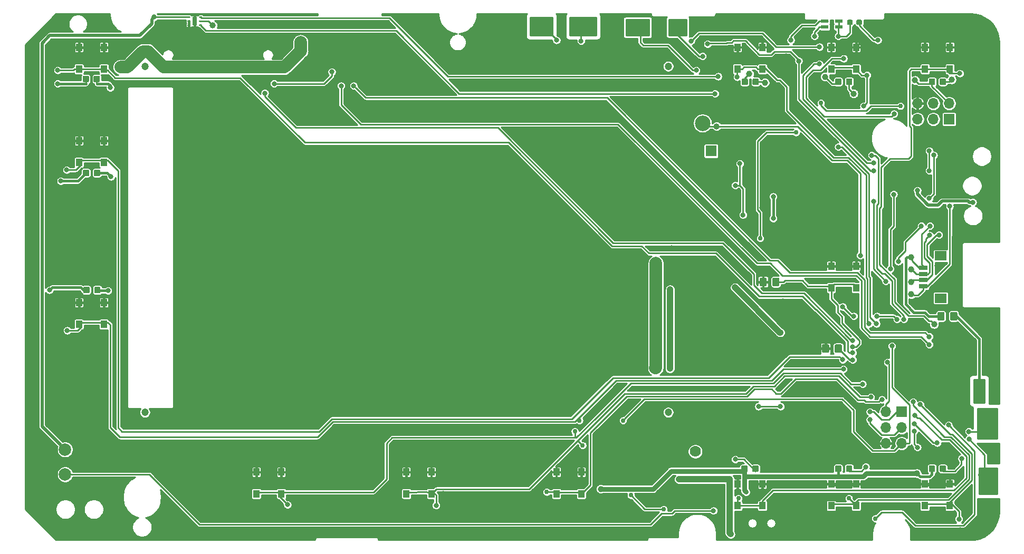
<source format=gtl>
G04 #@! TF.GenerationSoftware,KiCad,Pcbnew,(5.1.5)-3*
G04 #@! TF.CreationDate,2020-07-17T16:25:31-04:00*
G04 #@! TF.ProjectId,CPU,4350552e-6b69-4636-9164-5f7063625858,rev?*
G04 #@! TF.SameCoordinates,Original*
G04 #@! TF.FileFunction,Copper,L1,Top*
G04 #@! TF.FilePolarity,Positive*
%FSLAX46Y46*%
G04 Gerber Fmt 4.6, Leading zero omitted, Abs format (unit mm)*
G04 Created by KiCad (PCBNEW (5.1.5)-3) date 2020-07-17 16:25:31*
%MOMM*%
%LPD*%
G04 APERTURE LIST*
%ADD10R,1.000000X1.200000*%
%ADD11C,1.778000*%
%ADD12R,1.778000X1.778000*%
%ADD13C,1.000000*%
%ADD14C,2.000000*%
%ADD15C,0.100000*%
%ADD16R,1.200000X0.600000*%
%ADD17R,1.350000X0.700000*%
%ADD18R,1.900000X1.500000*%
%ADD19R,0.650000X1.350000*%
%ADD20R,1.700000X1.700000*%
%ADD21O,1.700000X1.700000*%
%ADD22C,1.200000*%
%ADD23C,0.800000*%
%ADD24C,0.750000*%
%ADD25C,2.500000*%
%ADD26C,0.250000*%
%ADD27C,0.400000*%
%ADD28C,0.500000*%
%ADD29C,0.800000*%
%ADD30C,2.000000*%
%ADD31C,1.000000*%
%ADD32C,0.254000*%
G04 APERTURE END LIST*
D10*
X43434498Y-54815607D03*
X39434498Y-54815607D03*
X43434498Y-51315607D03*
X39434498Y-51315607D03*
X164149216Y-89954542D03*
X160149216Y-89954542D03*
X164149216Y-86454542D03*
X160149216Y-86454542D03*
X149107664Y-124954542D03*
X145107664Y-124954542D03*
X149107664Y-121454542D03*
X145107664Y-121454542D03*
X164149216Y-124954542D03*
X160149216Y-124954542D03*
X164149216Y-121454542D03*
X160149216Y-121454542D03*
X179190779Y-124954542D03*
X175190779Y-124954542D03*
X179190779Y-121454542D03*
X175190779Y-121454542D03*
X43434498Y-69815607D03*
X39434498Y-69815607D03*
X43434498Y-66315607D03*
X39434498Y-66315607D03*
X43434498Y-95815607D03*
X39434498Y-95815607D03*
X43434498Y-92315607D03*
X39434498Y-92315607D03*
X71894310Y-123031309D03*
X67894310Y-123031309D03*
X71894310Y-119531309D03*
X67894310Y-119531309D03*
X95970839Y-123031309D03*
X91970839Y-123031309D03*
X95970839Y-119531309D03*
X91970839Y-119531309D03*
X120047369Y-123031309D03*
X116047369Y-123031309D03*
X120047369Y-119531309D03*
X116047369Y-119531309D03*
X149107664Y-54803472D03*
X145107664Y-54803472D03*
X149107664Y-51303472D03*
X145107664Y-51303472D03*
X164149216Y-54803472D03*
X160149216Y-54803472D03*
X164149216Y-51303472D03*
X160149216Y-51303472D03*
X179190779Y-54803472D03*
X175190779Y-54803472D03*
X179190779Y-51303472D03*
X175190779Y-51303472D03*
D11*
X138330000Y-116230000D03*
D12*
X140870000Y-67970000D03*
D13*
X173000000Y-85000000D03*
X173000000Y-87000000D03*
X173000000Y-89000000D03*
X173000000Y-91000000D03*
D14*
X37200000Y-119910000D03*
X37200000Y-115910000D03*
G04 #@! TA.AperFunction,SMDPad,CuDef*
D15*
G36*
X40887703Y-55900722D02*
G01*
X40902264Y-55902882D01*
X40916543Y-55906459D01*
X40930403Y-55911418D01*
X40943710Y-55917712D01*
X40956336Y-55925280D01*
X40968159Y-55934048D01*
X40979066Y-55943934D01*
X40988952Y-55954841D01*
X40997720Y-55966664D01*
X41005288Y-55979290D01*
X41011582Y-55992597D01*
X41016541Y-56006457D01*
X41020118Y-56020736D01*
X41022278Y-56035297D01*
X41023000Y-56050000D01*
X41023000Y-56750000D01*
X41022278Y-56764703D01*
X41020118Y-56779264D01*
X41016541Y-56793543D01*
X41011582Y-56807403D01*
X41005288Y-56820710D01*
X40997720Y-56833336D01*
X40988952Y-56845159D01*
X40979066Y-56856066D01*
X40968159Y-56865952D01*
X40956336Y-56874720D01*
X40943710Y-56882288D01*
X40930403Y-56888582D01*
X40916543Y-56893541D01*
X40902264Y-56897118D01*
X40887703Y-56899278D01*
X40873000Y-56900000D01*
X40173000Y-56900000D01*
X40158297Y-56899278D01*
X40143736Y-56897118D01*
X40129457Y-56893541D01*
X40115597Y-56888582D01*
X40102290Y-56882288D01*
X40089664Y-56874720D01*
X40077841Y-56865952D01*
X40066934Y-56856066D01*
X40057048Y-56845159D01*
X40048280Y-56833336D01*
X40040712Y-56820710D01*
X40034418Y-56807403D01*
X40029459Y-56793543D01*
X40025882Y-56779264D01*
X40023722Y-56764703D01*
X40023000Y-56750000D01*
X40023000Y-56050000D01*
X40023722Y-56035297D01*
X40025882Y-56020736D01*
X40029459Y-56006457D01*
X40034418Y-55992597D01*
X40040712Y-55979290D01*
X40048280Y-55966664D01*
X40057048Y-55954841D01*
X40066934Y-55943934D01*
X40077841Y-55934048D01*
X40089664Y-55925280D01*
X40102290Y-55917712D01*
X40115597Y-55911418D01*
X40129457Y-55906459D01*
X40143736Y-55902882D01*
X40158297Y-55900722D01*
X40173000Y-55900000D01*
X40873000Y-55900000D01*
X40887703Y-55900722D01*
G37*
G04 #@! TD.AperFunction*
G04 #@! TA.AperFunction,SMDPad,CuDef*
G36*
X42641703Y-55900722D02*
G01*
X42656264Y-55902882D01*
X42670543Y-55906459D01*
X42684403Y-55911418D01*
X42697710Y-55917712D01*
X42710336Y-55925280D01*
X42722159Y-55934048D01*
X42733066Y-55943934D01*
X42742952Y-55954841D01*
X42751720Y-55966664D01*
X42759288Y-55979290D01*
X42765582Y-55992597D01*
X42770541Y-56006457D01*
X42774118Y-56020736D01*
X42776278Y-56035297D01*
X42777000Y-56050000D01*
X42777000Y-56750000D01*
X42776278Y-56764703D01*
X42774118Y-56779264D01*
X42770541Y-56793543D01*
X42765582Y-56807403D01*
X42759288Y-56820710D01*
X42751720Y-56833336D01*
X42742952Y-56845159D01*
X42733066Y-56856066D01*
X42722159Y-56865952D01*
X42710336Y-56874720D01*
X42697710Y-56882288D01*
X42684403Y-56888582D01*
X42670543Y-56893541D01*
X42656264Y-56897118D01*
X42641703Y-56899278D01*
X42627000Y-56900000D01*
X41927000Y-56900000D01*
X41912297Y-56899278D01*
X41897736Y-56897118D01*
X41883457Y-56893541D01*
X41869597Y-56888582D01*
X41856290Y-56882288D01*
X41843664Y-56874720D01*
X41831841Y-56865952D01*
X41820934Y-56856066D01*
X41811048Y-56845159D01*
X41802280Y-56833336D01*
X41794712Y-56820710D01*
X41788418Y-56807403D01*
X41783459Y-56793543D01*
X41779882Y-56779264D01*
X41777722Y-56764703D01*
X41777000Y-56750000D01*
X41777000Y-56050000D01*
X41777722Y-56035297D01*
X41779882Y-56020736D01*
X41783459Y-56006457D01*
X41788418Y-55992597D01*
X41794712Y-55979290D01*
X41802280Y-55966664D01*
X41811048Y-55954841D01*
X41820934Y-55943934D01*
X41831841Y-55934048D01*
X41843664Y-55925280D01*
X41856290Y-55917712D01*
X41869597Y-55911418D01*
X41883457Y-55906459D01*
X41897736Y-55902882D01*
X41912297Y-55900722D01*
X41927000Y-55900000D01*
X42627000Y-55900000D01*
X42641703Y-55900722D01*
G37*
G04 #@! TD.AperFunction*
D16*
X159100000Y-48075000D03*
X159100000Y-47125000D03*
X161400000Y-47125000D03*
X161400000Y-48075000D03*
G04 #@! TA.AperFunction,SMDPad,CuDef*
D15*
G36*
X163406609Y-46886059D02*
G01*
X163427960Y-46889226D01*
X163448898Y-46894471D01*
X163469221Y-46901743D01*
X163488734Y-46910971D01*
X163507248Y-46922068D01*
X163524585Y-46934926D01*
X163540578Y-46949422D01*
X163555074Y-46965415D01*
X163567932Y-46982752D01*
X163579029Y-47001266D01*
X163588257Y-47020779D01*
X163595529Y-47041102D01*
X163600774Y-47062040D01*
X163603941Y-47083391D01*
X163605000Y-47104950D01*
X163605000Y-47495050D01*
X163603941Y-47516609D01*
X163600774Y-47537960D01*
X163595529Y-47558898D01*
X163588257Y-47579221D01*
X163579029Y-47598734D01*
X163567932Y-47617248D01*
X163555074Y-47634585D01*
X163540578Y-47650578D01*
X163524585Y-47665074D01*
X163507248Y-47677932D01*
X163488734Y-47689029D01*
X163469221Y-47698257D01*
X163448898Y-47705529D01*
X163427960Y-47710774D01*
X163406609Y-47713941D01*
X163385050Y-47715000D01*
X162914950Y-47715000D01*
X162893391Y-47713941D01*
X162872040Y-47710774D01*
X162851102Y-47705529D01*
X162830779Y-47698257D01*
X162811266Y-47689029D01*
X162792752Y-47677932D01*
X162775415Y-47665074D01*
X162759422Y-47650578D01*
X162744926Y-47634585D01*
X162732068Y-47617248D01*
X162720971Y-47598734D01*
X162711743Y-47579221D01*
X162704471Y-47558898D01*
X162699226Y-47537960D01*
X162696059Y-47516609D01*
X162695000Y-47495050D01*
X162695000Y-47104950D01*
X162696059Y-47083391D01*
X162699226Y-47062040D01*
X162704471Y-47041102D01*
X162711743Y-47020779D01*
X162720971Y-47001266D01*
X162732068Y-46982752D01*
X162744926Y-46965415D01*
X162759422Y-46949422D01*
X162775415Y-46934926D01*
X162792752Y-46922068D01*
X162811266Y-46910971D01*
X162830779Y-46901743D01*
X162851102Y-46894471D01*
X162872040Y-46889226D01*
X162893391Y-46886059D01*
X162914950Y-46885000D01*
X163385050Y-46885000D01*
X163406609Y-46886059D01*
G37*
G04 #@! TD.AperFunction*
G04 #@! TA.AperFunction,SMDPad,CuDef*
G36*
X164906609Y-46886059D02*
G01*
X164927960Y-46889226D01*
X164948898Y-46894471D01*
X164969221Y-46901743D01*
X164988734Y-46910971D01*
X165007248Y-46922068D01*
X165024585Y-46934926D01*
X165040578Y-46949422D01*
X165055074Y-46965415D01*
X165067932Y-46982752D01*
X165079029Y-47001266D01*
X165088257Y-47020779D01*
X165095529Y-47041102D01*
X165100774Y-47062040D01*
X165103941Y-47083391D01*
X165105000Y-47104950D01*
X165105000Y-47495050D01*
X165103941Y-47516609D01*
X165100774Y-47537960D01*
X165095529Y-47558898D01*
X165088257Y-47579221D01*
X165079029Y-47598734D01*
X165067932Y-47617248D01*
X165055074Y-47634585D01*
X165040578Y-47650578D01*
X165024585Y-47665074D01*
X165007248Y-47677932D01*
X164988734Y-47689029D01*
X164969221Y-47698257D01*
X164948898Y-47705529D01*
X164927960Y-47710774D01*
X164906609Y-47713941D01*
X164885050Y-47715000D01*
X164414950Y-47715000D01*
X164393391Y-47713941D01*
X164372040Y-47710774D01*
X164351102Y-47705529D01*
X164330779Y-47698257D01*
X164311266Y-47689029D01*
X164292752Y-47677932D01*
X164275415Y-47665074D01*
X164259422Y-47650578D01*
X164244926Y-47634585D01*
X164232068Y-47617248D01*
X164220971Y-47598734D01*
X164211743Y-47579221D01*
X164204471Y-47558898D01*
X164199226Y-47537960D01*
X164196059Y-47516609D01*
X164195000Y-47495050D01*
X164195000Y-47104950D01*
X164196059Y-47083391D01*
X164199226Y-47062040D01*
X164204471Y-47041102D01*
X164211743Y-47020779D01*
X164220971Y-47001266D01*
X164232068Y-46982752D01*
X164244926Y-46965415D01*
X164259422Y-46949422D01*
X164275415Y-46934926D01*
X164292752Y-46922068D01*
X164311266Y-46910971D01*
X164330779Y-46901743D01*
X164351102Y-46894471D01*
X164372040Y-46889226D01*
X164393391Y-46886059D01*
X164414950Y-46885000D01*
X164885050Y-46885000D01*
X164906609Y-46886059D01*
G37*
G04 #@! TD.AperFunction*
G04 #@! TA.AperFunction,SMDPad,CuDef*
G36*
X40922201Y-71000722D02*
G01*
X40936762Y-71002882D01*
X40951041Y-71006459D01*
X40964901Y-71011418D01*
X40978208Y-71017712D01*
X40990834Y-71025280D01*
X41002657Y-71034048D01*
X41013564Y-71043934D01*
X41023450Y-71054841D01*
X41032218Y-71066664D01*
X41039786Y-71079290D01*
X41046080Y-71092597D01*
X41051039Y-71106457D01*
X41054616Y-71120736D01*
X41056776Y-71135297D01*
X41057498Y-71150000D01*
X41057498Y-71850000D01*
X41056776Y-71864703D01*
X41054616Y-71879264D01*
X41051039Y-71893543D01*
X41046080Y-71907403D01*
X41039786Y-71920710D01*
X41032218Y-71933336D01*
X41023450Y-71945159D01*
X41013564Y-71956066D01*
X41002657Y-71965952D01*
X40990834Y-71974720D01*
X40978208Y-71982288D01*
X40964901Y-71988582D01*
X40951041Y-71993541D01*
X40936762Y-71997118D01*
X40922201Y-71999278D01*
X40907498Y-72000000D01*
X40207498Y-72000000D01*
X40192795Y-71999278D01*
X40178234Y-71997118D01*
X40163955Y-71993541D01*
X40150095Y-71988582D01*
X40136788Y-71982288D01*
X40124162Y-71974720D01*
X40112339Y-71965952D01*
X40101432Y-71956066D01*
X40091546Y-71945159D01*
X40082778Y-71933336D01*
X40075210Y-71920710D01*
X40068916Y-71907403D01*
X40063957Y-71893543D01*
X40060380Y-71879264D01*
X40058220Y-71864703D01*
X40057498Y-71850000D01*
X40057498Y-71150000D01*
X40058220Y-71135297D01*
X40060380Y-71120736D01*
X40063957Y-71106457D01*
X40068916Y-71092597D01*
X40075210Y-71079290D01*
X40082778Y-71066664D01*
X40091546Y-71054841D01*
X40101432Y-71043934D01*
X40112339Y-71034048D01*
X40124162Y-71025280D01*
X40136788Y-71017712D01*
X40150095Y-71011418D01*
X40163955Y-71006459D01*
X40178234Y-71002882D01*
X40192795Y-71000722D01*
X40207498Y-71000000D01*
X40907498Y-71000000D01*
X40922201Y-71000722D01*
G37*
G04 #@! TD.AperFunction*
G04 #@! TA.AperFunction,SMDPad,CuDef*
G36*
X42676201Y-71000722D02*
G01*
X42690762Y-71002882D01*
X42705041Y-71006459D01*
X42718901Y-71011418D01*
X42732208Y-71017712D01*
X42744834Y-71025280D01*
X42756657Y-71034048D01*
X42767564Y-71043934D01*
X42777450Y-71054841D01*
X42786218Y-71066664D01*
X42793786Y-71079290D01*
X42800080Y-71092597D01*
X42805039Y-71106457D01*
X42808616Y-71120736D01*
X42810776Y-71135297D01*
X42811498Y-71150000D01*
X42811498Y-71850000D01*
X42810776Y-71864703D01*
X42808616Y-71879264D01*
X42805039Y-71893543D01*
X42800080Y-71907403D01*
X42793786Y-71920710D01*
X42786218Y-71933336D01*
X42777450Y-71945159D01*
X42767564Y-71956066D01*
X42756657Y-71965952D01*
X42744834Y-71974720D01*
X42732208Y-71982288D01*
X42718901Y-71988582D01*
X42705041Y-71993541D01*
X42690762Y-71997118D01*
X42676201Y-71999278D01*
X42661498Y-72000000D01*
X41961498Y-72000000D01*
X41946795Y-71999278D01*
X41932234Y-71997118D01*
X41917955Y-71993541D01*
X41904095Y-71988582D01*
X41890788Y-71982288D01*
X41878162Y-71974720D01*
X41866339Y-71965952D01*
X41855432Y-71956066D01*
X41845546Y-71945159D01*
X41836778Y-71933336D01*
X41829210Y-71920710D01*
X41822916Y-71907403D01*
X41817957Y-71893543D01*
X41814380Y-71879264D01*
X41812220Y-71864703D01*
X41811498Y-71850000D01*
X41811498Y-71150000D01*
X41812220Y-71135297D01*
X41814380Y-71120736D01*
X41817957Y-71106457D01*
X41822916Y-71092597D01*
X41829210Y-71079290D01*
X41836778Y-71066664D01*
X41845546Y-71054841D01*
X41855432Y-71043934D01*
X41866339Y-71034048D01*
X41878162Y-71025280D01*
X41890788Y-71017712D01*
X41904095Y-71011418D01*
X41917955Y-71006459D01*
X41932234Y-71002882D01*
X41946795Y-71000722D01*
X41961498Y-71000000D01*
X42661498Y-71000000D01*
X42676201Y-71000722D01*
G37*
G04 #@! TD.AperFunction*
G04 #@! TA.AperFunction,SMDPad,CuDef*
G36*
X40987703Y-89800722D02*
G01*
X41002264Y-89802882D01*
X41016543Y-89806459D01*
X41030403Y-89811418D01*
X41043710Y-89817712D01*
X41056336Y-89825280D01*
X41068159Y-89834048D01*
X41079066Y-89843934D01*
X41088952Y-89854841D01*
X41097720Y-89866664D01*
X41105288Y-89879290D01*
X41111582Y-89892597D01*
X41116541Y-89906457D01*
X41120118Y-89920736D01*
X41122278Y-89935297D01*
X41123000Y-89950000D01*
X41123000Y-90650000D01*
X41122278Y-90664703D01*
X41120118Y-90679264D01*
X41116541Y-90693543D01*
X41111582Y-90707403D01*
X41105288Y-90720710D01*
X41097720Y-90733336D01*
X41088952Y-90745159D01*
X41079066Y-90756066D01*
X41068159Y-90765952D01*
X41056336Y-90774720D01*
X41043710Y-90782288D01*
X41030403Y-90788582D01*
X41016543Y-90793541D01*
X41002264Y-90797118D01*
X40987703Y-90799278D01*
X40973000Y-90800000D01*
X40273000Y-90800000D01*
X40258297Y-90799278D01*
X40243736Y-90797118D01*
X40229457Y-90793541D01*
X40215597Y-90788582D01*
X40202290Y-90782288D01*
X40189664Y-90774720D01*
X40177841Y-90765952D01*
X40166934Y-90756066D01*
X40157048Y-90745159D01*
X40148280Y-90733336D01*
X40140712Y-90720710D01*
X40134418Y-90707403D01*
X40129459Y-90693543D01*
X40125882Y-90679264D01*
X40123722Y-90664703D01*
X40123000Y-90650000D01*
X40123000Y-89950000D01*
X40123722Y-89935297D01*
X40125882Y-89920736D01*
X40129459Y-89906457D01*
X40134418Y-89892597D01*
X40140712Y-89879290D01*
X40148280Y-89866664D01*
X40157048Y-89854841D01*
X40166934Y-89843934D01*
X40177841Y-89834048D01*
X40189664Y-89825280D01*
X40202290Y-89817712D01*
X40215597Y-89811418D01*
X40229457Y-89806459D01*
X40243736Y-89802882D01*
X40258297Y-89800722D01*
X40273000Y-89800000D01*
X40973000Y-89800000D01*
X40987703Y-89800722D01*
G37*
G04 #@! TD.AperFunction*
G04 #@! TA.AperFunction,SMDPad,CuDef*
G36*
X42741703Y-89800722D02*
G01*
X42756264Y-89802882D01*
X42770543Y-89806459D01*
X42784403Y-89811418D01*
X42797710Y-89817712D01*
X42810336Y-89825280D01*
X42822159Y-89834048D01*
X42833066Y-89843934D01*
X42842952Y-89854841D01*
X42851720Y-89866664D01*
X42859288Y-89879290D01*
X42865582Y-89892597D01*
X42870541Y-89906457D01*
X42874118Y-89920736D01*
X42876278Y-89935297D01*
X42877000Y-89950000D01*
X42877000Y-90650000D01*
X42876278Y-90664703D01*
X42874118Y-90679264D01*
X42870541Y-90693543D01*
X42865582Y-90707403D01*
X42859288Y-90720710D01*
X42851720Y-90733336D01*
X42842952Y-90745159D01*
X42833066Y-90756066D01*
X42822159Y-90765952D01*
X42810336Y-90774720D01*
X42797710Y-90782288D01*
X42784403Y-90788582D01*
X42770543Y-90793541D01*
X42756264Y-90797118D01*
X42741703Y-90799278D01*
X42727000Y-90800000D01*
X42027000Y-90800000D01*
X42012297Y-90799278D01*
X41997736Y-90797118D01*
X41983457Y-90793541D01*
X41969597Y-90788582D01*
X41956290Y-90782288D01*
X41943664Y-90774720D01*
X41931841Y-90765952D01*
X41920934Y-90756066D01*
X41911048Y-90745159D01*
X41902280Y-90733336D01*
X41894712Y-90720710D01*
X41888418Y-90707403D01*
X41883459Y-90693543D01*
X41879882Y-90679264D01*
X41877722Y-90664703D01*
X41877000Y-90650000D01*
X41877000Y-89950000D01*
X41877722Y-89935297D01*
X41879882Y-89920736D01*
X41883459Y-89906457D01*
X41888418Y-89892597D01*
X41894712Y-89879290D01*
X41902280Y-89866664D01*
X41911048Y-89854841D01*
X41920934Y-89843934D01*
X41931841Y-89834048D01*
X41943664Y-89825280D01*
X41956290Y-89817712D01*
X41969597Y-89811418D01*
X41983457Y-89806459D01*
X41997736Y-89802882D01*
X42012297Y-89800722D01*
X42027000Y-89800000D01*
X42727000Y-89800000D01*
X42741703Y-89800722D01*
G37*
G04 #@! TD.AperFunction*
G04 #@! TA.AperFunction,SMDPad,CuDef*
G36*
X146595367Y-118500722D02*
G01*
X146609928Y-118502882D01*
X146624207Y-118506459D01*
X146638067Y-118511418D01*
X146651374Y-118517712D01*
X146664000Y-118525280D01*
X146675823Y-118534048D01*
X146686730Y-118543934D01*
X146696616Y-118554841D01*
X146705384Y-118566664D01*
X146712952Y-118579290D01*
X146719246Y-118592597D01*
X146724205Y-118606457D01*
X146727782Y-118620736D01*
X146729942Y-118635297D01*
X146730664Y-118650000D01*
X146730664Y-119350000D01*
X146729942Y-119364703D01*
X146727782Y-119379264D01*
X146724205Y-119393543D01*
X146719246Y-119407403D01*
X146712952Y-119420710D01*
X146705384Y-119433336D01*
X146696616Y-119445159D01*
X146686730Y-119456066D01*
X146675823Y-119465952D01*
X146664000Y-119474720D01*
X146651374Y-119482288D01*
X146638067Y-119488582D01*
X146624207Y-119493541D01*
X146609928Y-119497118D01*
X146595367Y-119499278D01*
X146580664Y-119500000D01*
X145880664Y-119500000D01*
X145865961Y-119499278D01*
X145851400Y-119497118D01*
X145837121Y-119493541D01*
X145823261Y-119488582D01*
X145809954Y-119482288D01*
X145797328Y-119474720D01*
X145785505Y-119465952D01*
X145774598Y-119456066D01*
X145764712Y-119445159D01*
X145755944Y-119433336D01*
X145748376Y-119420710D01*
X145742082Y-119407403D01*
X145737123Y-119393543D01*
X145733546Y-119379264D01*
X145731386Y-119364703D01*
X145730664Y-119350000D01*
X145730664Y-118650000D01*
X145731386Y-118635297D01*
X145733546Y-118620736D01*
X145737123Y-118606457D01*
X145742082Y-118592597D01*
X145748376Y-118579290D01*
X145755944Y-118566664D01*
X145764712Y-118554841D01*
X145774598Y-118543934D01*
X145785505Y-118534048D01*
X145797328Y-118525280D01*
X145809954Y-118517712D01*
X145823261Y-118511418D01*
X145837121Y-118506459D01*
X145851400Y-118502882D01*
X145865961Y-118500722D01*
X145880664Y-118500000D01*
X146580664Y-118500000D01*
X146595367Y-118500722D01*
G37*
G04 #@! TD.AperFunction*
G04 #@! TA.AperFunction,SMDPad,CuDef*
G36*
X148349367Y-118500722D02*
G01*
X148363928Y-118502882D01*
X148378207Y-118506459D01*
X148392067Y-118511418D01*
X148405374Y-118517712D01*
X148418000Y-118525280D01*
X148429823Y-118534048D01*
X148440730Y-118543934D01*
X148450616Y-118554841D01*
X148459384Y-118566664D01*
X148466952Y-118579290D01*
X148473246Y-118592597D01*
X148478205Y-118606457D01*
X148481782Y-118620736D01*
X148483942Y-118635297D01*
X148484664Y-118650000D01*
X148484664Y-119350000D01*
X148483942Y-119364703D01*
X148481782Y-119379264D01*
X148478205Y-119393543D01*
X148473246Y-119407403D01*
X148466952Y-119420710D01*
X148459384Y-119433336D01*
X148450616Y-119445159D01*
X148440730Y-119456066D01*
X148429823Y-119465952D01*
X148418000Y-119474720D01*
X148405374Y-119482288D01*
X148392067Y-119488582D01*
X148378207Y-119493541D01*
X148363928Y-119497118D01*
X148349367Y-119499278D01*
X148334664Y-119500000D01*
X147634664Y-119500000D01*
X147619961Y-119499278D01*
X147605400Y-119497118D01*
X147591121Y-119493541D01*
X147577261Y-119488582D01*
X147563954Y-119482288D01*
X147551328Y-119474720D01*
X147539505Y-119465952D01*
X147528598Y-119456066D01*
X147518712Y-119445159D01*
X147509944Y-119433336D01*
X147502376Y-119420710D01*
X147496082Y-119407403D01*
X147491123Y-119393543D01*
X147487546Y-119379264D01*
X147485386Y-119364703D01*
X147484664Y-119350000D01*
X147484664Y-118650000D01*
X147485386Y-118635297D01*
X147487546Y-118620736D01*
X147491123Y-118606457D01*
X147496082Y-118592597D01*
X147502376Y-118579290D01*
X147509944Y-118566664D01*
X147518712Y-118554841D01*
X147528598Y-118543934D01*
X147539505Y-118534048D01*
X147551328Y-118525280D01*
X147563954Y-118517712D01*
X147577261Y-118511418D01*
X147591121Y-118506459D01*
X147605400Y-118502882D01*
X147619961Y-118500722D01*
X147634664Y-118500000D01*
X148334664Y-118500000D01*
X148349367Y-118500722D01*
G37*
G04 #@! TD.AperFunction*
G04 #@! TA.AperFunction,SMDPad,CuDef*
G36*
X161636919Y-118500722D02*
G01*
X161651480Y-118502882D01*
X161665759Y-118506459D01*
X161679619Y-118511418D01*
X161692926Y-118517712D01*
X161705552Y-118525280D01*
X161717375Y-118534048D01*
X161728282Y-118543934D01*
X161738168Y-118554841D01*
X161746936Y-118566664D01*
X161754504Y-118579290D01*
X161760798Y-118592597D01*
X161765757Y-118606457D01*
X161769334Y-118620736D01*
X161771494Y-118635297D01*
X161772216Y-118650000D01*
X161772216Y-119350000D01*
X161771494Y-119364703D01*
X161769334Y-119379264D01*
X161765757Y-119393543D01*
X161760798Y-119407403D01*
X161754504Y-119420710D01*
X161746936Y-119433336D01*
X161738168Y-119445159D01*
X161728282Y-119456066D01*
X161717375Y-119465952D01*
X161705552Y-119474720D01*
X161692926Y-119482288D01*
X161679619Y-119488582D01*
X161665759Y-119493541D01*
X161651480Y-119497118D01*
X161636919Y-119499278D01*
X161622216Y-119500000D01*
X160922216Y-119500000D01*
X160907513Y-119499278D01*
X160892952Y-119497118D01*
X160878673Y-119493541D01*
X160864813Y-119488582D01*
X160851506Y-119482288D01*
X160838880Y-119474720D01*
X160827057Y-119465952D01*
X160816150Y-119456066D01*
X160806264Y-119445159D01*
X160797496Y-119433336D01*
X160789928Y-119420710D01*
X160783634Y-119407403D01*
X160778675Y-119393543D01*
X160775098Y-119379264D01*
X160772938Y-119364703D01*
X160772216Y-119350000D01*
X160772216Y-118650000D01*
X160772938Y-118635297D01*
X160775098Y-118620736D01*
X160778675Y-118606457D01*
X160783634Y-118592597D01*
X160789928Y-118579290D01*
X160797496Y-118566664D01*
X160806264Y-118554841D01*
X160816150Y-118543934D01*
X160827057Y-118534048D01*
X160838880Y-118525280D01*
X160851506Y-118517712D01*
X160864813Y-118511418D01*
X160878673Y-118506459D01*
X160892952Y-118502882D01*
X160907513Y-118500722D01*
X160922216Y-118500000D01*
X161622216Y-118500000D01*
X161636919Y-118500722D01*
G37*
G04 #@! TD.AperFunction*
G04 #@! TA.AperFunction,SMDPad,CuDef*
G36*
X163390919Y-118500722D02*
G01*
X163405480Y-118502882D01*
X163419759Y-118506459D01*
X163433619Y-118511418D01*
X163446926Y-118517712D01*
X163459552Y-118525280D01*
X163471375Y-118534048D01*
X163482282Y-118543934D01*
X163492168Y-118554841D01*
X163500936Y-118566664D01*
X163508504Y-118579290D01*
X163514798Y-118592597D01*
X163519757Y-118606457D01*
X163523334Y-118620736D01*
X163525494Y-118635297D01*
X163526216Y-118650000D01*
X163526216Y-119350000D01*
X163525494Y-119364703D01*
X163523334Y-119379264D01*
X163519757Y-119393543D01*
X163514798Y-119407403D01*
X163508504Y-119420710D01*
X163500936Y-119433336D01*
X163492168Y-119445159D01*
X163482282Y-119456066D01*
X163471375Y-119465952D01*
X163459552Y-119474720D01*
X163446926Y-119482288D01*
X163433619Y-119488582D01*
X163419759Y-119493541D01*
X163405480Y-119497118D01*
X163390919Y-119499278D01*
X163376216Y-119500000D01*
X162676216Y-119500000D01*
X162661513Y-119499278D01*
X162646952Y-119497118D01*
X162632673Y-119493541D01*
X162618813Y-119488582D01*
X162605506Y-119482288D01*
X162592880Y-119474720D01*
X162581057Y-119465952D01*
X162570150Y-119456066D01*
X162560264Y-119445159D01*
X162551496Y-119433336D01*
X162543928Y-119420710D01*
X162537634Y-119407403D01*
X162532675Y-119393543D01*
X162529098Y-119379264D01*
X162526938Y-119364703D01*
X162526216Y-119350000D01*
X162526216Y-118650000D01*
X162526938Y-118635297D01*
X162529098Y-118620736D01*
X162532675Y-118606457D01*
X162537634Y-118592597D01*
X162543928Y-118579290D01*
X162551496Y-118566664D01*
X162560264Y-118554841D01*
X162570150Y-118543934D01*
X162581057Y-118534048D01*
X162592880Y-118525280D01*
X162605506Y-118517712D01*
X162618813Y-118511418D01*
X162632673Y-118506459D01*
X162646952Y-118502882D01*
X162661513Y-118500722D01*
X162676216Y-118500000D01*
X163376216Y-118500000D01*
X163390919Y-118500722D01*
G37*
G04 #@! TD.AperFunction*
G04 #@! TA.AperFunction,SMDPad,CuDef*
G36*
X176678482Y-118500722D02*
G01*
X176693043Y-118502882D01*
X176707322Y-118506459D01*
X176721182Y-118511418D01*
X176734489Y-118517712D01*
X176747115Y-118525280D01*
X176758938Y-118534048D01*
X176769845Y-118543934D01*
X176779731Y-118554841D01*
X176788499Y-118566664D01*
X176796067Y-118579290D01*
X176802361Y-118592597D01*
X176807320Y-118606457D01*
X176810897Y-118620736D01*
X176813057Y-118635297D01*
X176813779Y-118650000D01*
X176813779Y-119350000D01*
X176813057Y-119364703D01*
X176810897Y-119379264D01*
X176807320Y-119393543D01*
X176802361Y-119407403D01*
X176796067Y-119420710D01*
X176788499Y-119433336D01*
X176779731Y-119445159D01*
X176769845Y-119456066D01*
X176758938Y-119465952D01*
X176747115Y-119474720D01*
X176734489Y-119482288D01*
X176721182Y-119488582D01*
X176707322Y-119493541D01*
X176693043Y-119497118D01*
X176678482Y-119499278D01*
X176663779Y-119500000D01*
X175963779Y-119500000D01*
X175949076Y-119499278D01*
X175934515Y-119497118D01*
X175920236Y-119493541D01*
X175906376Y-119488582D01*
X175893069Y-119482288D01*
X175880443Y-119474720D01*
X175868620Y-119465952D01*
X175857713Y-119456066D01*
X175847827Y-119445159D01*
X175839059Y-119433336D01*
X175831491Y-119420710D01*
X175825197Y-119407403D01*
X175820238Y-119393543D01*
X175816661Y-119379264D01*
X175814501Y-119364703D01*
X175813779Y-119350000D01*
X175813779Y-118650000D01*
X175814501Y-118635297D01*
X175816661Y-118620736D01*
X175820238Y-118606457D01*
X175825197Y-118592597D01*
X175831491Y-118579290D01*
X175839059Y-118566664D01*
X175847827Y-118554841D01*
X175857713Y-118543934D01*
X175868620Y-118534048D01*
X175880443Y-118525280D01*
X175893069Y-118517712D01*
X175906376Y-118511418D01*
X175920236Y-118506459D01*
X175934515Y-118502882D01*
X175949076Y-118500722D01*
X175963779Y-118500000D01*
X176663779Y-118500000D01*
X176678482Y-118500722D01*
G37*
G04 #@! TD.AperFunction*
G04 #@! TA.AperFunction,SMDPad,CuDef*
G36*
X178432482Y-118500722D02*
G01*
X178447043Y-118502882D01*
X178461322Y-118506459D01*
X178475182Y-118511418D01*
X178488489Y-118517712D01*
X178501115Y-118525280D01*
X178512938Y-118534048D01*
X178523845Y-118543934D01*
X178533731Y-118554841D01*
X178542499Y-118566664D01*
X178550067Y-118579290D01*
X178556361Y-118592597D01*
X178561320Y-118606457D01*
X178564897Y-118620736D01*
X178567057Y-118635297D01*
X178567779Y-118650000D01*
X178567779Y-119350000D01*
X178567057Y-119364703D01*
X178564897Y-119379264D01*
X178561320Y-119393543D01*
X178556361Y-119407403D01*
X178550067Y-119420710D01*
X178542499Y-119433336D01*
X178533731Y-119445159D01*
X178523845Y-119456066D01*
X178512938Y-119465952D01*
X178501115Y-119474720D01*
X178488489Y-119482288D01*
X178475182Y-119488582D01*
X178461322Y-119493541D01*
X178447043Y-119497118D01*
X178432482Y-119499278D01*
X178417779Y-119500000D01*
X177717779Y-119500000D01*
X177703076Y-119499278D01*
X177688515Y-119497118D01*
X177674236Y-119493541D01*
X177660376Y-119488582D01*
X177647069Y-119482288D01*
X177634443Y-119474720D01*
X177622620Y-119465952D01*
X177611713Y-119456066D01*
X177601827Y-119445159D01*
X177593059Y-119433336D01*
X177585491Y-119420710D01*
X177579197Y-119407403D01*
X177574238Y-119393543D01*
X177570661Y-119379264D01*
X177568501Y-119364703D01*
X177567779Y-119350000D01*
X177567779Y-118650000D01*
X177568501Y-118635297D01*
X177570661Y-118620736D01*
X177574238Y-118606457D01*
X177579197Y-118592597D01*
X177585491Y-118579290D01*
X177593059Y-118566664D01*
X177601827Y-118554841D01*
X177611713Y-118543934D01*
X177622620Y-118534048D01*
X177634443Y-118525280D01*
X177647069Y-118517712D01*
X177660376Y-118511418D01*
X177674236Y-118506459D01*
X177688515Y-118502882D01*
X177703076Y-118500722D01*
X177717779Y-118500000D01*
X178417779Y-118500000D01*
X178432482Y-118500722D01*
G37*
G04 #@! TD.AperFunction*
G04 #@! TA.AperFunction,SMDPad,CuDef*
G36*
X146637703Y-56350722D02*
G01*
X146652264Y-56352882D01*
X146666543Y-56356459D01*
X146680403Y-56361418D01*
X146693710Y-56367712D01*
X146706336Y-56375280D01*
X146718159Y-56384048D01*
X146729066Y-56393934D01*
X146738952Y-56404841D01*
X146747720Y-56416664D01*
X146755288Y-56429290D01*
X146761582Y-56442597D01*
X146766541Y-56456457D01*
X146770118Y-56470736D01*
X146772278Y-56485297D01*
X146773000Y-56500000D01*
X146773000Y-57200000D01*
X146772278Y-57214703D01*
X146770118Y-57229264D01*
X146766541Y-57243543D01*
X146761582Y-57257403D01*
X146755288Y-57270710D01*
X146747720Y-57283336D01*
X146738952Y-57295159D01*
X146729066Y-57306066D01*
X146718159Y-57315952D01*
X146706336Y-57324720D01*
X146693710Y-57332288D01*
X146680403Y-57338582D01*
X146666543Y-57343541D01*
X146652264Y-57347118D01*
X146637703Y-57349278D01*
X146623000Y-57350000D01*
X145923000Y-57350000D01*
X145908297Y-57349278D01*
X145893736Y-57347118D01*
X145879457Y-57343541D01*
X145865597Y-57338582D01*
X145852290Y-57332288D01*
X145839664Y-57324720D01*
X145827841Y-57315952D01*
X145816934Y-57306066D01*
X145807048Y-57295159D01*
X145798280Y-57283336D01*
X145790712Y-57270710D01*
X145784418Y-57257403D01*
X145779459Y-57243543D01*
X145775882Y-57229264D01*
X145773722Y-57214703D01*
X145773000Y-57200000D01*
X145773000Y-56500000D01*
X145773722Y-56485297D01*
X145775882Y-56470736D01*
X145779459Y-56456457D01*
X145784418Y-56442597D01*
X145790712Y-56429290D01*
X145798280Y-56416664D01*
X145807048Y-56404841D01*
X145816934Y-56393934D01*
X145827841Y-56384048D01*
X145839664Y-56375280D01*
X145852290Y-56367712D01*
X145865597Y-56361418D01*
X145879457Y-56356459D01*
X145893736Y-56352882D01*
X145908297Y-56350722D01*
X145923000Y-56350000D01*
X146623000Y-56350000D01*
X146637703Y-56350722D01*
G37*
G04 #@! TD.AperFunction*
G04 #@! TA.AperFunction,SMDPad,CuDef*
G36*
X148391703Y-56350722D02*
G01*
X148406264Y-56352882D01*
X148420543Y-56356459D01*
X148434403Y-56361418D01*
X148447710Y-56367712D01*
X148460336Y-56375280D01*
X148472159Y-56384048D01*
X148483066Y-56393934D01*
X148492952Y-56404841D01*
X148501720Y-56416664D01*
X148509288Y-56429290D01*
X148515582Y-56442597D01*
X148520541Y-56456457D01*
X148524118Y-56470736D01*
X148526278Y-56485297D01*
X148527000Y-56500000D01*
X148527000Y-57200000D01*
X148526278Y-57214703D01*
X148524118Y-57229264D01*
X148520541Y-57243543D01*
X148515582Y-57257403D01*
X148509288Y-57270710D01*
X148501720Y-57283336D01*
X148492952Y-57295159D01*
X148483066Y-57306066D01*
X148472159Y-57315952D01*
X148460336Y-57324720D01*
X148447710Y-57332288D01*
X148434403Y-57338582D01*
X148420543Y-57343541D01*
X148406264Y-57347118D01*
X148391703Y-57349278D01*
X148377000Y-57350000D01*
X147677000Y-57350000D01*
X147662297Y-57349278D01*
X147647736Y-57347118D01*
X147633457Y-57343541D01*
X147619597Y-57338582D01*
X147606290Y-57332288D01*
X147593664Y-57324720D01*
X147581841Y-57315952D01*
X147570934Y-57306066D01*
X147561048Y-57295159D01*
X147552280Y-57283336D01*
X147544712Y-57270710D01*
X147538418Y-57257403D01*
X147533459Y-57243543D01*
X147529882Y-57229264D01*
X147527722Y-57214703D01*
X147527000Y-57200000D01*
X147527000Y-56500000D01*
X147527722Y-56485297D01*
X147529882Y-56470736D01*
X147533459Y-56456457D01*
X147538418Y-56442597D01*
X147544712Y-56429290D01*
X147552280Y-56416664D01*
X147561048Y-56404841D01*
X147570934Y-56393934D01*
X147581841Y-56384048D01*
X147593664Y-56375280D01*
X147606290Y-56367712D01*
X147619597Y-56361418D01*
X147633457Y-56356459D01*
X147647736Y-56352882D01*
X147662297Y-56350722D01*
X147677000Y-56350000D01*
X148377000Y-56350000D01*
X148391703Y-56350722D01*
G37*
G04 #@! TD.AperFunction*
G04 #@! TA.AperFunction,SMDPad,CuDef*
G36*
X161637703Y-56350722D02*
G01*
X161652264Y-56352882D01*
X161666543Y-56356459D01*
X161680403Y-56361418D01*
X161693710Y-56367712D01*
X161706336Y-56375280D01*
X161718159Y-56384048D01*
X161729066Y-56393934D01*
X161738952Y-56404841D01*
X161747720Y-56416664D01*
X161755288Y-56429290D01*
X161761582Y-56442597D01*
X161766541Y-56456457D01*
X161770118Y-56470736D01*
X161772278Y-56485297D01*
X161773000Y-56500000D01*
X161773000Y-57200000D01*
X161772278Y-57214703D01*
X161770118Y-57229264D01*
X161766541Y-57243543D01*
X161761582Y-57257403D01*
X161755288Y-57270710D01*
X161747720Y-57283336D01*
X161738952Y-57295159D01*
X161729066Y-57306066D01*
X161718159Y-57315952D01*
X161706336Y-57324720D01*
X161693710Y-57332288D01*
X161680403Y-57338582D01*
X161666543Y-57343541D01*
X161652264Y-57347118D01*
X161637703Y-57349278D01*
X161623000Y-57350000D01*
X160923000Y-57350000D01*
X160908297Y-57349278D01*
X160893736Y-57347118D01*
X160879457Y-57343541D01*
X160865597Y-57338582D01*
X160852290Y-57332288D01*
X160839664Y-57324720D01*
X160827841Y-57315952D01*
X160816934Y-57306066D01*
X160807048Y-57295159D01*
X160798280Y-57283336D01*
X160790712Y-57270710D01*
X160784418Y-57257403D01*
X160779459Y-57243543D01*
X160775882Y-57229264D01*
X160773722Y-57214703D01*
X160773000Y-57200000D01*
X160773000Y-56500000D01*
X160773722Y-56485297D01*
X160775882Y-56470736D01*
X160779459Y-56456457D01*
X160784418Y-56442597D01*
X160790712Y-56429290D01*
X160798280Y-56416664D01*
X160807048Y-56404841D01*
X160816934Y-56393934D01*
X160827841Y-56384048D01*
X160839664Y-56375280D01*
X160852290Y-56367712D01*
X160865597Y-56361418D01*
X160879457Y-56356459D01*
X160893736Y-56352882D01*
X160908297Y-56350722D01*
X160923000Y-56350000D01*
X161623000Y-56350000D01*
X161637703Y-56350722D01*
G37*
G04 #@! TD.AperFunction*
G04 #@! TA.AperFunction,SMDPad,CuDef*
G36*
X163391703Y-56350722D02*
G01*
X163406264Y-56352882D01*
X163420543Y-56356459D01*
X163434403Y-56361418D01*
X163447710Y-56367712D01*
X163460336Y-56375280D01*
X163472159Y-56384048D01*
X163483066Y-56393934D01*
X163492952Y-56404841D01*
X163501720Y-56416664D01*
X163509288Y-56429290D01*
X163515582Y-56442597D01*
X163520541Y-56456457D01*
X163524118Y-56470736D01*
X163526278Y-56485297D01*
X163527000Y-56500000D01*
X163527000Y-57200000D01*
X163526278Y-57214703D01*
X163524118Y-57229264D01*
X163520541Y-57243543D01*
X163515582Y-57257403D01*
X163509288Y-57270710D01*
X163501720Y-57283336D01*
X163492952Y-57295159D01*
X163483066Y-57306066D01*
X163472159Y-57315952D01*
X163460336Y-57324720D01*
X163447710Y-57332288D01*
X163434403Y-57338582D01*
X163420543Y-57343541D01*
X163406264Y-57347118D01*
X163391703Y-57349278D01*
X163377000Y-57350000D01*
X162677000Y-57350000D01*
X162662297Y-57349278D01*
X162647736Y-57347118D01*
X162633457Y-57343541D01*
X162619597Y-57338582D01*
X162606290Y-57332288D01*
X162593664Y-57324720D01*
X162581841Y-57315952D01*
X162570934Y-57306066D01*
X162561048Y-57295159D01*
X162552280Y-57283336D01*
X162544712Y-57270710D01*
X162538418Y-57257403D01*
X162533459Y-57243543D01*
X162529882Y-57229264D01*
X162527722Y-57214703D01*
X162527000Y-57200000D01*
X162527000Y-56500000D01*
X162527722Y-56485297D01*
X162529882Y-56470736D01*
X162533459Y-56456457D01*
X162538418Y-56442597D01*
X162544712Y-56429290D01*
X162552280Y-56416664D01*
X162561048Y-56404841D01*
X162570934Y-56393934D01*
X162581841Y-56384048D01*
X162593664Y-56375280D01*
X162606290Y-56367712D01*
X162619597Y-56361418D01*
X162633457Y-56356459D01*
X162647736Y-56352882D01*
X162662297Y-56350722D01*
X162677000Y-56350000D01*
X163377000Y-56350000D01*
X163391703Y-56350722D01*
G37*
G04 #@! TD.AperFunction*
G04 #@! TA.AperFunction,SMDPad,CuDef*
G36*
X176678482Y-56350722D02*
G01*
X176693043Y-56352882D01*
X176707322Y-56356459D01*
X176721182Y-56361418D01*
X176734489Y-56367712D01*
X176747115Y-56375280D01*
X176758938Y-56384048D01*
X176769845Y-56393934D01*
X176779731Y-56404841D01*
X176788499Y-56416664D01*
X176796067Y-56429290D01*
X176802361Y-56442597D01*
X176807320Y-56456457D01*
X176810897Y-56470736D01*
X176813057Y-56485297D01*
X176813779Y-56500000D01*
X176813779Y-57200000D01*
X176813057Y-57214703D01*
X176810897Y-57229264D01*
X176807320Y-57243543D01*
X176802361Y-57257403D01*
X176796067Y-57270710D01*
X176788499Y-57283336D01*
X176779731Y-57295159D01*
X176769845Y-57306066D01*
X176758938Y-57315952D01*
X176747115Y-57324720D01*
X176734489Y-57332288D01*
X176721182Y-57338582D01*
X176707322Y-57343541D01*
X176693043Y-57347118D01*
X176678482Y-57349278D01*
X176663779Y-57350000D01*
X175963779Y-57350000D01*
X175949076Y-57349278D01*
X175934515Y-57347118D01*
X175920236Y-57343541D01*
X175906376Y-57338582D01*
X175893069Y-57332288D01*
X175880443Y-57324720D01*
X175868620Y-57315952D01*
X175857713Y-57306066D01*
X175847827Y-57295159D01*
X175839059Y-57283336D01*
X175831491Y-57270710D01*
X175825197Y-57257403D01*
X175820238Y-57243543D01*
X175816661Y-57229264D01*
X175814501Y-57214703D01*
X175813779Y-57200000D01*
X175813779Y-56500000D01*
X175814501Y-56485297D01*
X175816661Y-56470736D01*
X175820238Y-56456457D01*
X175825197Y-56442597D01*
X175831491Y-56429290D01*
X175839059Y-56416664D01*
X175847827Y-56404841D01*
X175857713Y-56393934D01*
X175868620Y-56384048D01*
X175880443Y-56375280D01*
X175893069Y-56367712D01*
X175906376Y-56361418D01*
X175920236Y-56356459D01*
X175934515Y-56352882D01*
X175949076Y-56350722D01*
X175963779Y-56350000D01*
X176663779Y-56350000D01*
X176678482Y-56350722D01*
G37*
G04 #@! TD.AperFunction*
G04 #@! TA.AperFunction,SMDPad,CuDef*
G36*
X178432482Y-56350722D02*
G01*
X178447043Y-56352882D01*
X178461322Y-56356459D01*
X178475182Y-56361418D01*
X178488489Y-56367712D01*
X178501115Y-56375280D01*
X178512938Y-56384048D01*
X178523845Y-56393934D01*
X178533731Y-56404841D01*
X178542499Y-56416664D01*
X178550067Y-56429290D01*
X178556361Y-56442597D01*
X178561320Y-56456457D01*
X178564897Y-56470736D01*
X178567057Y-56485297D01*
X178567779Y-56500000D01*
X178567779Y-57200000D01*
X178567057Y-57214703D01*
X178564897Y-57229264D01*
X178561320Y-57243543D01*
X178556361Y-57257403D01*
X178550067Y-57270710D01*
X178542499Y-57283336D01*
X178533731Y-57295159D01*
X178523845Y-57306066D01*
X178512938Y-57315952D01*
X178501115Y-57324720D01*
X178488489Y-57332288D01*
X178475182Y-57338582D01*
X178461322Y-57343541D01*
X178447043Y-57347118D01*
X178432482Y-57349278D01*
X178417779Y-57350000D01*
X177717779Y-57350000D01*
X177703076Y-57349278D01*
X177688515Y-57347118D01*
X177674236Y-57343541D01*
X177660376Y-57338582D01*
X177647069Y-57332288D01*
X177634443Y-57324720D01*
X177622620Y-57315952D01*
X177611713Y-57306066D01*
X177601827Y-57295159D01*
X177593059Y-57283336D01*
X177585491Y-57270710D01*
X177579197Y-57257403D01*
X177574238Y-57243543D01*
X177570661Y-57229264D01*
X177568501Y-57214703D01*
X177567779Y-57200000D01*
X177567779Y-56500000D01*
X177568501Y-56485297D01*
X177570661Y-56470736D01*
X177574238Y-56456457D01*
X177579197Y-56442597D01*
X177585491Y-56429290D01*
X177593059Y-56416664D01*
X177601827Y-56404841D01*
X177611713Y-56393934D01*
X177622620Y-56384048D01*
X177634443Y-56375280D01*
X177647069Y-56367712D01*
X177660376Y-56361418D01*
X177674236Y-56356459D01*
X177688515Y-56352882D01*
X177703076Y-56350722D01*
X177717779Y-56350000D01*
X178417779Y-56350000D01*
X178432482Y-56350722D01*
G37*
G04 #@! TD.AperFunction*
D17*
X174950000Y-89704542D03*
X174950000Y-88704542D03*
X174950000Y-87704542D03*
X174950000Y-86704542D03*
D18*
X177725000Y-91604542D03*
X177725000Y-84804542D03*
D19*
X58000000Y-47110000D03*
G04 #@! TA.AperFunction,SMDPad,CuDef*
D15*
G36*
X59087252Y-46335601D02*
G01*
X59099386Y-46337401D01*
X59111286Y-46340381D01*
X59122835Y-46344514D01*
X59133925Y-46349759D01*
X59144446Y-46356065D01*
X59154299Y-46363373D01*
X59163388Y-46371611D01*
X59171626Y-46380700D01*
X59178934Y-46390553D01*
X59185240Y-46401074D01*
X59190485Y-46412164D01*
X59194618Y-46423713D01*
X59197598Y-46435613D01*
X59199398Y-46447747D01*
X59200000Y-46459999D01*
X59200000Y-46460001D01*
X59199398Y-46472253D01*
X59197598Y-46484387D01*
X59194618Y-46496287D01*
X59190485Y-46507836D01*
X59185240Y-46518926D01*
X59178934Y-46529447D01*
X59171626Y-46539300D01*
X59163388Y-46548389D01*
X59154299Y-46556627D01*
X59144446Y-46563935D01*
X59133925Y-46570241D01*
X59122835Y-46575486D01*
X59111286Y-46579619D01*
X59099386Y-46582599D01*
X59087252Y-46584399D01*
X59075000Y-46585001D01*
X58825000Y-46585001D01*
X58812748Y-46584399D01*
X58800614Y-46582599D01*
X58788714Y-46579619D01*
X58777165Y-46575486D01*
X58766075Y-46570241D01*
X58755554Y-46563935D01*
X58745701Y-46556627D01*
X58736612Y-46548389D01*
X58728374Y-46539300D01*
X58721066Y-46529447D01*
X58714760Y-46518926D01*
X58709515Y-46507836D01*
X58705382Y-46496287D01*
X58702402Y-46484387D01*
X58700602Y-46472253D01*
X58700000Y-46460001D01*
X58700000Y-46459999D01*
X58700602Y-46447747D01*
X58702402Y-46435613D01*
X58705382Y-46423713D01*
X58709515Y-46412164D01*
X58714760Y-46401074D01*
X58721066Y-46390553D01*
X58728374Y-46380700D01*
X58736612Y-46371611D01*
X58745701Y-46363373D01*
X58755554Y-46356065D01*
X58766075Y-46349759D01*
X58777165Y-46344514D01*
X58788714Y-46340381D01*
X58800614Y-46337401D01*
X58812748Y-46335601D01*
X58825000Y-46334999D01*
X59075000Y-46334999D01*
X59087252Y-46335601D01*
G37*
G04 #@! TD.AperFunction*
G04 #@! TA.AperFunction,SMDPad,CuDef*
G36*
X59087252Y-46985601D02*
G01*
X59099386Y-46987401D01*
X59111286Y-46990381D01*
X59122835Y-46994514D01*
X59133925Y-46999759D01*
X59144446Y-47006065D01*
X59154299Y-47013373D01*
X59163388Y-47021611D01*
X59171626Y-47030700D01*
X59178934Y-47040553D01*
X59185240Y-47051074D01*
X59190485Y-47062164D01*
X59194618Y-47073713D01*
X59197598Y-47085613D01*
X59199398Y-47097747D01*
X59200000Y-47109999D01*
X59200000Y-47110001D01*
X59199398Y-47122253D01*
X59197598Y-47134387D01*
X59194618Y-47146287D01*
X59190485Y-47157836D01*
X59185240Y-47168926D01*
X59178934Y-47179447D01*
X59171626Y-47189300D01*
X59163388Y-47198389D01*
X59154299Y-47206627D01*
X59144446Y-47213935D01*
X59133925Y-47220241D01*
X59122835Y-47225486D01*
X59111286Y-47229619D01*
X59099386Y-47232599D01*
X59087252Y-47234399D01*
X59075000Y-47235001D01*
X58825000Y-47235001D01*
X58812748Y-47234399D01*
X58800614Y-47232599D01*
X58788714Y-47229619D01*
X58777165Y-47225486D01*
X58766075Y-47220241D01*
X58755554Y-47213935D01*
X58745701Y-47206627D01*
X58736612Y-47198389D01*
X58728374Y-47189300D01*
X58721066Y-47179447D01*
X58714760Y-47168926D01*
X58709515Y-47157836D01*
X58705382Y-47146287D01*
X58702402Y-47134387D01*
X58700602Y-47122253D01*
X58700000Y-47110001D01*
X58700000Y-47109999D01*
X58700602Y-47097747D01*
X58702402Y-47085613D01*
X58705382Y-47073713D01*
X58709515Y-47062164D01*
X58714760Y-47051074D01*
X58721066Y-47040553D01*
X58728374Y-47030700D01*
X58736612Y-47021611D01*
X58745701Y-47013373D01*
X58755554Y-47006065D01*
X58766075Y-46999759D01*
X58777165Y-46994514D01*
X58788714Y-46990381D01*
X58800614Y-46987401D01*
X58812748Y-46985601D01*
X58825000Y-46984999D01*
X59075000Y-46984999D01*
X59087252Y-46985601D01*
G37*
G04 #@! TD.AperFunction*
G04 #@! TA.AperFunction,SMDPad,CuDef*
G36*
X59087252Y-47635601D02*
G01*
X59099386Y-47637401D01*
X59111286Y-47640381D01*
X59122835Y-47644514D01*
X59133925Y-47649759D01*
X59144446Y-47656065D01*
X59154299Y-47663373D01*
X59163388Y-47671611D01*
X59171626Y-47680700D01*
X59178934Y-47690553D01*
X59185240Y-47701074D01*
X59190485Y-47712164D01*
X59194618Y-47723713D01*
X59197598Y-47735613D01*
X59199398Y-47747747D01*
X59200000Y-47759999D01*
X59200000Y-47760001D01*
X59199398Y-47772253D01*
X59197598Y-47784387D01*
X59194618Y-47796287D01*
X59190485Y-47807836D01*
X59185240Y-47818926D01*
X59178934Y-47829447D01*
X59171626Y-47839300D01*
X59163388Y-47848389D01*
X59154299Y-47856627D01*
X59144446Y-47863935D01*
X59133925Y-47870241D01*
X59122835Y-47875486D01*
X59111286Y-47879619D01*
X59099386Y-47882599D01*
X59087252Y-47884399D01*
X59075000Y-47885001D01*
X58825000Y-47885001D01*
X58812748Y-47884399D01*
X58800614Y-47882599D01*
X58788714Y-47879619D01*
X58777165Y-47875486D01*
X58766075Y-47870241D01*
X58755554Y-47863935D01*
X58745701Y-47856627D01*
X58736612Y-47848389D01*
X58728374Y-47839300D01*
X58721066Y-47829447D01*
X58714760Y-47818926D01*
X58709515Y-47807836D01*
X58705382Y-47796287D01*
X58702402Y-47784387D01*
X58700602Y-47772253D01*
X58700000Y-47760001D01*
X58700000Y-47759999D01*
X58700602Y-47747747D01*
X58702402Y-47735613D01*
X58705382Y-47723713D01*
X58709515Y-47712164D01*
X58714760Y-47701074D01*
X58721066Y-47690553D01*
X58728374Y-47680700D01*
X58736612Y-47671611D01*
X58745701Y-47663373D01*
X58755554Y-47656065D01*
X58766075Y-47649759D01*
X58777165Y-47644514D01*
X58788714Y-47640381D01*
X58800614Y-47637401D01*
X58812748Y-47635601D01*
X58825000Y-47634999D01*
X59075000Y-47634999D01*
X59087252Y-47635601D01*
G37*
G04 #@! TD.AperFunction*
G04 #@! TA.AperFunction,SMDPad,CuDef*
G36*
X57187252Y-47640601D02*
G01*
X57199386Y-47642401D01*
X57211286Y-47645381D01*
X57222835Y-47649514D01*
X57233925Y-47654759D01*
X57244446Y-47661065D01*
X57254299Y-47668373D01*
X57263388Y-47676611D01*
X57271626Y-47685700D01*
X57278934Y-47695553D01*
X57285240Y-47706074D01*
X57290485Y-47717164D01*
X57294618Y-47728713D01*
X57297598Y-47740613D01*
X57299398Y-47752747D01*
X57300000Y-47764999D01*
X57300000Y-47765001D01*
X57299398Y-47777253D01*
X57297598Y-47789387D01*
X57294618Y-47801287D01*
X57290485Y-47812836D01*
X57285240Y-47823926D01*
X57278934Y-47834447D01*
X57271626Y-47844300D01*
X57263388Y-47853389D01*
X57254299Y-47861627D01*
X57244446Y-47868935D01*
X57233925Y-47875241D01*
X57222835Y-47880486D01*
X57211286Y-47884619D01*
X57199386Y-47887599D01*
X57187252Y-47889399D01*
X57175000Y-47890001D01*
X56925000Y-47890001D01*
X56912748Y-47889399D01*
X56900614Y-47887599D01*
X56888714Y-47884619D01*
X56877165Y-47880486D01*
X56866075Y-47875241D01*
X56855554Y-47868935D01*
X56845701Y-47861627D01*
X56836612Y-47853389D01*
X56828374Y-47844300D01*
X56821066Y-47834447D01*
X56814760Y-47823926D01*
X56809515Y-47812836D01*
X56805382Y-47801287D01*
X56802402Y-47789387D01*
X56800602Y-47777253D01*
X56800000Y-47765001D01*
X56800000Y-47764999D01*
X56800602Y-47752747D01*
X56802402Y-47740613D01*
X56805382Y-47728713D01*
X56809515Y-47717164D01*
X56814760Y-47706074D01*
X56821066Y-47695553D01*
X56828374Y-47685700D01*
X56836612Y-47676611D01*
X56845701Y-47668373D01*
X56855554Y-47661065D01*
X56866075Y-47654759D01*
X56877165Y-47649514D01*
X56888714Y-47645381D01*
X56900614Y-47642401D01*
X56912748Y-47640601D01*
X56925000Y-47639999D01*
X57175000Y-47639999D01*
X57187252Y-47640601D01*
G37*
G04 #@! TD.AperFunction*
G04 #@! TA.AperFunction,SMDPad,CuDef*
G36*
X57187252Y-46985601D02*
G01*
X57199386Y-46987401D01*
X57211286Y-46990381D01*
X57222835Y-46994514D01*
X57233925Y-46999759D01*
X57244446Y-47006065D01*
X57254299Y-47013373D01*
X57263388Y-47021611D01*
X57271626Y-47030700D01*
X57278934Y-47040553D01*
X57285240Y-47051074D01*
X57290485Y-47062164D01*
X57294618Y-47073713D01*
X57297598Y-47085613D01*
X57299398Y-47097747D01*
X57300000Y-47109999D01*
X57300000Y-47110001D01*
X57299398Y-47122253D01*
X57297598Y-47134387D01*
X57294618Y-47146287D01*
X57290485Y-47157836D01*
X57285240Y-47168926D01*
X57278934Y-47179447D01*
X57271626Y-47189300D01*
X57263388Y-47198389D01*
X57254299Y-47206627D01*
X57244446Y-47213935D01*
X57233925Y-47220241D01*
X57222835Y-47225486D01*
X57211286Y-47229619D01*
X57199386Y-47232599D01*
X57187252Y-47234399D01*
X57175000Y-47235001D01*
X56925000Y-47235001D01*
X56912748Y-47234399D01*
X56900614Y-47232599D01*
X56888714Y-47229619D01*
X56877165Y-47225486D01*
X56866075Y-47220241D01*
X56855554Y-47213935D01*
X56845701Y-47206627D01*
X56836612Y-47198389D01*
X56828374Y-47189300D01*
X56821066Y-47179447D01*
X56814760Y-47168926D01*
X56809515Y-47157836D01*
X56805382Y-47146287D01*
X56802402Y-47134387D01*
X56800602Y-47122253D01*
X56800000Y-47110001D01*
X56800000Y-47109999D01*
X56800602Y-47097747D01*
X56802402Y-47085613D01*
X56805382Y-47073713D01*
X56809515Y-47062164D01*
X56814760Y-47051074D01*
X56821066Y-47040553D01*
X56828374Y-47030700D01*
X56836612Y-47021611D01*
X56845701Y-47013373D01*
X56855554Y-47006065D01*
X56866075Y-46999759D01*
X56877165Y-46994514D01*
X56888714Y-46990381D01*
X56900614Y-46987401D01*
X56912748Y-46985601D01*
X56925000Y-46984999D01*
X57175000Y-46984999D01*
X57187252Y-46985601D01*
G37*
G04 #@! TD.AperFunction*
G04 #@! TA.AperFunction,SMDPad,CuDef*
G36*
X57187252Y-46335601D02*
G01*
X57199386Y-46337401D01*
X57211286Y-46340381D01*
X57222835Y-46344514D01*
X57233925Y-46349759D01*
X57244446Y-46356065D01*
X57254299Y-46363373D01*
X57263388Y-46371611D01*
X57271626Y-46380700D01*
X57278934Y-46390553D01*
X57285240Y-46401074D01*
X57290485Y-46412164D01*
X57294618Y-46423713D01*
X57297598Y-46435613D01*
X57299398Y-46447747D01*
X57300000Y-46459999D01*
X57300000Y-46460001D01*
X57299398Y-46472253D01*
X57297598Y-46484387D01*
X57294618Y-46496287D01*
X57290485Y-46507836D01*
X57285240Y-46518926D01*
X57278934Y-46529447D01*
X57271626Y-46539300D01*
X57263388Y-46548389D01*
X57254299Y-46556627D01*
X57244446Y-46563935D01*
X57233925Y-46570241D01*
X57222835Y-46575486D01*
X57211286Y-46579619D01*
X57199386Y-46582599D01*
X57187252Y-46584399D01*
X57175000Y-46585001D01*
X56925000Y-46585001D01*
X56912748Y-46584399D01*
X56900614Y-46582599D01*
X56888714Y-46579619D01*
X56877165Y-46575486D01*
X56866075Y-46570241D01*
X56855554Y-46563935D01*
X56845701Y-46556627D01*
X56836612Y-46548389D01*
X56828374Y-46539300D01*
X56821066Y-46529447D01*
X56814760Y-46518926D01*
X56809515Y-46507836D01*
X56805382Y-46496287D01*
X56802402Y-46484387D01*
X56800602Y-46472253D01*
X56800000Y-46460001D01*
X56800000Y-46459999D01*
X56800602Y-46447747D01*
X56802402Y-46435613D01*
X56805382Y-46423713D01*
X56809515Y-46412164D01*
X56814760Y-46401074D01*
X56821066Y-46390553D01*
X56828374Y-46380700D01*
X56836612Y-46371611D01*
X56845701Y-46363373D01*
X56855554Y-46356065D01*
X56866075Y-46349759D01*
X56877165Y-46344514D01*
X56888714Y-46340381D01*
X56900614Y-46337401D01*
X56912748Y-46335601D01*
X56925000Y-46334999D01*
X57175000Y-46334999D01*
X57187252Y-46335601D01*
G37*
G04 #@! TD.AperFunction*
G04 #@! TA.AperFunction,SMDPad,CuDef*
G36*
X151624505Y-88301204D02*
G01*
X151648773Y-88304804D01*
X151672572Y-88310765D01*
X151695671Y-88319030D01*
X151717850Y-88329520D01*
X151738893Y-88342132D01*
X151758599Y-88356747D01*
X151776777Y-88373223D01*
X151793253Y-88391401D01*
X151807868Y-88411107D01*
X151820480Y-88432150D01*
X151830970Y-88454329D01*
X151839235Y-88477428D01*
X151845196Y-88501227D01*
X151848796Y-88525495D01*
X151850000Y-88549999D01*
X151850000Y-89450001D01*
X151848796Y-89474505D01*
X151845196Y-89498773D01*
X151839235Y-89522572D01*
X151830970Y-89545671D01*
X151820480Y-89567850D01*
X151807868Y-89588893D01*
X151793253Y-89608599D01*
X151776777Y-89626777D01*
X151758599Y-89643253D01*
X151738893Y-89657868D01*
X151717850Y-89670480D01*
X151695671Y-89680970D01*
X151672572Y-89689235D01*
X151648773Y-89695196D01*
X151624505Y-89698796D01*
X151600001Y-89700000D01*
X150949999Y-89700000D01*
X150925495Y-89698796D01*
X150901227Y-89695196D01*
X150877428Y-89689235D01*
X150854329Y-89680970D01*
X150832150Y-89670480D01*
X150811107Y-89657868D01*
X150791401Y-89643253D01*
X150773223Y-89626777D01*
X150756747Y-89608599D01*
X150742132Y-89588893D01*
X150729520Y-89567850D01*
X150719030Y-89545671D01*
X150710765Y-89522572D01*
X150704804Y-89498773D01*
X150701204Y-89474505D01*
X150700000Y-89450001D01*
X150700000Y-88549999D01*
X150701204Y-88525495D01*
X150704804Y-88501227D01*
X150710765Y-88477428D01*
X150719030Y-88454329D01*
X150729520Y-88432150D01*
X150742132Y-88411107D01*
X150756747Y-88391401D01*
X150773223Y-88373223D01*
X150791401Y-88356747D01*
X150811107Y-88342132D01*
X150832150Y-88329520D01*
X150854329Y-88319030D01*
X150877428Y-88310765D01*
X150901227Y-88304804D01*
X150925495Y-88301204D01*
X150949999Y-88300000D01*
X151600001Y-88300000D01*
X151624505Y-88301204D01*
G37*
G04 #@! TD.AperFunction*
G04 #@! TA.AperFunction,SMDPad,CuDef*
G36*
X149574505Y-88301204D02*
G01*
X149598773Y-88304804D01*
X149622572Y-88310765D01*
X149645671Y-88319030D01*
X149667850Y-88329520D01*
X149688893Y-88342132D01*
X149708599Y-88356747D01*
X149726777Y-88373223D01*
X149743253Y-88391401D01*
X149757868Y-88411107D01*
X149770480Y-88432150D01*
X149780970Y-88454329D01*
X149789235Y-88477428D01*
X149795196Y-88501227D01*
X149798796Y-88525495D01*
X149800000Y-88549999D01*
X149800000Y-89450001D01*
X149798796Y-89474505D01*
X149795196Y-89498773D01*
X149789235Y-89522572D01*
X149780970Y-89545671D01*
X149770480Y-89567850D01*
X149757868Y-89588893D01*
X149743253Y-89608599D01*
X149726777Y-89626777D01*
X149708599Y-89643253D01*
X149688893Y-89657868D01*
X149667850Y-89670480D01*
X149645671Y-89680970D01*
X149622572Y-89689235D01*
X149598773Y-89695196D01*
X149574505Y-89698796D01*
X149550001Y-89700000D01*
X148899999Y-89700000D01*
X148875495Y-89698796D01*
X148851227Y-89695196D01*
X148827428Y-89689235D01*
X148804329Y-89680970D01*
X148782150Y-89670480D01*
X148761107Y-89657868D01*
X148741401Y-89643253D01*
X148723223Y-89626777D01*
X148706747Y-89608599D01*
X148692132Y-89588893D01*
X148679520Y-89567850D01*
X148669030Y-89545671D01*
X148660765Y-89522572D01*
X148654804Y-89498773D01*
X148651204Y-89474505D01*
X148650000Y-89450001D01*
X148650000Y-88549999D01*
X148651204Y-88525495D01*
X148654804Y-88501227D01*
X148660765Y-88477428D01*
X148669030Y-88454329D01*
X148679520Y-88432150D01*
X148692132Y-88411107D01*
X148706747Y-88391401D01*
X148723223Y-88373223D01*
X148741401Y-88356747D01*
X148761107Y-88342132D01*
X148782150Y-88329520D01*
X148804329Y-88319030D01*
X148827428Y-88310765D01*
X148851227Y-88304804D01*
X148875495Y-88301204D01*
X148899999Y-88300000D01*
X149550001Y-88300000D01*
X149574505Y-88301204D01*
G37*
G04 #@! TD.AperFunction*
D20*
X171450000Y-109855000D03*
D21*
X168910000Y-109855000D03*
X171450000Y-112395000D03*
X168910000Y-112395000D03*
X171450000Y-114935000D03*
X168910000Y-114935000D03*
D20*
X179070000Y-62865000D03*
D21*
X179070000Y-60325000D03*
X176530000Y-62865000D03*
X176530000Y-60325000D03*
X173990000Y-62865000D03*
X173990000Y-60325000D03*
D13*
X141750000Y-64000000D03*
G04 #@! TA.AperFunction,SMDPad,CuDef*
D15*
G36*
X178124505Y-93801204D02*
G01*
X178148773Y-93804804D01*
X178172572Y-93810765D01*
X178195671Y-93819030D01*
X178217850Y-93829520D01*
X178238893Y-93842132D01*
X178258599Y-93856747D01*
X178276777Y-93873223D01*
X178293253Y-93891401D01*
X178307868Y-93911107D01*
X178320480Y-93932150D01*
X178330970Y-93954329D01*
X178339235Y-93977428D01*
X178345196Y-94001227D01*
X178348796Y-94025495D01*
X178350000Y-94049999D01*
X178350000Y-94950001D01*
X178348796Y-94974505D01*
X178345196Y-94998773D01*
X178339235Y-95022572D01*
X178330970Y-95045671D01*
X178320480Y-95067850D01*
X178307868Y-95088893D01*
X178293253Y-95108599D01*
X178276777Y-95126777D01*
X178258599Y-95143253D01*
X178238893Y-95157868D01*
X178217850Y-95170480D01*
X178195671Y-95180970D01*
X178172572Y-95189235D01*
X178148773Y-95195196D01*
X178124505Y-95198796D01*
X178100001Y-95200000D01*
X177449999Y-95200000D01*
X177425495Y-95198796D01*
X177401227Y-95195196D01*
X177377428Y-95189235D01*
X177354329Y-95180970D01*
X177332150Y-95170480D01*
X177311107Y-95157868D01*
X177291401Y-95143253D01*
X177273223Y-95126777D01*
X177256747Y-95108599D01*
X177242132Y-95088893D01*
X177229520Y-95067850D01*
X177219030Y-95045671D01*
X177210765Y-95022572D01*
X177204804Y-94998773D01*
X177201204Y-94974505D01*
X177200000Y-94950001D01*
X177200000Y-94049999D01*
X177201204Y-94025495D01*
X177204804Y-94001227D01*
X177210765Y-93977428D01*
X177219030Y-93954329D01*
X177229520Y-93932150D01*
X177242132Y-93911107D01*
X177256747Y-93891401D01*
X177273223Y-93873223D01*
X177291401Y-93856747D01*
X177311107Y-93842132D01*
X177332150Y-93829520D01*
X177354329Y-93819030D01*
X177377428Y-93810765D01*
X177401227Y-93804804D01*
X177425495Y-93801204D01*
X177449999Y-93800000D01*
X178100001Y-93800000D01*
X178124505Y-93801204D01*
G37*
G04 #@! TD.AperFunction*
G04 #@! TA.AperFunction,SMDPad,CuDef*
G36*
X180174505Y-93801204D02*
G01*
X180198773Y-93804804D01*
X180222572Y-93810765D01*
X180245671Y-93819030D01*
X180267850Y-93829520D01*
X180288893Y-93842132D01*
X180308599Y-93856747D01*
X180326777Y-93873223D01*
X180343253Y-93891401D01*
X180357868Y-93911107D01*
X180370480Y-93932150D01*
X180380970Y-93954329D01*
X180389235Y-93977428D01*
X180395196Y-94001227D01*
X180398796Y-94025495D01*
X180400000Y-94049999D01*
X180400000Y-94950001D01*
X180398796Y-94974505D01*
X180395196Y-94998773D01*
X180389235Y-95022572D01*
X180380970Y-95045671D01*
X180370480Y-95067850D01*
X180357868Y-95088893D01*
X180343253Y-95108599D01*
X180326777Y-95126777D01*
X180308599Y-95143253D01*
X180288893Y-95157868D01*
X180267850Y-95170480D01*
X180245671Y-95180970D01*
X180222572Y-95189235D01*
X180198773Y-95195196D01*
X180174505Y-95198796D01*
X180150001Y-95200000D01*
X179499999Y-95200000D01*
X179475495Y-95198796D01*
X179451227Y-95195196D01*
X179427428Y-95189235D01*
X179404329Y-95180970D01*
X179382150Y-95170480D01*
X179361107Y-95157868D01*
X179341401Y-95143253D01*
X179323223Y-95126777D01*
X179306747Y-95108599D01*
X179292132Y-95088893D01*
X179279520Y-95067850D01*
X179269030Y-95045671D01*
X179260765Y-95022572D01*
X179254804Y-94998773D01*
X179251204Y-94974505D01*
X179250000Y-94950001D01*
X179250000Y-94049999D01*
X179251204Y-94025495D01*
X179254804Y-94001227D01*
X179260765Y-93977428D01*
X179269030Y-93954329D01*
X179279520Y-93932150D01*
X179292132Y-93911107D01*
X179306747Y-93891401D01*
X179323223Y-93873223D01*
X179341401Y-93856747D01*
X179361107Y-93842132D01*
X179382150Y-93829520D01*
X179404329Y-93819030D01*
X179427428Y-93810765D01*
X179451227Y-93804804D01*
X179475495Y-93801204D01*
X179499999Y-93800000D01*
X180150001Y-93800000D01*
X180174505Y-93801204D01*
G37*
G04 #@! TD.AperFunction*
D13*
X183900000Y-106600000D03*
G04 #@! TA.AperFunction,SMDPad,CuDef*
D15*
G36*
X161639505Y-98996204D02*
G01*
X161663773Y-98999804D01*
X161687572Y-99005765D01*
X161710671Y-99014030D01*
X161732850Y-99024520D01*
X161753893Y-99037132D01*
X161773599Y-99051747D01*
X161791777Y-99068223D01*
X161808253Y-99086401D01*
X161822868Y-99106107D01*
X161835480Y-99127150D01*
X161845970Y-99149329D01*
X161854235Y-99172428D01*
X161860196Y-99196227D01*
X161863796Y-99220495D01*
X161865000Y-99244999D01*
X161865000Y-100145001D01*
X161863796Y-100169505D01*
X161860196Y-100193773D01*
X161854235Y-100217572D01*
X161845970Y-100240671D01*
X161835480Y-100262850D01*
X161822868Y-100283893D01*
X161808253Y-100303599D01*
X161791777Y-100321777D01*
X161773599Y-100338253D01*
X161753893Y-100352868D01*
X161732850Y-100365480D01*
X161710671Y-100375970D01*
X161687572Y-100384235D01*
X161663773Y-100390196D01*
X161639505Y-100393796D01*
X161615001Y-100395000D01*
X160964999Y-100395000D01*
X160940495Y-100393796D01*
X160916227Y-100390196D01*
X160892428Y-100384235D01*
X160869329Y-100375970D01*
X160847150Y-100365480D01*
X160826107Y-100352868D01*
X160806401Y-100338253D01*
X160788223Y-100321777D01*
X160771747Y-100303599D01*
X160757132Y-100283893D01*
X160744520Y-100262850D01*
X160734030Y-100240671D01*
X160725765Y-100217572D01*
X160719804Y-100193773D01*
X160716204Y-100169505D01*
X160715000Y-100145001D01*
X160715000Y-99244999D01*
X160716204Y-99220495D01*
X160719804Y-99196227D01*
X160725765Y-99172428D01*
X160734030Y-99149329D01*
X160744520Y-99127150D01*
X160757132Y-99106107D01*
X160771747Y-99086401D01*
X160788223Y-99068223D01*
X160806401Y-99051747D01*
X160826107Y-99037132D01*
X160847150Y-99024520D01*
X160869329Y-99014030D01*
X160892428Y-99005765D01*
X160916227Y-98999804D01*
X160940495Y-98996204D01*
X160964999Y-98995000D01*
X161615001Y-98995000D01*
X161639505Y-98996204D01*
G37*
G04 #@! TD.AperFunction*
G04 #@! TA.AperFunction,SMDPad,CuDef*
G36*
X159589505Y-98996204D02*
G01*
X159613773Y-98999804D01*
X159637572Y-99005765D01*
X159660671Y-99014030D01*
X159682850Y-99024520D01*
X159703893Y-99037132D01*
X159723599Y-99051747D01*
X159741777Y-99068223D01*
X159758253Y-99086401D01*
X159772868Y-99106107D01*
X159785480Y-99127150D01*
X159795970Y-99149329D01*
X159804235Y-99172428D01*
X159810196Y-99196227D01*
X159813796Y-99220495D01*
X159815000Y-99244999D01*
X159815000Y-100145001D01*
X159813796Y-100169505D01*
X159810196Y-100193773D01*
X159804235Y-100217572D01*
X159795970Y-100240671D01*
X159785480Y-100262850D01*
X159772868Y-100283893D01*
X159758253Y-100303599D01*
X159741777Y-100321777D01*
X159723599Y-100338253D01*
X159703893Y-100352868D01*
X159682850Y-100365480D01*
X159660671Y-100375970D01*
X159637572Y-100384235D01*
X159613773Y-100390196D01*
X159589505Y-100393796D01*
X159565001Y-100395000D01*
X158914999Y-100395000D01*
X158890495Y-100393796D01*
X158866227Y-100390196D01*
X158842428Y-100384235D01*
X158819329Y-100375970D01*
X158797150Y-100365480D01*
X158776107Y-100352868D01*
X158756401Y-100338253D01*
X158738223Y-100321777D01*
X158721747Y-100303599D01*
X158707132Y-100283893D01*
X158694520Y-100262850D01*
X158684030Y-100240671D01*
X158675765Y-100217572D01*
X158669804Y-100193773D01*
X158666204Y-100169505D01*
X158665000Y-100145001D01*
X158665000Y-99244999D01*
X158666204Y-99220495D01*
X158669804Y-99196227D01*
X158675765Y-99172428D01*
X158684030Y-99149329D01*
X158694520Y-99127150D01*
X158707132Y-99106107D01*
X158721747Y-99086401D01*
X158738223Y-99068223D01*
X158756401Y-99051747D01*
X158776107Y-99037132D01*
X158797150Y-99024520D01*
X158819329Y-99014030D01*
X158842428Y-99005765D01*
X158866227Y-98999804D01*
X158890495Y-98996204D01*
X158914999Y-98995000D01*
X159565001Y-98995000D01*
X159589505Y-98996204D01*
G37*
G04 #@! TD.AperFunction*
D13*
X120015000Y-47625000D03*
X113665000Y-47625000D03*
D14*
X184785000Y-113030000D03*
X184785000Y-120015000D03*
D13*
X135500000Y-48000000D03*
X129000000Y-48000000D03*
D22*
X134001246Y-54360764D03*
X134001246Y-109950764D03*
X50001246Y-109950764D03*
X50001246Y-54360764D03*
D23*
X167250000Y-99300000D03*
X36650000Y-47400000D03*
X40900000Y-46400000D03*
X32150000Y-51000000D03*
X168800000Y-99300000D03*
X171200000Y-99300000D03*
X170700000Y-103700000D03*
X168750000Y-100650000D03*
X167200000Y-100650000D03*
X167005000Y-104400000D03*
X171600000Y-103000000D03*
X168275000Y-104400000D03*
X171600000Y-104400000D03*
X180975000Y-110600000D03*
X177200000Y-121750000D03*
X162100000Y-121750000D03*
X185250000Y-94000000D03*
X183850000Y-94000000D03*
X182300000Y-94200000D03*
X181050000Y-94100000D03*
X175500000Y-77500000D03*
X185750000Y-81650000D03*
X181650000Y-79850000D03*
X182880000Y-103505000D03*
X163000000Y-113000000D03*
X165300000Y-108900000D03*
X118300000Y-125250000D03*
X116500000Y-125250000D03*
X121750000Y-123000000D03*
X114750000Y-125000000D03*
X152900000Y-83950000D03*
X157850000Y-83850000D03*
X153500000Y-89750000D03*
X158000000Y-88750000D03*
X161250000Y-82500000D03*
X163500000Y-82500000D03*
X162350000Y-83800000D03*
X164900000Y-50650000D03*
X161925000Y-50800000D03*
X178562000Y-74549000D03*
X135300000Y-59900000D03*
X140300000Y-59900000D03*
X145300000Y-59900000D03*
X135300000Y-64900000D03*
X140400000Y-65600000D03*
X145300000Y-64900000D03*
X145300000Y-68250000D03*
X134500000Y-83500000D03*
X146150000Y-106200000D03*
X50300000Y-114900000D03*
X55300000Y-114900000D03*
X60300000Y-114900000D03*
X65300000Y-114900000D03*
X70300000Y-114900000D03*
X75300000Y-114900000D03*
X80300000Y-114900000D03*
X85300000Y-114900000D03*
X90300000Y-114900000D03*
X95300000Y-114900000D03*
X144800000Y-114550000D03*
X55300000Y-119900000D03*
X60300000Y-119900000D03*
X65300000Y-119900000D03*
X70300000Y-119900000D03*
X75300000Y-119900000D03*
X80300000Y-119900000D03*
X85300000Y-119900000D03*
X90300000Y-119900000D03*
X142500000Y-129500000D03*
X54650000Y-125600000D03*
X60300000Y-124900000D03*
X65300000Y-124900000D03*
X69900000Y-126800000D03*
X75300000Y-124900000D03*
X80300000Y-124900000D03*
X85300000Y-124900000D03*
X90300000Y-124900000D03*
X140300000Y-124900000D03*
X141500000Y-127250000D03*
X51800000Y-129300000D03*
X135000000Y-129250000D03*
X151750000Y-106200000D03*
X156150000Y-106200000D03*
X161150000Y-106200000D03*
X146150000Y-111200000D03*
X149500000Y-110000000D03*
X160250000Y-113500000D03*
X161150000Y-111200000D03*
X141850000Y-123250000D03*
X97950000Y-120000000D03*
X97900000Y-123000000D03*
X55450000Y-128550000D03*
X52900000Y-127500000D03*
X49150000Y-118600000D03*
X114450000Y-126550000D03*
X110900000Y-126950000D03*
X106150000Y-126900000D03*
X100050000Y-126900000D03*
X93900000Y-126900000D03*
X32150000Y-56750000D03*
X32150000Y-61750000D03*
X32150000Y-66750000D03*
X32150000Y-71750000D03*
X32150000Y-76750000D03*
X32150000Y-81750000D03*
X32150000Y-86750000D03*
X32150000Y-91750000D03*
X32150000Y-96750000D03*
X32150000Y-101750000D03*
X32150000Y-106750000D03*
X32150000Y-111750000D03*
X32150000Y-116750000D03*
X32150000Y-121750000D03*
X32850000Y-125450000D03*
X36450000Y-128800000D03*
X39950000Y-128500000D03*
X44250000Y-128450000D03*
X45150000Y-123950000D03*
X39850000Y-123000000D03*
X36300000Y-102300000D03*
X43180000Y-104775000D03*
X32150000Y-106750000D03*
X39100000Y-108850000D03*
X43180000Y-108585000D03*
X32150000Y-111750000D03*
X37150000Y-111750000D03*
X45800000Y-114650000D03*
X41800000Y-113850000D03*
X40200000Y-104800000D03*
X38150000Y-76750000D03*
X44150000Y-76750000D03*
X32150000Y-81750000D03*
X38150000Y-81750000D03*
X44150000Y-81750000D03*
X32150000Y-86750000D03*
X38150000Y-86750000D03*
X44150000Y-86750000D03*
X32150000Y-91750000D03*
X37900000Y-91050000D03*
X44900000Y-91600000D03*
X36000000Y-60000000D03*
X40000000Y-61500000D03*
X42850000Y-63500000D03*
X45500000Y-61950000D03*
X46450000Y-58000000D03*
X45950000Y-67500000D03*
X73025000Y-51435000D03*
X142900000Y-57300000D03*
X137900000Y-57300000D03*
X123800000Y-49850000D03*
X143800000Y-49850000D03*
X113800000Y-50800000D03*
D24*
X141351000Y-49911000D03*
D23*
X151765000Y-49850000D03*
X118800000Y-50800000D03*
X132500000Y-50000000D03*
X148800000Y-49850000D03*
X127750000Y-50250000D03*
X131500000Y-52200000D03*
X101500000Y-52200000D03*
X121500000Y-52200000D03*
X136500000Y-52200000D03*
X126500000Y-52200000D03*
X111500000Y-52200000D03*
X139100000Y-54100000D03*
X149700000Y-62250000D03*
X149700000Y-67250000D03*
X149700000Y-72250000D03*
X154850000Y-72500000D03*
X154850000Y-61200000D03*
X154850000Y-66200000D03*
X153500000Y-75450000D03*
X158500000Y-75450000D03*
X163500000Y-75450000D03*
X158500000Y-65250000D03*
X158500000Y-72500000D03*
X162400000Y-72300000D03*
X152900000Y-52700000D03*
X151850000Y-55200000D03*
X147000000Y-88250000D03*
X148000000Y-79700000D03*
X148000000Y-84700000D03*
X152750000Y-80300000D03*
X157750000Y-80300000D03*
X162750000Y-80300000D03*
X152400000Y-92050000D03*
X158100000Y-91100000D03*
X157000000Y-94450000D03*
X152000000Y-94450000D03*
X158000000Y-99650000D03*
X148000000Y-99650000D03*
X153000000Y-99650000D03*
X158400000Y-102150000D03*
X148400000Y-102150000D03*
X153400000Y-102150000D03*
X160450000Y-93450000D03*
X163200000Y-95850000D03*
X170400000Y-121300000D03*
X172850000Y-125650000D03*
X185300000Y-125150000D03*
X180850000Y-128850000D03*
X154250000Y-124500000D03*
X159600000Y-60650000D03*
X155500000Y-62900000D03*
X157700000Y-58150000D03*
X157300000Y-55950000D03*
X171000000Y-59250000D03*
X166450000Y-63400000D03*
X164900000Y-65550000D03*
X182500000Y-63150000D03*
X176530000Y-64770000D03*
X182000000Y-64500000D03*
X185750000Y-66900000D03*
X186200000Y-70050000D03*
X179500000Y-57750000D03*
X169250000Y-57500000D03*
X172500000Y-54000000D03*
X182350000Y-50200000D03*
X176600000Y-93600000D03*
X177250000Y-89500000D03*
X177150000Y-86350000D03*
X176700000Y-83000000D03*
X169550000Y-93250000D03*
X180650000Y-78200000D03*
X170600000Y-50200000D03*
X167750000Y-52400000D03*
X167800000Y-55150000D03*
X106350000Y-52200000D03*
X116700000Y-52200000D03*
X162500000Y-117500000D03*
X177000000Y-125500000D03*
X174500000Y-126500000D03*
X135500000Y-126750000D03*
X150250000Y-112500000D03*
X153250000Y-112750000D03*
X157250000Y-123750000D03*
X159750000Y-123500000D03*
X156750000Y-121250000D03*
X152000000Y-123500000D03*
X147750000Y-122750000D03*
X152250000Y-111250000D03*
X110490000Y-46990000D03*
X171200000Y-100700000D03*
X171450000Y-81280000D03*
X168910000Y-81280000D03*
X128050000Y-116700000D03*
X128050000Y-111700000D03*
X124800000Y-116700000D03*
X156800000Y-69100000D03*
X96500000Y-48895000D03*
X92710000Y-48895000D03*
X92710000Y-46990000D03*
X96520000Y-46990000D03*
X88265000Y-47625000D03*
X90170000Y-49530000D03*
X83185000Y-47625000D03*
X83185000Y-49530000D03*
X86360000Y-49530000D03*
X175310800Y-107035600D03*
X181610000Y-107950000D03*
X182245000Y-111760000D03*
X178435000Y-107315000D03*
X166250000Y-114500000D03*
X173990000Y-95885000D03*
X171246800Y-91846400D03*
X167513000Y-103073200D03*
X168605200Y-103149400D03*
X180060600Y-74549000D03*
D13*
X172212000Y-71323200D03*
D23*
X186690000Y-116205000D03*
X154055000Y-77101000D03*
X159055000Y-77101000D03*
X149055000Y-77101000D03*
X181229000Y-71882000D03*
X133858000Y-118491000D03*
X38608000Y-117856000D03*
X53848000Y-48133000D03*
X62738000Y-47625000D03*
X75946000Y-47625000D03*
X181864000Y-125730000D03*
X157750000Y-129750000D03*
X122750000Y-129000000D03*
X127250000Y-128750000D03*
X117500000Y-128750000D03*
X122750000Y-115000000D03*
X124800000Y-111700000D03*
X96500000Y-52200000D03*
X73750000Y-75500000D03*
X73750000Y-78250000D03*
X73750000Y-80750000D03*
X73750000Y-83500000D03*
X73750000Y-87000000D03*
X77500000Y-88250000D03*
X77250000Y-83500000D03*
X77250000Y-79250000D03*
X80750000Y-83500000D03*
X81000000Y-88250000D03*
X84750000Y-88250000D03*
X77500000Y-91500000D03*
X80500000Y-91500000D03*
X84000000Y-91500000D03*
X88000000Y-91500000D03*
X83500000Y-95000000D03*
X86750000Y-95000000D03*
X91000000Y-96000000D03*
X94250000Y-99500000D03*
X72750000Y-92250000D03*
X75500000Y-96750000D03*
X73000000Y-99750000D03*
X78750000Y-99750000D03*
X86000000Y-77000000D03*
X88750000Y-77000000D03*
X105750000Y-94250000D03*
X103500000Y-94500000D03*
X128750000Y-96000000D03*
X114500000Y-96250000D03*
X84500000Y-82500000D03*
X99750000Y-97500000D03*
X91500000Y-89250000D03*
X143800000Y-76900000D03*
X34500000Y-52000000D03*
X36000000Y-52000000D03*
X37000000Y-69000000D03*
X40000000Y-68000000D03*
X161290000Y-49530000D03*
X34700000Y-90300000D03*
X36500000Y-72800000D03*
X36000000Y-57150000D03*
D13*
X147000000Y-55600000D03*
X159150000Y-56050000D03*
X173600000Y-56600000D03*
D23*
X169175000Y-101920028D03*
D13*
X173890264Y-119750000D03*
D23*
X163611185Y-101520195D03*
X173990000Y-74295000D03*
X182880000Y-76200000D03*
D13*
X123175000Y-122250000D03*
D23*
X146500000Y-122750000D03*
D14*
X75000000Y-50500000D03*
X46111283Y-54500000D03*
D23*
X51500000Y-46450000D03*
X152000000Y-97119999D03*
X144700000Y-89900000D03*
D13*
X134300000Y-90200000D03*
X134266629Y-102933371D03*
D23*
X141500000Y-58750000D03*
X145500000Y-70000000D03*
X144750000Y-73500000D03*
X146000000Y-78250000D03*
X168910000Y-88900000D03*
X166925021Y-76100000D03*
X142000000Y-56000000D03*
X175895000Y-75565000D03*
X170905000Y-85725000D03*
X174625000Y-80010000D03*
X176620000Y-68652108D03*
X175895000Y-71120000D03*
X170180000Y-74930000D03*
X169642359Y-86897641D03*
X175895000Y-67945000D03*
D14*
X132000000Y-86000000D03*
D13*
X135700000Y-120700000D03*
X144000000Y-129500000D03*
D14*
X131947911Y-102847911D03*
D23*
X148500000Y-109000000D03*
X152000000Y-109000000D03*
X141250000Y-125750000D03*
X36000000Y-55000000D03*
X163600000Y-100400000D03*
X37450000Y-71000000D03*
X162000000Y-101500000D03*
X168300000Y-107900000D03*
D24*
X114500000Y-122750000D03*
D23*
X145050000Y-56100000D03*
X166225010Y-95700000D03*
X165900000Y-55800000D03*
X167400000Y-95700000D03*
X161290000Y-67310000D03*
X165347140Y-60774990D03*
X180800000Y-55500000D03*
D13*
X176675000Y-95786423D03*
D23*
X163600000Y-99400000D03*
X173558200Y-110439200D03*
D24*
X145249994Y-123750000D03*
D23*
X173300000Y-108275010D03*
D24*
X163000000Y-123750000D03*
D23*
X180650000Y-127100000D03*
X174450000Y-108700000D03*
X44450000Y-57800000D03*
X44550000Y-72100000D03*
X44100000Y-90400000D03*
X144750000Y-117500000D03*
X165700000Y-118700000D03*
X181100000Y-117350000D03*
D13*
X149500000Y-57000000D03*
X163750000Y-58750000D03*
X179500000Y-56500000D03*
D23*
X157480000Y-49530000D03*
X167640000Y-50165000D03*
X70740000Y-57150000D03*
X80010000Y-55245000D03*
X175895000Y-99060000D03*
X81500008Y-57500000D03*
D13*
X60900000Y-47799999D03*
D23*
X179000000Y-112000000D03*
D24*
X167250000Y-127000000D03*
D23*
X162140010Y-53124990D03*
X170250000Y-62000000D03*
X179171600Y-76860400D03*
X177450000Y-81450000D03*
X175950000Y-81500000D03*
X176000000Y-80000000D03*
X171800000Y-95000000D03*
X166640251Y-68673473D03*
X170700000Y-95000000D03*
X162000000Y-93000000D03*
D25*
X139500000Y-63500000D03*
D23*
X167500000Y-94500000D03*
X164825019Y-84750000D03*
X163774990Y-94500000D03*
X153670000Y-50165000D03*
X167005000Y-69850000D03*
X137668000Y-50292000D03*
X120015000Y-50292000D03*
X158250000Y-54000000D03*
X158250000Y-51250000D03*
X167005000Y-71120000D03*
X154940000Y-53500000D03*
X116078000Y-50165000D03*
X140302001Y-50767001D03*
X163600000Y-98400000D03*
X69252653Y-58670000D03*
X175895000Y-97790000D03*
X83500000Y-57500000D03*
X139500000Y-52750000D03*
X138500000Y-55000000D03*
X150850000Y-75300000D03*
X150850000Y-78800000D03*
X96750000Y-124900000D03*
X166500000Y-107500000D03*
X173445000Y-112975000D03*
X173990000Y-115570000D03*
X182285153Y-114259847D03*
D24*
X120250000Y-115250000D03*
X171250000Y-60750000D03*
X158500000Y-60250000D03*
X154500000Y-65000000D03*
X148750000Y-82000000D03*
X133250000Y-125500000D03*
X128000000Y-123250000D03*
D23*
X37550000Y-96800000D03*
X162100000Y-103000000D03*
X166370000Y-111125000D03*
D24*
X119750000Y-111250000D03*
D23*
X169900000Y-99300000D03*
D24*
X126750000Y-111249996D03*
D23*
X72900000Y-124786999D03*
X165200000Y-105400000D03*
X166370000Y-109855000D03*
X173445000Y-111760000D03*
X177165000Y-114845000D03*
X182245000Y-113030000D03*
D24*
X119000000Y-113000000D03*
D26*
X177220458Y-121729542D02*
X177200000Y-121750000D01*
X178840779Y-121729542D02*
X177220458Y-121729542D01*
X177179542Y-121729542D02*
X177200000Y-121750000D01*
X175540779Y-121729542D02*
X177179542Y-121729542D01*
X162120458Y-121729542D02*
X162100000Y-121750000D01*
X163799216Y-121729542D02*
X162120458Y-121729542D01*
X162079542Y-121729542D02*
X162100000Y-121750000D01*
X160499216Y-121729542D02*
X162079542Y-121729542D01*
D27*
X161272216Y-119380000D02*
X161272216Y-119880000D01*
X40557498Y-57150000D02*
X40057498Y-57150000D01*
X40057498Y-57150000D02*
X36400000Y-57150000D01*
D26*
X146230664Y-57150000D02*
X146230664Y-56369336D01*
X146230664Y-56369336D02*
X147000000Y-55600000D01*
X161272216Y-57150000D02*
X160250000Y-57150000D01*
X160250000Y-57150000D02*
X159150000Y-56050000D01*
X176313779Y-57150000D02*
X174150000Y-57150000D01*
X174150000Y-57150000D02*
X173600000Y-56600000D01*
X40523000Y-57115502D02*
X40523000Y-56400000D01*
X40557498Y-57150000D02*
X40523000Y-57115502D01*
D27*
X40123000Y-90300000D02*
X40623000Y-90300000D01*
X39723001Y-89900001D02*
X40123000Y-90300000D01*
X35099999Y-89900001D02*
X39723001Y-89900001D01*
X34700000Y-90300000D02*
X35099999Y-89900001D01*
D26*
X161290000Y-48185000D02*
X161400000Y-48075000D01*
X161290000Y-49530000D02*
X161290000Y-48185000D01*
X161400000Y-48075000D02*
X161400000Y-47125000D01*
X161290000Y-49530000D02*
X162560000Y-49530000D01*
X163150000Y-48940000D02*
X163150000Y-47300000D01*
X162560000Y-49530000D02*
X163150000Y-48940000D01*
X168910000Y-108652919D02*
X169449990Y-108112929D01*
X168910000Y-109855000D02*
X168910000Y-108652919D01*
X169449990Y-108112929D02*
X169449990Y-102195018D01*
X169449990Y-102195018D02*
X169175000Y-101920028D01*
X161290000Y-99695000D02*
X163115195Y-101520195D01*
X163115195Y-101520195D02*
X163611185Y-101520195D01*
X176313779Y-57568779D02*
X179070000Y-60325000D01*
X176313779Y-56850000D02*
X176313779Y-57568779D01*
D28*
X173990000Y-74918002D02*
X173990000Y-74295000D01*
X175721997Y-76649999D02*
X173990000Y-74918002D01*
X182880000Y-76200000D02*
X182314315Y-76200000D01*
X182124714Y-76010399D02*
X177931599Y-76010399D01*
X182314315Y-76200000D02*
X182124714Y-76010399D01*
X177931599Y-76010399D02*
X177291999Y-76649999D01*
X177291999Y-76649999D02*
X175721997Y-76649999D01*
D29*
X134449002Y-119380000D02*
X145730664Y-119380000D01*
X131579002Y-122250000D02*
X134449002Y-119380000D01*
X145730664Y-119380000D02*
X146230664Y-119380000D01*
X123175000Y-122250000D02*
X131579002Y-122250000D01*
D27*
X39257498Y-72800000D02*
X36650000Y-72800000D01*
X40557498Y-71500000D02*
X39257498Y-72800000D01*
D29*
X146230664Y-119380000D02*
X146230664Y-122480664D01*
X146230664Y-122480664D02*
X146500000Y-122750000D01*
D27*
X146230664Y-119880000D02*
X146230664Y-119380000D01*
X174390263Y-120249999D02*
X173890264Y-119750000D01*
X175943779Y-120250000D02*
X174390263Y-120249999D01*
X176313779Y-119380000D02*
X176313779Y-119880000D01*
X176313779Y-119880000D02*
X175943779Y-120250000D01*
D29*
X146332206Y-120250000D02*
X146230664Y-120148458D01*
X146230664Y-120148458D02*
X146230664Y-119880000D01*
X165775318Y-119750000D02*
X165275318Y-120250000D01*
X165275318Y-120250000D02*
X146332206Y-120250000D01*
X173890264Y-119750000D02*
X165775318Y-119750000D01*
D30*
X72414213Y-54500000D02*
X75000000Y-51914213D01*
X46111283Y-54500000D02*
X47198008Y-54500000D01*
X47198008Y-54500000D02*
X49698008Y-52000000D01*
X49698008Y-52000000D02*
X50528478Y-52000000D01*
X75000000Y-51914213D02*
X75000000Y-50500000D01*
X50528478Y-52000000D02*
X53028478Y-54500000D01*
X53028478Y-54500000D02*
X72414213Y-54500000D01*
D26*
X57040000Y-46450000D02*
X57050000Y-46460000D01*
X51500000Y-46450000D02*
X57040000Y-46450000D01*
D31*
X151919999Y-97119999D02*
X152000000Y-97119999D01*
X144700000Y-89900000D02*
X151919999Y-97119999D01*
X134300000Y-102900000D02*
X134266629Y-102933371D01*
X134300000Y-90200000D02*
X134300000Y-102900000D01*
D28*
X36200001Y-114910001D02*
X37200000Y-115910000D01*
X33500000Y-112210000D02*
X36200001Y-114910001D01*
X33500000Y-50662074D02*
X33500000Y-112210000D01*
X51100001Y-46849999D02*
X51100001Y-47494751D01*
X51500000Y-46450000D02*
X51100001Y-46849999D01*
X51100001Y-47494751D02*
X49188715Y-49406037D01*
X49188715Y-49406037D02*
X34756037Y-49406037D01*
X34756037Y-49406037D02*
X33500000Y-50662074D01*
D26*
X59815000Y-48625000D02*
X90309315Y-48625000D01*
X100434315Y-58750000D02*
X140934315Y-58750000D01*
X58950000Y-47760000D02*
X59815000Y-48625000D01*
X140934315Y-58750000D02*
X141500000Y-58750000D01*
X90309315Y-48625000D02*
X100434315Y-58750000D01*
X144750000Y-73500000D02*
X145500000Y-73500000D01*
X145500000Y-73500000D02*
X145500000Y-70000000D01*
X146000000Y-74000000D02*
X146000000Y-77684315D01*
X145500000Y-73500000D02*
X146000000Y-74000000D01*
X146000000Y-77684315D02*
X146000000Y-78250000D01*
X166925021Y-86915021D02*
X166925021Y-76665685D01*
X166925021Y-76665685D02*
X166925021Y-76100000D01*
X168910000Y-88900000D02*
X166925021Y-86915021D01*
X89235000Y-46585000D02*
X98650000Y-56000000D01*
X59075000Y-46585000D02*
X89235000Y-46585000D01*
X98650000Y-56000000D02*
X141434315Y-56000000D01*
X58950000Y-46460000D02*
X59075000Y-46585000D01*
X141434315Y-56000000D02*
X142000000Y-56000000D01*
X170905000Y-85159315D02*
X172085000Y-83979315D01*
X170905000Y-85725000D02*
X170905000Y-85159315D01*
X172085000Y-83979315D02*
X172085000Y-82550000D01*
X172085000Y-82550000D02*
X174625000Y-80010000D01*
X176620000Y-68652108D02*
X176620000Y-74840000D01*
X176620000Y-74840000D02*
X176530000Y-74930000D01*
X176530000Y-74930000D02*
X175895000Y-75565000D01*
X170180000Y-74930000D02*
X170180000Y-80010000D01*
X169642359Y-80547641D02*
X170180000Y-80010000D01*
X169642359Y-86897641D02*
X169642359Y-80547641D01*
X175895000Y-67945000D02*
X175895000Y-71120000D01*
D31*
X135700000Y-120700000D02*
X143857663Y-120700000D01*
X143857663Y-120700000D02*
X143857663Y-129357663D01*
X143857663Y-129357663D02*
X144000000Y-129500000D01*
D30*
X132000000Y-102795822D02*
X131947911Y-102847911D01*
X132000000Y-86000000D02*
X132000000Y-102795822D01*
D26*
X148500000Y-109000000D02*
X151500000Y-109000000D01*
X151500000Y-109000000D02*
X152000000Y-109000000D01*
X50689902Y-119910000D02*
X58754903Y-127975001D01*
X131138999Y-127975001D02*
X132913999Y-126200001D01*
X132913999Y-126200001D02*
X134586001Y-126200001D01*
X140684315Y-125750000D02*
X141250000Y-125750000D01*
X58754903Y-127975001D02*
X131138999Y-127975001D01*
X37200000Y-119910000D02*
X50689902Y-119910000D01*
X134586001Y-126200001D02*
X135036002Y-125750000D01*
X135036002Y-125750000D02*
X140684315Y-125750000D01*
X39784498Y-55215607D02*
X39784498Y-54540607D01*
X40184498Y-54815607D02*
X43434498Y-54815607D01*
X39434498Y-54815607D02*
X40184498Y-54815607D01*
X39434498Y-54815607D02*
X38684393Y-54815607D01*
X38500000Y-55000000D02*
X36000000Y-55000000D01*
X38684393Y-54815607D02*
X38500000Y-55000000D01*
X163034315Y-100400000D02*
X163600000Y-100400000D01*
X162800000Y-98477095D02*
X162800000Y-100165685D01*
X157763306Y-93440401D02*
X162800000Y-98477095D01*
X157640401Y-93440401D02*
X157763306Y-93440401D01*
X155524999Y-91324999D02*
X157640401Y-93440401D01*
X148551997Y-91324999D02*
X155524999Y-91324999D01*
X129698011Y-83225009D02*
X130873002Y-84400000D01*
X45223977Y-56225001D02*
X65301999Y-56225001D01*
X75676998Y-66600000D02*
X108363590Y-66600000D01*
X162800000Y-100165685D02*
X163034315Y-100400000D01*
X43998976Y-55000000D02*
X45223977Y-56225001D01*
X43434498Y-54815607D02*
X43618891Y-55000000D01*
X65301999Y-56225001D02*
X75676998Y-66600000D01*
X124988599Y-83225009D02*
X129698011Y-83225009D01*
X43618891Y-55000000D02*
X43998976Y-55000000D01*
X108363590Y-66600000D02*
X124988599Y-83225009D01*
X130873002Y-84400000D02*
X141626998Y-84400000D01*
X141626998Y-84400000D02*
X148551997Y-91324999D01*
X39784498Y-70136847D02*
X38921345Y-71000000D01*
X39784498Y-69461847D02*
X39784498Y-70136847D01*
X38921345Y-71000000D02*
X37450000Y-71000000D01*
X43084498Y-69461847D02*
X39784498Y-69461847D01*
X45720000Y-71120000D02*
X45720000Y-112395000D01*
X43084498Y-69461847D02*
X44061847Y-69461847D01*
X44061847Y-69461847D02*
X45720000Y-71120000D01*
X80000000Y-111000000D02*
X118500000Y-111000000D01*
X46355000Y-113030000D02*
X77970000Y-113030000D01*
X45720000Y-112395000D02*
X46355000Y-113030000D01*
X153476998Y-101000000D02*
X161500000Y-101000000D01*
X118500000Y-111000000D02*
X125100000Y-104400000D01*
X161500000Y-101000000D02*
X162000000Y-101500000D01*
X125100000Y-104400000D02*
X150076998Y-104400000D01*
X77970000Y-113030000D02*
X80000000Y-111000000D01*
X150076998Y-104400000D02*
X153476998Y-101000000D01*
X119697369Y-122756309D02*
X119047369Y-122756309D01*
X116397369Y-122756309D02*
X119697369Y-122756309D01*
X116391060Y-122750000D02*
X116397369Y-122756309D01*
X114500000Y-122750000D02*
X116391060Y-122750000D01*
X121500000Y-121603678D02*
X120347369Y-122756309D01*
X121500000Y-113250000D02*
X121500000Y-121603678D01*
X146684401Y-107375011D02*
X127374989Y-107375011D01*
X147859374Y-106200038D02*
X146684401Y-107375011D01*
X127374989Y-107375011D02*
X121500000Y-113250000D01*
X167775000Y-108225000D02*
X165698002Y-108225000D01*
X161063590Y-104600000D02*
X154423002Y-104600000D01*
X165698002Y-108225000D02*
X165473002Y-108000000D01*
X168300000Y-107900000D02*
X168100000Y-107900000D01*
X168100000Y-107900000D02*
X167775000Y-108225000D01*
X164463590Y-108000000D02*
X161063590Y-104600000D01*
X165473002Y-108000000D02*
X164463590Y-108000000D01*
X154423002Y-104600000D02*
X152098001Y-106925001D01*
X120347369Y-122756309D02*
X119697369Y-122756309D01*
X151325001Y-106925001D02*
X150600038Y-106200038D01*
X152098001Y-106925001D02*
X151325001Y-106925001D01*
X150600038Y-106200038D02*
X147859374Y-106200038D01*
X165750000Y-88299939D02*
X165950011Y-88499950D01*
X153035000Y-57671410D02*
X153035000Y-61508002D01*
X149407664Y-54528472D02*
X151429192Y-56550000D01*
X165950011Y-95425001D02*
X166225010Y-95700000D01*
X162931702Y-69030010D02*
X165750000Y-71848308D01*
X165750000Y-71848308D02*
X165750000Y-88299939D01*
X151429192Y-56550000D02*
X151913590Y-56550000D01*
X151913590Y-56550000D02*
X153035000Y-57671410D01*
X160557008Y-69030010D02*
X162931702Y-69030010D01*
X153035000Y-61508002D02*
X160557008Y-69030010D01*
X165950011Y-88499950D02*
X165950011Y-95425001D01*
X148357664Y-54803472D02*
X148054192Y-54500000D01*
X149107664Y-54803472D02*
X148357664Y-54803472D01*
X145857664Y-54803472D02*
X145107664Y-54803472D01*
X146161136Y-54500000D02*
X145857664Y-54803472D01*
X148054192Y-54500000D02*
X146161136Y-54500000D01*
X145050000Y-54861136D02*
X145107664Y-54803472D01*
X145050000Y-56100000D02*
X145050000Y-54861136D01*
X163799216Y-54553472D02*
X165045744Y-55800000D01*
X163799216Y-54528472D02*
X163799216Y-54553472D01*
X165045744Y-55800000D02*
X165900000Y-55800000D01*
X161149216Y-54528472D02*
X163799216Y-54528472D01*
X160499216Y-54528472D02*
X161149216Y-54528472D01*
X165900000Y-60222130D02*
X165347140Y-60774990D01*
X165900000Y-55800000D02*
X165900000Y-60222130D01*
X161855685Y-67310000D02*
X161290000Y-67310000D01*
X166400022Y-94700022D02*
X166400022Y-88313550D01*
X167400000Y-95700000D02*
X166400022Y-94700022D01*
X166200011Y-88113539D02*
X166200011Y-71654326D01*
X166400022Y-88313550D02*
X166200011Y-88113539D01*
X166200011Y-71654326D02*
X161855685Y-67310000D01*
X170348011Y-92243011D02*
X172530009Y-94425009D01*
X170348010Y-88628598D02*
X170348011Y-92243011D01*
X167925009Y-86205597D02*
X170348010Y-88628598D01*
X167925009Y-77184991D02*
X167925009Y-86205597D01*
X175843948Y-95286424D02*
X176175001Y-95286424D01*
X168180011Y-70579989D02*
X168180011Y-76929989D01*
X174982534Y-94425010D02*
X175843948Y-95286424D01*
X178840779Y-55203472D02*
X178840779Y-54528472D01*
X168180011Y-76929989D02*
X167925009Y-77184991D01*
X180800000Y-55500000D02*
X179137307Y-55500000D01*
X172982298Y-68780396D02*
X172571131Y-69191563D01*
X172571131Y-69191563D02*
X169568437Y-69191563D01*
X169568437Y-69191563D02*
X168180011Y-70579989D01*
X172530009Y-94425009D02*
X174982534Y-94425010D01*
X179137307Y-55500000D02*
X178840779Y-55203472D01*
X176175001Y-95286424D02*
X176675000Y-95786423D01*
X172691573Y-55108427D02*
X172691573Y-63954173D01*
X172691573Y-63954173D02*
X172982298Y-64244898D01*
X172982298Y-64244898D02*
X172982298Y-68780396D01*
X172996528Y-54803472D02*
X172691573Y-55108427D01*
X175190779Y-54803472D02*
X172996528Y-54803472D01*
X175190779Y-54803472D02*
X179190779Y-54803472D01*
X160499216Y-89381979D02*
X163799216Y-89381979D01*
X163799216Y-89381979D02*
X163799216Y-90056979D01*
X160499216Y-89381979D02*
X160499216Y-90056979D01*
X160499216Y-90056979D02*
X160493021Y-90056979D01*
X164165685Y-99400000D02*
X164650000Y-98915685D01*
X163600000Y-99400000D02*
X164165685Y-99400000D01*
X161175001Y-92725001D02*
X161175001Y-93865001D01*
X164650000Y-98376998D02*
X164650000Y-98915685D01*
X161925000Y-95651998D02*
X164650000Y-98376998D01*
X161925000Y-94615000D02*
X161925000Y-95651998D01*
X161175001Y-93865001D02*
X161925000Y-94615000D01*
X160149216Y-91699216D02*
X160149216Y-89656979D01*
X161175001Y-92725001D02*
X160149216Y-91699216D01*
X152500000Y-89000000D02*
X151275000Y-89000000D01*
X152750000Y-88750000D02*
X152500000Y-89000000D01*
X160149216Y-89656979D02*
X156406979Y-89656979D01*
X155500000Y-88750000D02*
X152750000Y-88750000D01*
X156406979Y-89656979D02*
X155500000Y-88750000D01*
X145107664Y-123892330D02*
X145249994Y-123750000D01*
X145107664Y-124954542D02*
X145107664Y-123892330D01*
X145857664Y-124954542D02*
X149107664Y-124954542D01*
X145107664Y-124954542D02*
X145857664Y-124954542D01*
X173958199Y-110839199D02*
X173558200Y-110439200D01*
X177850000Y-114350000D02*
X174339199Y-110839199D01*
X181825001Y-117001999D02*
X179173002Y-114350000D01*
X149107664Y-124142336D02*
X150750000Y-122500000D01*
X150750000Y-122500000D02*
X179850780Y-122479543D01*
X179173002Y-114350000D02*
X177850000Y-114350000D01*
X179850780Y-122479543D02*
X181825001Y-120505322D01*
X174339199Y-110839199D02*
X173958199Y-110839199D01*
X149107664Y-124954542D02*
X149107664Y-124142336D01*
X181825001Y-120505322D02*
X181825001Y-117001999D01*
X163799216Y-124679542D02*
X160499216Y-124679542D01*
X182275012Y-120691722D02*
X178962192Y-124004542D01*
X173300000Y-108865685D02*
X178334304Y-113899989D01*
X178334304Y-113899989D02*
X179359402Y-113899989D01*
X182275012Y-116815599D02*
X182275012Y-120691722D01*
X179359402Y-113899989D02*
X182275012Y-116815599D01*
X164474216Y-124004542D02*
X163799216Y-124679542D01*
X173300000Y-108275010D02*
X173300000Y-108865685D01*
X178962192Y-124004542D02*
X164474216Y-124004542D01*
X164353758Y-124750000D02*
X164149216Y-124954542D01*
X164149216Y-124899216D02*
X163000000Y-123750000D01*
X164149216Y-124954542D02*
X164149216Y-124899216D01*
X179490779Y-124679542D02*
X180650000Y-125838763D01*
X178840779Y-124679542D02*
X179490779Y-124679542D01*
X180650000Y-125838763D02*
X180650000Y-127100000D01*
X178840779Y-124679542D02*
X175540779Y-124679542D01*
X182725023Y-120878122D02*
X182725023Y-116629199D01*
X178840779Y-124679542D02*
X178923603Y-124679542D01*
X174849999Y-109099999D02*
X174450000Y-108700000D01*
X179199978Y-113449978D02*
X174849999Y-109099999D01*
X178923603Y-124679542D02*
X182725023Y-120878122D01*
X179545802Y-113449978D02*
X179199978Y-113449978D01*
X182725023Y-116629199D02*
X179545802Y-113449978D01*
D27*
X42311498Y-57150000D02*
X44150000Y-57150000D01*
X44150000Y-57150000D02*
X44450000Y-57450000D01*
X44450000Y-57450000D02*
X44450000Y-57800000D01*
D26*
X42277000Y-57115502D02*
X42277000Y-56400000D01*
X42311498Y-57150000D02*
X42277000Y-57115502D01*
D27*
X43950000Y-71500000D02*
X42311498Y-71500000D01*
X44550000Y-72100000D02*
X43950000Y-71500000D01*
X42477000Y-90400000D02*
X42377000Y-90300000D01*
X44100000Y-90400000D02*
X42477000Y-90400000D01*
D26*
X145315685Y-117500000D02*
X144750000Y-117500000D01*
X146104664Y-117500000D02*
X145315685Y-117500000D01*
X147984664Y-119380000D02*
X146104664Y-117500000D01*
X163026216Y-119380000D02*
X163526216Y-119380000D01*
X163026216Y-119380000D02*
X165120000Y-119380000D01*
X165120000Y-119380000D02*
X165120000Y-119280000D01*
X165120000Y-119280000D02*
X165700000Y-118700000D01*
X178567779Y-119380000D02*
X178587779Y-119400000D01*
X178067779Y-119380000D02*
X178567779Y-119380000D01*
X178587779Y-119400000D02*
X180000000Y-119400000D01*
X180000000Y-119400000D02*
X181050000Y-118350000D01*
X181050000Y-118350000D02*
X181050000Y-117400000D01*
X181050000Y-117400000D02*
X181100000Y-117350000D01*
X148027000Y-56850000D02*
X149350000Y-56850000D01*
X149350000Y-56850000D02*
X149500000Y-57000000D01*
X163026216Y-57150000D02*
X163026216Y-58026216D01*
X163026216Y-58026216D02*
X163750000Y-58750000D01*
X179150000Y-56850000D02*
X179500000Y-56500000D01*
X178067779Y-56850000D02*
X179150000Y-56850000D01*
X157480000Y-49530000D02*
X157480000Y-48895000D01*
X157480000Y-48895000D02*
X158115000Y-48260000D01*
X158250000Y-48075000D02*
X159100000Y-48075000D01*
X158115000Y-48210000D02*
X158250000Y-48075000D01*
X158115000Y-48260000D02*
X158115000Y-48210000D01*
X164650000Y-47300000D02*
X164650000Y-47810000D01*
X164650000Y-47810000D02*
X166370000Y-49530000D01*
X166370000Y-49530000D02*
X167005000Y-50165000D01*
X167005000Y-50165000D02*
X167640000Y-50165000D01*
X70740000Y-57150000D02*
X78740000Y-57150000D01*
X78740000Y-57150000D02*
X80010000Y-55880000D01*
X80010000Y-55880000D02*
X80010000Y-55245000D01*
X174625000Y-97790000D02*
X175895000Y-99060000D01*
X166368590Y-97790000D02*
X174625000Y-97790000D01*
X165000000Y-96421410D02*
X166368590Y-97790000D01*
X165000000Y-90581980D02*
X165000000Y-96421410D01*
X152351996Y-88000000D02*
X150351996Y-86000000D01*
X81500008Y-60565693D02*
X81500008Y-58065685D01*
X148226998Y-86000000D02*
X125926998Y-63700000D01*
X81500008Y-58065685D02*
X81500008Y-57500000D01*
X150351996Y-86000000D02*
X148226998Y-86000000D01*
X164177239Y-88000000D02*
X152351996Y-88000000D01*
X84634315Y-63700000D02*
X81500008Y-60565693D01*
X125926998Y-63700000D02*
X84634315Y-63700000D01*
X164974217Y-88796978D02*
X164177239Y-88000000D01*
X164974217Y-90516980D02*
X164974217Y-88796978D01*
X60210001Y-47110000D02*
X58950000Y-47110000D01*
X60900000Y-47799999D02*
X60210001Y-47110000D01*
X174251997Y-128124999D02*
X181375001Y-128124999D01*
X181375001Y-128124999D02*
X183175029Y-126324971D01*
X183175029Y-126324971D02*
X183175029Y-116175029D01*
X183175029Y-116175029D02*
X179000000Y-112000000D01*
X174251997Y-128124999D02*
X173624999Y-128124999D01*
X173624999Y-128124999D02*
X171500000Y-126000000D01*
X171500000Y-126000000D02*
X168250000Y-126000000D01*
X168250000Y-126000000D02*
X167250000Y-127000000D01*
X157201997Y-54975001D02*
X156100000Y-56076998D01*
X162140010Y-53124990D02*
X160235010Y-53124990D01*
X160235010Y-53124990D02*
X158384999Y-54975001D01*
X156100000Y-59463590D02*
X159036409Y-62399999D01*
X156100000Y-56076998D02*
X156100000Y-59463590D01*
X158384999Y-54975001D02*
X157201997Y-54975001D01*
X159036409Y-62399999D02*
X169850001Y-62399999D01*
X169850001Y-62399999D02*
X170250000Y-62000000D01*
X174950000Y-89704542D02*
X175560002Y-89704542D01*
X175560002Y-89704542D02*
X179150000Y-86114544D01*
X179171600Y-81578400D02*
X179171600Y-76860400D01*
X179150000Y-86114544D02*
X179150000Y-81600000D01*
X179150000Y-81600000D02*
X179171600Y-81578400D01*
X174950000Y-89704542D02*
X174827628Y-89582170D01*
X174950000Y-90257106D02*
X174950000Y-89704542D01*
X173400000Y-91100000D02*
X174107106Y-91100000D01*
X174107106Y-91100000D02*
X174950000Y-90257106D01*
X173395458Y-88704542D02*
X173050000Y-89050000D01*
X177400000Y-81500000D02*
X177023002Y-81500000D01*
X176400010Y-85675970D02*
X176400010Y-87849990D01*
X177450000Y-81450000D02*
X177400000Y-81500000D01*
X175545458Y-88704542D02*
X173395458Y-88704542D01*
X177023002Y-81500000D02*
X175550020Y-82972982D01*
X175550020Y-82972982D02*
X175550020Y-84825980D01*
X176400010Y-87849990D02*
X175545458Y-88704542D01*
X175550020Y-84825980D02*
X176400010Y-85675970D01*
X175375001Y-82074999D02*
X175950000Y-81500000D01*
X175375001Y-82398001D02*
X175375001Y-82074999D01*
X175100010Y-82672992D02*
X175375001Y-82398001D01*
X175100010Y-85150010D02*
X175100010Y-82672992D01*
X173804542Y-87704542D02*
X175642830Y-87704542D01*
X173050000Y-86950000D02*
X173804542Y-87704542D01*
X175950001Y-87397371D02*
X175950001Y-86000001D01*
X175642830Y-87704542D02*
X175950001Y-87397371D01*
X175950001Y-86000001D02*
X175100010Y-85150010D01*
D27*
X177775000Y-94500000D02*
X175800000Y-94500000D01*
X175800000Y-94500000D02*
X175200000Y-93900000D01*
X175200000Y-93900000D02*
X173400000Y-93900000D01*
X172099999Y-92599999D02*
X172099999Y-85200001D01*
X173400000Y-93900000D02*
X172099999Y-92599999D01*
X172099999Y-85200001D02*
X172300000Y-85000000D01*
X172300000Y-85000000D02*
X173000000Y-85000000D01*
D26*
X173150000Y-85457106D02*
X173150000Y-84750000D01*
X173150000Y-85597372D02*
X173150000Y-85457106D01*
X174650000Y-81350000D02*
X174650000Y-86172372D01*
X174257170Y-86704542D02*
X173150000Y-85597372D01*
X174650000Y-86172372D02*
X175182170Y-86704542D01*
X176000000Y-80000000D02*
X174650000Y-81350000D01*
X175182170Y-86704542D02*
X174257170Y-86704542D01*
X171800000Y-95000000D02*
X171800000Y-94426998D01*
X169898001Y-88814999D02*
X168713002Y-87630000D01*
X167205936Y-68673473D02*
X166640251Y-68673473D01*
X167730001Y-76368024D02*
X167730001Y-69197538D01*
X167730001Y-69197538D02*
X167205936Y-68673473D01*
X167474999Y-76623026D02*
X167730001Y-76368024D01*
X167474999Y-86828589D02*
X167474999Y-76623026D01*
X169898001Y-92524999D02*
X169898001Y-88814999D01*
X168276410Y-87630000D02*
X167474999Y-86828589D01*
X168713002Y-87630000D02*
X168276410Y-87630000D01*
X171800000Y-94426998D02*
X169898001Y-92524999D01*
X139500000Y-64000000D02*
X139500000Y-64000000D01*
X139500000Y-63500000D02*
X139500000Y-64000000D01*
X170200000Y-94500000D02*
X170700000Y-95000000D01*
X167500000Y-94500000D02*
X170200000Y-94500000D01*
X140000000Y-64000000D02*
X139500000Y-63500000D01*
X141750000Y-64000000D02*
X140000000Y-64000000D01*
X154805000Y-64000000D02*
X160285020Y-69480020D01*
X162745302Y-69480020D02*
X164825019Y-71559737D01*
X141750000Y-64000000D02*
X154805000Y-64000000D01*
X164825019Y-71559737D02*
X164825019Y-84184315D01*
X160285020Y-69480020D02*
X162745302Y-69480020D01*
X164825019Y-84184315D02*
X164825019Y-84750000D01*
X163500000Y-94500000D02*
X163774990Y-94500000D01*
X162000000Y-93000000D02*
X163500000Y-94500000D01*
X183700000Y-106400000D02*
X183900000Y-106600000D01*
D27*
X183900000Y-98134002D02*
X183900000Y-105892894D01*
X180265998Y-94500000D02*
X183900000Y-98134002D01*
X183900000Y-105892894D02*
X183900000Y-106600000D01*
X179825000Y-94500000D02*
X180265998Y-94500000D01*
D26*
X158250000Y-47125000D02*
X157590000Y-47785000D01*
X159100000Y-47125000D02*
X158250000Y-47125000D01*
X159600000Y-47125000D02*
X159100000Y-47125000D01*
X157590000Y-47785000D02*
X155415000Y-47785000D01*
X155415000Y-47785000D02*
X153670000Y-49530000D01*
X153670000Y-49530000D02*
X153670000Y-50165000D01*
X120015000Y-50292000D02*
X120015000Y-47625000D01*
X155650000Y-59650000D02*
X155650000Y-55784315D01*
X167005000Y-69850000D02*
X165850000Y-69850000D01*
X155650000Y-55784315D02*
X157434315Y-54000000D01*
X165850000Y-69850000D02*
X155650000Y-59650000D01*
X157684315Y-54000000D02*
X158250000Y-54000000D01*
X157434315Y-54000000D02*
X157684315Y-54000000D01*
X138901001Y-49058999D02*
X149082001Y-49058999D01*
X151273002Y-51250000D02*
X157684315Y-51250000D01*
X157684315Y-51250000D02*
X158250000Y-51250000D01*
X149082001Y-49058999D02*
X151273002Y-51250000D01*
X137668000Y-50292000D02*
X138901001Y-49058999D01*
X115570000Y-49530000D02*
X113665000Y-47625000D01*
X116114999Y-50074999D02*
X115570000Y-49530000D01*
X154940000Y-59620685D02*
X166439315Y-71120000D01*
X154940000Y-53340000D02*
X154940000Y-59620685D01*
X166439315Y-71120000D02*
X167005000Y-71120000D01*
X143451999Y-50575001D02*
X144148001Y-50575001D01*
X143354000Y-50673000D02*
X143451999Y-50575001D01*
X148619190Y-52500000D02*
X150500000Y-52500000D01*
X144148001Y-50575001D02*
X144473002Y-50250000D01*
X140302001Y-50767001D02*
X140396002Y-50673000D01*
X150500000Y-52500000D02*
X151025001Y-51974999D01*
X140396002Y-50673000D02*
X143354000Y-50673000D01*
X153574999Y-51974999D02*
X154940000Y-53340000D01*
X144473002Y-50250000D02*
X146369190Y-50250000D01*
X146369190Y-50250000D02*
X148619190Y-52500000D01*
X151025001Y-51974999D02*
X153574999Y-51974999D01*
X69252653Y-59235685D02*
X69252653Y-58670000D01*
X74266968Y-64250000D02*
X69252653Y-59235685D01*
X106650000Y-64250000D02*
X74266968Y-64250000D01*
X125174999Y-82774999D02*
X106650000Y-64250000D01*
X142774999Y-82774999D02*
X125174999Y-82774999D01*
X163359315Y-98400000D02*
X155759315Y-90800000D01*
X155759315Y-90800000D02*
X149050000Y-90800000D01*
X149050000Y-90800000D02*
X147750000Y-89500000D01*
X147750000Y-89500000D02*
X147750000Y-87750000D01*
X147750000Y-87750000D02*
X142774999Y-82774999D01*
X153540000Y-87500000D02*
X151589991Y-85549991D01*
X85399999Y-59399999D02*
X83899999Y-57899999D01*
X164313650Y-87500000D02*
X153540000Y-87500000D01*
X175260000Y-97155000D02*
X166370000Y-97155000D01*
X165500000Y-96285000D02*
X165500000Y-88686350D01*
X124169999Y-59399999D02*
X85399999Y-59399999D01*
X175895000Y-97790000D02*
X175260000Y-97155000D01*
X165500000Y-88686350D02*
X164313650Y-87500000D01*
X151589991Y-85549991D02*
X150319991Y-85549991D01*
X150319991Y-85549991D02*
X124169999Y-59399999D01*
X83899999Y-57899999D02*
X83500000Y-57500000D01*
X166370000Y-97155000D02*
X165500000Y-96285000D01*
X135500000Y-49315685D02*
X138934315Y-52750000D01*
X138934315Y-52750000D02*
X139500000Y-52750000D01*
X135500000Y-48000000D02*
X135500000Y-49315685D01*
X137934315Y-55000000D02*
X133934315Y-51000000D01*
X138500000Y-55000000D02*
X137934315Y-55000000D01*
X129503001Y-48503001D02*
X129499999Y-48499999D01*
X129499999Y-48499999D02*
X129000000Y-48000000D01*
X129503001Y-50503001D02*
X129503001Y-48503001D01*
X130000000Y-51000000D02*
X129503001Y-50503001D01*
X133934315Y-51000000D02*
X130000000Y-51000000D01*
D27*
X150850000Y-75300000D02*
X150850000Y-78550000D01*
X150850000Y-78550000D02*
X150850000Y-78800000D01*
D26*
X96750000Y-124334315D02*
X96750000Y-124900000D01*
X96270839Y-122756309D02*
X96750000Y-123235470D01*
X96750000Y-123235470D02*
X96750000Y-124334315D01*
X95620839Y-122756309D02*
X95000000Y-122750000D01*
X95000000Y-122750000D02*
X92320839Y-122756309D01*
X96270839Y-122756309D02*
X95620839Y-122756309D01*
X164800000Y-107500000D02*
X166500000Y-107500000D01*
X127011409Y-106925001D02*
X146498001Y-106925001D01*
X146498001Y-106925001D02*
X147672974Y-105750028D01*
X96270839Y-122756309D02*
X96752149Y-122274999D01*
X147672974Y-105750028D02*
X151022790Y-105750028D01*
X96752149Y-122274999D02*
X111661411Y-122274999D01*
X151022790Y-105750028D02*
X152649808Y-104123012D01*
X163609412Y-106309412D02*
X164800000Y-107500000D01*
X152649808Y-104123012D02*
X161413600Y-104123012D01*
X161413600Y-104123012D02*
X163600000Y-106309412D01*
X163600000Y-106309412D02*
X163609412Y-106309412D01*
X173445000Y-112975000D02*
X173445000Y-115025000D01*
X173445000Y-115025000D02*
X173990000Y-115570000D01*
X184785000Y-116759694D02*
X182285153Y-114259847D01*
X184785000Y-120015000D02*
X184785000Y-116759694D01*
X120250000Y-115250000D02*
X119500000Y-114500000D01*
X111661411Y-122274999D02*
X119500000Y-114500000D01*
X119500000Y-114500000D02*
X127011409Y-106925001D01*
X171250000Y-60750000D02*
X166500000Y-60750000D01*
X166500000Y-60750000D02*
X165750000Y-61500000D01*
X158500000Y-60623002D02*
X158500000Y-60250000D01*
X165750000Y-61500000D02*
X159376998Y-61500000D01*
X159376998Y-61500000D02*
X158500000Y-60623002D01*
X154500000Y-65000000D02*
X150876998Y-65000000D01*
X150876998Y-65000000D02*
X149750000Y-65000000D01*
X148750000Y-77869002D02*
X148750000Y-82000000D01*
X148329999Y-77449001D02*
X148750000Y-77869002D01*
X149750000Y-65000000D02*
X148329999Y-66420001D01*
X148329999Y-66420001D02*
X148329999Y-77449001D01*
X133250000Y-125500000D02*
X130250000Y-125500000D01*
X130250000Y-125500000D02*
X128000000Y-123250000D01*
X39784498Y-96178815D02*
X39784498Y-95503815D01*
X39163313Y-96800000D02*
X39784498Y-96178815D01*
X37550000Y-96800000D02*
X39163313Y-96800000D01*
X43084498Y-95503815D02*
X39784498Y-95503815D01*
X170600001Y-113244999D02*
X171450000Y-112395000D01*
X168249316Y-113570001D02*
X170274999Y-113570001D01*
X166370000Y-111690685D02*
X168249316Y-113570001D01*
X170274999Y-113570001D02*
X170600001Y-113244999D01*
X166370000Y-111125000D02*
X166370000Y-111690685D01*
X77711411Y-113924999D02*
X80186400Y-111450010D01*
X44068815Y-95503815D02*
X44450000Y-95885000D01*
X44450000Y-95885000D02*
X44450000Y-112395000D01*
X80186400Y-111450010D02*
X119049990Y-111450010D01*
X43084498Y-95503815D02*
X44068815Y-95503815D01*
X44450000Y-112395000D02*
X45979999Y-113924999D01*
X45979999Y-113924999D02*
X77711411Y-113924999D01*
X119750000Y-111250000D02*
X119500000Y-111000000D01*
X119049990Y-111450010D02*
X119500000Y-111000000D01*
X152500000Y-103000000D02*
X162100000Y-103000000D01*
X150649990Y-104850010D02*
X152500000Y-103000000D01*
X119500000Y-111000000D02*
X125649990Y-104850010D01*
X125649990Y-104850010D02*
X150649990Y-104850010D01*
X172652081Y-114935000D02*
X171450000Y-114935000D01*
X172720000Y-114867081D02*
X172652081Y-114935000D01*
X172720000Y-108768012D02*
X172720000Y-114867081D01*
X169900000Y-99300000D02*
X169900001Y-105948013D01*
X169900001Y-105948013D02*
X172720000Y-108768012D01*
X163725001Y-113048003D02*
X163725001Y-109625043D01*
X166786999Y-116110001D02*
X163725001Y-113048003D01*
X163725001Y-109625043D02*
X161924979Y-107825021D01*
X130174975Y-107825021D02*
X127124999Y-110874997D01*
X161924979Y-107825021D02*
X130174975Y-107825021D01*
X170274999Y-116110001D02*
X166786999Y-116110001D01*
X171450000Y-114935000D02*
X170274999Y-116110001D01*
X127124999Y-110874997D02*
X126750000Y-111249996D01*
X71544310Y-123431309D02*
X72900000Y-124786999D01*
X71544310Y-122756309D02*
X71544310Y-123431309D01*
X68244310Y-122756309D02*
X71544310Y-122756309D01*
X165200000Y-105400000D02*
X163326998Y-105400000D01*
X163326998Y-105400000D02*
X161600000Y-103673002D01*
X127999980Y-105300020D02*
X150836391Y-105300019D01*
X152463408Y-103673002D02*
X161600000Y-103673002D01*
X150836391Y-105300019D02*
X152463408Y-103673002D01*
X169379002Y-111125000D02*
X168275000Y-111125000D01*
X171450000Y-109855000D02*
X170649002Y-109855000D01*
X170649002Y-109855000D02*
X169379002Y-111125000D01*
X168275000Y-111125000D02*
X167005000Y-109855000D01*
X167005000Y-109855000D02*
X166370000Y-109855000D01*
X173445000Y-111760000D02*
X176530000Y-114845000D01*
X176530000Y-114845000D02*
X177165000Y-114845000D01*
X182245000Y-113030000D02*
X184785000Y-113030000D01*
X122500000Y-110750000D02*
X127999980Y-105300020D01*
X86732921Y-122756309D02*
X88789221Y-120700009D01*
X71544310Y-122756309D02*
X86732921Y-122756309D01*
X88789221Y-120700009D02*
X88789221Y-114910779D01*
X88789221Y-114910779D02*
X89700000Y-114000000D01*
X119250000Y-114000000D02*
X122500000Y-110750000D01*
X89700000Y-114000000D02*
X119250000Y-114000000D01*
X119000000Y-113750000D02*
X119000000Y-113000000D01*
X119250000Y-114000000D02*
X119000000Y-113750000D01*
D32*
G36*
X44370085Y-46064639D02*
G01*
X44370214Y-46065948D01*
X44370358Y-46086597D01*
X44372149Y-46103635D01*
X44372149Y-46120756D01*
X44372699Y-46125991D01*
X44431668Y-46651708D01*
X44438771Y-46685127D01*
X44445409Y-46718649D01*
X44446965Y-46723677D01*
X44606923Y-47227930D01*
X44620394Y-47259359D01*
X44633405Y-47290926D01*
X44635908Y-47295557D01*
X44890762Y-47759135D01*
X44910054Y-47787309D01*
X44928976Y-47815789D01*
X44932331Y-47819845D01*
X45272375Y-48225094D01*
X45296802Y-48249014D01*
X45320865Y-48273246D01*
X45324945Y-48276574D01*
X45737225Y-48608055D01*
X45765806Y-48626758D01*
X45794145Y-48645872D01*
X45798792Y-48648344D01*
X46144427Y-48829037D01*
X40113098Y-48829037D01*
X40243406Y-48741968D01*
X40457847Y-48527527D01*
X40626332Y-48275372D01*
X40742387Y-47995191D01*
X40801551Y-47697754D01*
X40801551Y-47394488D01*
X40742387Y-47097051D01*
X40626332Y-46816870D01*
X40457847Y-46564715D01*
X40243406Y-46350274D01*
X39991251Y-46181789D01*
X39711070Y-46065734D01*
X39413633Y-46006570D01*
X39110367Y-46006570D01*
X38812930Y-46065734D01*
X38532749Y-46181789D01*
X38280594Y-46350274D01*
X38066153Y-46564715D01*
X37897668Y-46816870D01*
X37781613Y-47097051D01*
X37722449Y-47394488D01*
X37722449Y-47697754D01*
X37781613Y-47995191D01*
X37897668Y-48275372D01*
X38066153Y-48527527D01*
X38280594Y-48741968D01*
X38410902Y-48829037D01*
X34784376Y-48829037D01*
X34756037Y-48826246D01*
X34642925Y-48837386D01*
X34534160Y-48870380D01*
X34518011Y-48879012D01*
X34433922Y-48923958D01*
X34346063Y-48996063D01*
X34328000Y-49018073D01*
X33112038Y-50234035D01*
X33090026Y-50252100D01*
X33017921Y-50339960D01*
X32964343Y-50440199D01*
X32954684Y-50472041D01*
X32931349Y-50548963D01*
X32926623Y-50596956D01*
X32923523Y-50628436D01*
X32920210Y-50662074D01*
X32923000Y-50690405D01*
X32923001Y-112181659D01*
X32920210Y-112210000D01*
X32931349Y-112323111D01*
X32964344Y-112431876D01*
X33017922Y-112532115D01*
X33044663Y-112564698D01*
X33071963Y-112597964D01*
X33071966Y-112597967D01*
X33090027Y-112619974D01*
X33112033Y-112638035D01*
X35812036Y-115338038D01*
X35812041Y-115338042D01*
X35945357Y-115471358D01*
X35923996Y-115522928D01*
X35873000Y-115779302D01*
X35873000Y-116040698D01*
X35923996Y-116297072D01*
X36024028Y-116538570D01*
X36169252Y-116755913D01*
X36354087Y-116940748D01*
X36571430Y-117085972D01*
X36812928Y-117186004D01*
X37069302Y-117237000D01*
X37330698Y-117237000D01*
X37587072Y-117186004D01*
X37828570Y-117085972D01*
X38045913Y-116940748D01*
X38230748Y-116755913D01*
X38375972Y-116538570D01*
X38476004Y-116297072D01*
X38527000Y-116040698D01*
X38527000Y-115779302D01*
X38476004Y-115522928D01*
X38375972Y-115281430D01*
X38230748Y-115064087D01*
X38045913Y-114879252D01*
X37828570Y-114734028D01*
X37587072Y-114633996D01*
X37330698Y-114583000D01*
X37069302Y-114583000D01*
X36812928Y-114633996D01*
X36761358Y-114655357D01*
X36628042Y-114522041D01*
X36628038Y-114522036D01*
X34077000Y-111970999D01*
X34077000Y-92915607D01*
X38656158Y-92915607D01*
X38661506Y-92969908D01*
X38677345Y-93022123D01*
X38703067Y-93070244D01*
X38737682Y-93112423D01*
X38779861Y-93147038D01*
X38827982Y-93172760D01*
X38880197Y-93188599D01*
X38934498Y-93193947D01*
X39292248Y-93192607D01*
X39361498Y-93123357D01*
X39361498Y-92388607D01*
X39507498Y-92388607D01*
X39507498Y-93123357D01*
X39576748Y-93192607D01*
X39934498Y-93193947D01*
X39988799Y-93188599D01*
X40041014Y-93172760D01*
X40089135Y-93147038D01*
X40131314Y-93112423D01*
X40165929Y-93070244D01*
X40191651Y-93022123D01*
X40207490Y-92969908D01*
X40212838Y-92915607D01*
X42656158Y-92915607D01*
X42661506Y-92969908D01*
X42677345Y-93022123D01*
X42703067Y-93070244D01*
X42737682Y-93112423D01*
X42779861Y-93147038D01*
X42827982Y-93172760D01*
X42880197Y-93188599D01*
X42934498Y-93193947D01*
X43292248Y-93192607D01*
X43361498Y-93123357D01*
X43361498Y-92388607D01*
X43507498Y-92388607D01*
X43507498Y-93123357D01*
X43576748Y-93192607D01*
X43934498Y-93193947D01*
X43988799Y-93188599D01*
X44041014Y-93172760D01*
X44089135Y-93147038D01*
X44131314Y-93112423D01*
X44165929Y-93070244D01*
X44191651Y-93022123D01*
X44207490Y-92969908D01*
X44212838Y-92915607D01*
X44211498Y-92457857D01*
X44142248Y-92388607D01*
X43507498Y-92388607D01*
X43361498Y-92388607D01*
X42726748Y-92388607D01*
X42657498Y-92457857D01*
X42656158Y-92915607D01*
X40212838Y-92915607D01*
X40211498Y-92457857D01*
X40142248Y-92388607D01*
X39507498Y-92388607D01*
X39361498Y-92388607D01*
X38726748Y-92388607D01*
X38657498Y-92457857D01*
X38656158Y-92915607D01*
X34077000Y-92915607D01*
X34077000Y-91715607D01*
X38656158Y-91715607D01*
X38657498Y-92173357D01*
X38726748Y-92242607D01*
X39361498Y-92242607D01*
X39361498Y-91507857D01*
X39507498Y-91507857D01*
X39507498Y-92242607D01*
X40142248Y-92242607D01*
X40211498Y-92173357D01*
X40212838Y-91715607D01*
X42656158Y-91715607D01*
X42657498Y-92173357D01*
X42726748Y-92242607D01*
X43361498Y-92242607D01*
X43361498Y-91507857D01*
X43507498Y-91507857D01*
X43507498Y-92242607D01*
X44142248Y-92242607D01*
X44211498Y-92173357D01*
X44212838Y-91715607D01*
X44207490Y-91661306D01*
X44191651Y-91609091D01*
X44165929Y-91560970D01*
X44131314Y-91518791D01*
X44089135Y-91484176D01*
X44041014Y-91458454D01*
X43988799Y-91442615D01*
X43934498Y-91437267D01*
X43576748Y-91438607D01*
X43507498Y-91507857D01*
X43361498Y-91507857D01*
X43292248Y-91438607D01*
X42934498Y-91437267D01*
X42880197Y-91442615D01*
X42827982Y-91458454D01*
X42779861Y-91484176D01*
X42737682Y-91518791D01*
X42703067Y-91560970D01*
X42677345Y-91609091D01*
X42661506Y-91661306D01*
X42656158Y-91715607D01*
X40212838Y-91715607D01*
X40207490Y-91661306D01*
X40191651Y-91609091D01*
X40165929Y-91560970D01*
X40131314Y-91518791D01*
X40089135Y-91484176D01*
X40041014Y-91458454D01*
X39988799Y-91442615D01*
X39934498Y-91437267D01*
X39576748Y-91438607D01*
X39507498Y-91507857D01*
X39361498Y-91507857D01*
X39292248Y-91438607D01*
X38934498Y-91437267D01*
X38880197Y-91442615D01*
X38827982Y-91458454D01*
X38779861Y-91484176D01*
X38737682Y-91518791D01*
X38703067Y-91560970D01*
X38677345Y-91609091D01*
X38661506Y-91661306D01*
X38656158Y-91715607D01*
X34077000Y-91715607D01*
X34077000Y-90676180D01*
X34135302Y-90763436D01*
X34236564Y-90864698D01*
X34355636Y-90944259D01*
X34487942Y-90999062D01*
X34628397Y-91027000D01*
X34771603Y-91027000D01*
X34912058Y-90999062D01*
X35044364Y-90944259D01*
X35163436Y-90864698D01*
X35264698Y-90763436D01*
X35344259Y-90644364D01*
X35399062Y-90512058D01*
X35415981Y-90427001D01*
X39504712Y-90427001D01*
X39732049Y-90654339D01*
X39748552Y-90674448D01*
X39801071Y-90717549D01*
X39803614Y-90743367D01*
X39830848Y-90833145D01*
X39875074Y-90915886D01*
X39934591Y-90988409D01*
X40007114Y-91047926D01*
X40089855Y-91092152D01*
X40179633Y-91119386D01*
X40273000Y-91128582D01*
X40973000Y-91128582D01*
X41066367Y-91119386D01*
X41156145Y-91092152D01*
X41238886Y-91047926D01*
X41311409Y-90988409D01*
X41370926Y-90915886D01*
X41415152Y-90833145D01*
X41442386Y-90743367D01*
X41451582Y-90650000D01*
X41451582Y-89950000D01*
X41548418Y-89950000D01*
X41548418Y-90650000D01*
X41557614Y-90743367D01*
X41584848Y-90833145D01*
X41629074Y-90915886D01*
X41688591Y-90988409D01*
X41761114Y-91047926D01*
X41843855Y-91092152D01*
X41933633Y-91119386D01*
X42027000Y-91128582D01*
X42727000Y-91128582D01*
X42820367Y-91119386D01*
X42910145Y-91092152D01*
X42992886Y-91047926D01*
X43065409Y-90988409D01*
X43115805Y-90927000D01*
X43598866Y-90927000D01*
X43636564Y-90964698D01*
X43755636Y-91044259D01*
X43887942Y-91099062D01*
X44028397Y-91127000D01*
X44171603Y-91127000D01*
X44312058Y-91099062D01*
X44444364Y-91044259D01*
X44563436Y-90964698D01*
X44664698Y-90863436D01*
X44744259Y-90744364D01*
X44799062Y-90612058D01*
X44827000Y-90471603D01*
X44827000Y-90328397D01*
X44799062Y-90187942D01*
X44744259Y-90055636D01*
X44664698Y-89936564D01*
X44563436Y-89835302D01*
X44444364Y-89755741D01*
X44312058Y-89700938D01*
X44171603Y-89673000D01*
X44028397Y-89673000D01*
X43887942Y-89700938D01*
X43755636Y-89755741D01*
X43636564Y-89835302D01*
X43598866Y-89873000D01*
X43197998Y-89873000D01*
X43196386Y-89856633D01*
X43169152Y-89766855D01*
X43124926Y-89684114D01*
X43065409Y-89611591D01*
X42992886Y-89552074D01*
X42910145Y-89507848D01*
X42820367Y-89480614D01*
X42727000Y-89471418D01*
X42027000Y-89471418D01*
X41933633Y-89480614D01*
X41843855Y-89507848D01*
X41761114Y-89552074D01*
X41688591Y-89611591D01*
X41629074Y-89684114D01*
X41584848Y-89766855D01*
X41557614Y-89856633D01*
X41548418Y-89950000D01*
X41451582Y-89950000D01*
X41442386Y-89856633D01*
X41415152Y-89766855D01*
X41370926Y-89684114D01*
X41311409Y-89611591D01*
X41238886Y-89552074D01*
X41156145Y-89507848D01*
X41066367Y-89480614D01*
X40973000Y-89471418D01*
X40273000Y-89471418D01*
X40179633Y-89480614D01*
X40089855Y-89507848D01*
X40081389Y-89512373D01*
X40017203Y-89459697D01*
X39925651Y-89410762D01*
X39826311Y-89380627D01*
X39748882Y-89373001D01*
X39723001Y-89370452D01*
X39697120Y-89373001D01*
X35125879Y-89373001D01*
X35099998Y-89370452D01*
X35026986Y-89377643D01*
X34996689Y-89380627D01*
X34897349Y-89410762D01*
X34805797Y-89459697D01*
X34725551Y-89525553D01*
X34709048Y-89545662D01*
X34681710Y-89573000D01*
X34628397Y-89573000D01*
X34487942Y-89600938D01*
X34355636Y-89655741D01*
X34236564Y-89735302D01*
X34135302Y-89836564D01*
X34077000Y-89923820D01*
X34077000Y-66915607D01*
X38656158Y-66915607D01*
X38661506Y-66969908D01*
X38677345Y-67022123D01*
X38703067Y-67070244D01*
X38737682Y-67112423D01*
X38779861Y-67147038D01*
X38827982Y-67172760D01*
X38880197Y-67188599D01*
X38934498Y-67193947D01*
X39292248Y-67192607D01*
X39361498Y-67123357D01*
X39361498Y-66388607D01*
X39507498Y-66388607D01*
X39507498Y-67123357D01*
X39576748Y-67192607D01*
X39934498Y-67193947D01*
X39988799Y-67188599D01*
X40041014Y-67172760D01*
X40089135Y-67147038D01*
X40131314Y-67112423D01*
X40165929Y-67070244D01*
X40191651Y-67022123D01*
X40207490Y-66969908D01*
X40212838Y-66915607D01*
X42656158Y-66915607D01*
X42661506Y-66969908D01*
X42677345Y-67022123D01*
X42703067Y-67070244D01*
X42737682Y-67112423D01*
X42779861Y-67147038D01*
X42827982Y-67172760D01*
X42880197Y-67188599D01*
X42934498Y-67193947D01*
X43292248Y-67192607D01*
X43361498Y-67123357D01*
X43361498Y-66388607D01*
X43507498Y-66388607D01*
X43507498Y-67123357D01*
X43576748Y-67192607D01*
X43934498Y-67193947D01*
X43988799Y-67188599D01*
X44041014Y-67172760D01*
X44089135Y-67147038D01*
X44131314Y-67112423D01*
X44165929Y-67070244D01*
X44191651Y-67022123D01*
X44207490Y-66969908D01*
X44212838Y-66915607D01*
X44211498Y-66457857D01*
X44142248Y-66388607D01*
X43507498Y-66388607D01*
X43361498Y-66388607D01*
X42726748Y-66388607D01*
X42657498Y-66457857D01*
X42656158Y-66915607D01*
X40212838Y-66915607D01*
X40211498Y-66457857D01*
X40142248Y-66388607D01*
X39507498Y-66388607D01*
X39361498Y-66388607D01*
X38726748Y-66388607D01*
X38657498Y-66457857D01*
X38656158Y-66915607D01*
X34077000Y-66915607D01*
X34077000Y-65715607D01*
X38656158Y-65715607D01*
X38657498Y-66173357D01*
X38726748Y-66242607D01*
X39361498Y-66242607D01*
X39361498Y-65507857D01*
X39507498Y-65507857D01*
X39507498Y-66242607D01*
X40142248Y-66242607D01*
X40211498Y-66173357D01*
X40212838Y-65715607D01*
X42656158Y-65715607D01*
X42657498Y-66173357D01*
X42726748Y-66242607D01*
X43361498Y-66242607D01*
X43361498Y-65507857D01*
X43507498Y-65507857D01*
X43507498Y-66242607D01*
X44142248Y-66242607D01*
X44211498Y-66173357D01*
X44212838Y-65715607D01*
X44207490Y-65661306D01*
X44191651Y-65609091D01*
X44165929Y-65560970D01*
X44131314Y-65518791D01*
X44089135Y-65484176D01*
X44041014Y-65458454D01*
X43988799Y-65442615D01*
X43934498Y-65437267D01*
X43576748Y-65438607D01*
X43507498Y-65507857D01*
X43361498Y-65507857D01*
X43292248Y-65438607D01*
X42934498Y-65437267D01*
X42880197Y-65442615D01*
X42827982Y-65458454D01*
X42779861Y-65484176D01*
X42737682Y-65518791D01*
X42703067Y-65560970D01*
X42677345Y-65609091D01*
X42661506Y-65661306D01*
X42656158Y-65715607D01*
X40212838Y-65715607D01*
X40207490Y-65661306D01*
X40191651Y-65609091D01*
X40165929Y-65560970D01*
X40131314Y-65518791D01*
X40089135Y-65484176D01*
X40041014Y-65458454D01*
X39988799Y-65442615D01*
X39934498Y-65437267D01*
X39576748Y-65438607D01*
X39507498Y-65507857D01*
X39361498Y-65507857D01*
X39292248Y-65438607D01*
X38934498Y-65437267D01*
X38880197Y-65442615D01*
X38827982Y-65458454D01*
X38779861Y-65484176D01*
X38737682Y-65518791D01*
X38703067Y-65560970D01*
X38677345Y-65609091D01*
X38661506Y-65661306D01*
X38656158Y-65715607D01*
X34077000Y-65715607D01*
X34077000Y-51915607D01*
X38656158Y-51915607D01*
X38661506Y-51969908D01*
X38677345Y-52022123D01*
X38703067Y-52070244D01*
X38737682Y-52112423D01*
X38779861Y-52147038D01*
X38827982Y-52172760D01*
X38880197Y-52188599D01*
X38934498Y-52193947D01*
X39292248Y-52192607D01*
X39361498Y-52123357D01*
X39361498Y-51388607D01*
X39507498Y-51388607D01*
X39507498Y-52123357D01*
X39576748Y-52192607D01*
X39934498Y-52193947D01*
X39988799Y-52188599D01*
X40041014Y-52172760D01*
X40089135Y-52147038D01*
X40131314Y-52112423D01*
X40165929Y-52070244D01*
X40191651Y-52022123D01*
X40207490Y-51969908D01*
X40212838Y-51915607D01*
X42656158Y-51915607D01*
X42661506Y-51969908D01*
X42677345Y-52022123D01*
X42703067Y-52070244D01*
X42737682Y-52112423D01*
X42779861Y-52147038D01*
X42827982Y-52172760D01*
X42880197Y-52188599D01*
X42934498Y-52193947D01*
X43292248Y-52192607D01*
X43361498Y-52123357D01*
X43361498Y-51388607D01*
X43507498Y-51388607D01*
X43507498Y-52123357D01*
X43576748Y-52192607D01*
X43934498Y-52193947D01*
X43988799Y-52188599D01*
X44041014Y-52172760D01*
X44089135Y-52147038D01*
X44131314Y-52112423D01*
X44165929Y-52070244D01*
X44191651Y-52022123D01*
X44207490Y-51969908D01*
X44212838Y-51915607D01*
X44211498Y-51457857D01*
X44142248Y-51388607D01*
X43507498Y-51388607D01*
X43361498Y-51388607D01*
X42726748Y-51388607D01*
X42657498Y-51457857D01*
X42656158Y-51915607D01*
X40212838Y-51915607D01*
X40211498Y-51457857D01*
X40142248Y-51388607D01*
X39507498Y-51388607D01*
X39361498Y-51388607D01*
X38726748Y-51388607D01*
X38657498Y-51457857D01*
X38656158Y-51915607D01*
X34077000Y-51915607D01*
X34077000Y-50901075D01*
X34262468Y-50715607D01*
X38656158Y-50715607D01*
X38657498Y-51173357D01*
X38726748Y-51242607D01*
X39361498Y-51242607D01*
X39361498Y-50507857D01*
X39507498Y-50507857D01*
X39507498Y-51242607D01*
X40142248Y-51242607D01*
X40211498Y-51173357D01*
X40212838Y-50715607D01*
X42656158Y-50715607D01*
X42657498Y-51173357D01*
X42726748Y-51242607D01*
X43361498Y-51242607D01*
X43361498Y-50507857D01*
X43507498Y-50507857D01*
X43507498Y-51242607D01*
X44142248Y-51242607D01*
X44211498Y-51173357D01*
X44212838Y-50715607D01*
X44207490Y-50661306D01*
X44191651Y-50609091D01*
X44165929Y-50560970D01*
X44131314Y-50518791D01*
X44089135Y-50484176D01*
X44041014Y-50458454D01*
X43988799Y-50442615D01*
X43934498Y-50437267D01*
X43576748Y-50438607D01*
X43507498Y-50507857D01*
X43361498Y-50507857D01*
X43292248Y-50438607D01*
X42934498Y-50437267D01*
X42880197Y-50442615D01*
X42827982Y-50458454D01*
X42779861Y-50484176D01*
X42737682Y-50518791D01*
X42703067Y-50560970D01*
X42677345Y-50609091D01*
X42661506Y-50661306D01*
X42656158Y-50715607D01*
X40212838Y-50715607D01*
X40207490Y-50661306D01*
X40191651Y-50609091D01*
X40165929Y-50560970D01*
X40131314Y-50518791D01*
X40089135Y-50484176D01*
X40041014Y-50458454D01*
X39988799Y-50442615D01*
X39934498Y-50437267D01*
X39576748Y-50438607D01*
X39507498Y-50507857D01*
X39361498Y-50507857D01*
X39292248Y-50438607D01*
X38934498Y-50437267D01*
X38880197Y-50442615D01*
X38827982Y-50458454D01*
X38779861Y-50484176D01*
X38737682Y-50518791D01*
X38703067Y-50560970D01*
X38677345Y-50609091D01*
X38661506Y-50661306D01*
X38656158Y-50715607D01*
X34262468Y-50715607D01*
X34995038Y-49983037D01*
X49160384Y-49983037D01*
X49188715Y-49985827D01*
X49217046Y-49983037D01*
X49217051Y-49983037D01*
X49246760Y-49980111D01*
X49301826Y-49974688D01*
X49346485Y-49961140D01*
X49410591Y-49941694D01*
X49510830Y-49888116D01*
X49598689Y-49816011D01*
X49616754Y-49793999D01*
X51487963Y-47922790D01*
X51509975Y-47904725D01*
X51582080Y-47816866D01*
X51628076Y-47730813D01*
X51635658Y-47716628D01*
X51668652Y-47607863D01*
X51679792Y-47494751D01*
X51677001Y-47466412D01*
X51677001Y-47156035D01*
X51712058Y-47149062D01*
X51844364Y-47094259D01*
X51963436Y-47014698D01*
X52064698Y-46913436D01*
X52072339Y-46902000D01*
X56535714Y-46902000D01*
X56527008Y-46930699D01*
X56521660Y-46985000D01*
X56523000Y-47040750D01*
X56592250Y-47110000D01*
X56523000Y-47179250D01*
X56521660Y-47235000D01*
X56527008Y-47289301D01*
X56542847Y-47341516D01*
X56568569Y-47389637D01*
X56603184Y-47431816D01*
X56610110Y-47437500D01*
X56603184Y-47443184D01*
X56568569Y-47485363D01*
X56542847Y-47533484D01*
X56527008Y-47585699D01*
X56521660Y-47640000D01*
X56523000Y-47695750D01*
X56592250Y-47765000D01*
X56523000Y-47834250D01*
X56521660Y-47890000D01*
X56527008Y-47944301D01*
X56542847Y-47996516D01*
X56568569Y-48044637D01*
X56603184Y-48086816D01*
X56645363Y-48121431D01*
X56693484Y-48147153D01*
X56745699Y-48162992D01*
X56800000Y-48168340D01*
X56907750Y-48167000D01*
X56977000Y-48097750D01*
X56977000Y-47017000D01*
X57123000Y-47017000D01*
X57123000Y-48097750D01*
X57192250Y-48167000D01*
X57300000Y-48168340D01*
X57354301Y-48162992D01*
X57406516Y-48147153D01*
X57454637Y-48121431D01*
X57496816Y-48086816D01*
X57531431Y-48044637D01*
X57540698Y-48027301D01*
X57568484Y-48042153D01*
X57620699Y-48057992D01*
X57675000Y-48063340D01*
X57857750Y-48062000D01*
X57927000Y-47992750D01*
X57927000Y-47183000D01*
X57907000Y-47183000D01*
X57907000Y-47037000D01*
X57927000Y-47037000D01*
X57927000Y-46227250D01*
X57857750Y-46158000D01*
X57675000Y-46156660D01*
X57620699Y-46162008D01*
X57568484Y-46177847D01*
X57539922Y-46193114D01*
X57495731Y-46139268D01*
X57426997Y-46082859D01*
X57348578Y-46040944D01*
X57263489Y-46015132D01*
X57175000Y-46006417D01*
X57134795Y-46006417D01*
X57128607Y-46004540D01*
X57062205Y-45998000D01*
X57040000Y-45995813D01*
X57017795Y-45998000D01*
X52072339Y-45998000D01*
X52064698Y-45986564D01*
X52001255Y-45923121D01*
X77753974Y-45923121D01*
X77753974Y-46027601D01*
X77752150Y-46046121D01*
X77759429Y-46120026D01*
X77763365Y-46133000D01*
X59388093Y-46133000D01*
X59326997Y-46082859D01*
X59248578Y-46040944D01*
X59163489Y-46015132D01*
X59075000Y-46006417D01*
X58956133Y-46006417D01*
X58950000Y-46005813D01*
X58943867Y-46006417D01*
X58825000Y-46006417D01*
X58736511Y-46015132D01*
X58651422Y-46040944D01*
X58573003Y-46082859D01*
X58504269Y-46139268D01*
X58460078Y-46193114D01*
X58431516Y-46177847D01*
X58379301Y-46162008D01*
X58325000Y-46156660D01*
X58142250Y-46158000D01*
X58073000Y-46227250D01*
X58073000Y-47037000D01*
X58093000Y-47037000D01*
X58093000Y-47183000D01*
X58073000Y-47183000D01*
X58073000Y-47992750D01*
X58142250Y-48062000D01*
X58325000Y-48063340D01*
X58379301Y-48057992D01*
X58431516Y-48042153D01*
X58460078Y-48026886D01*
X58504269Y-48080732D01*
X58573003Y-48137141D01*
X58651422Y-48179056D01*
X58736511Y-48204868D01*
X58757735Y-48206958D01*
X59479681Y-48928905D01*
X59493841Y-48946159D01*
X59562667Y-49002643D01*
X59611243Y-49028607D01*
X59641190Y-49044614D01*
X59726392Y-49070460D01*
X59815000Y-49079187D01*
X59837205Y-49077000D01*
X90122092Y-49077000D01*
X99993089Y-58947999D01*
X85587224Y-58947999D01*
X84235316Y-57596093D01*
X84235312Y-57596088D01*
X84224317Y-57585093D01*
X84227000Y-57571603D01*
X84227000Y-57428397D01*
X84199062Y-57287942D01*
X84144259Y-57155636D01*
X84064698Y-57036564D01*
X83963436Y-56935302D01*
X83844364Y-56855741D01*
X83712058Y-56800938D01*
X83571603Y-56773000D01*
X83428397Y-56773000D01*
X83287942Y-56800938D01*
X83155636Y-56855741D01*
X83036564Y-56935302D01*
X82935302Y-57036564D01*
X82855741Y-57155636D01*
X82800938Y-57287942D01*
X82773000Y-57428397D01*
X82773000Y-57571603D01*
X82800938Y-57712058D01*
X82855741Y-57844364D01*
X82935302Y-57963436D01*
X83036564Y-58064698D01*
X83155636Y-58144259D01*
X83287942Y-58199062D01*
X83428397Y-58227000D01*
X83571603Y-58227000D01*
X83585093Y-58224317D01*
X83596088Y-58235312D01*
X83596093Y-58235316D01*
X85064684Y-59703909D01*
X85078840Y-59721158D01*
X85147666Y-59777642D01*
X85226189Y-59819613D01*
X85291561Y-59839443D01*
X85311391Y-59845459D01*
X85399998Y-59854186D01*
X85422203Y-59851999D01*
X123982776Y-59851999D01*
X149678775Y-85548000D01*
X148414223Y-85548000D01*
X126262321Y-63396100D01*
X126248157Y-63378841D01*
X126179331Y-63322357D01*
X126100808Y-63280386D01*
X126015605Y-63254540D01*
X125949203Y-63248000D01*
X125926998Y-63245813D01*
X125904793Y-63248000D01*
X84821540Y-63248000D01*
X81952008Y-60378470D01*
X81952008Y-58072339D01*
X81963444Y-58064698D01*
X82064706Y-57963436D01*
X82144267Y-57844364D01*
X82199070Y-57712058D01*
X82227008Y-57571603D01*
X82227008Y-57428397D01*
X82199070Y-57287942D01*
X82144267Y-57155636D01*
X82064706Y-57036564D01*
X81963444Y-56935302D01*
X81844372Y-56855741D01*
X81712066Y-56800938D01*
X81571611Y-56773000D01*
X81428405Y-56773000D01*
X81287950Y-56800938D01*
X81155644Y-56855741D01*
X81036572Y-56935302D01*
X80935310Y-57036564D01*
X80855749Y-57155636D01*
X80800946Y-57287942D01*
X80773008Y-57428397D01*
X80773008Y-57571603D01*
X80800946Y-57712058D01*
X80855749Y-57844364D01*
X80935310Y-57963436D01*
X81036572Y-58064698D01*
X81048008Y-58072339D01*
X81048008Y-58087889D01*
X81048009Y-58087899D01*
X81048008Y-60543488D01*
X81045821Y-60565693D01*
X81054548Y-60654300D01*
X81069213Y-60702642D01*
X81080394Y-60739502D01*
X81122365Y-60818025D01*
X81178849Y-60886852D01*
X81196108Y-60901016D01*
X84093090Y-63798000D01*
X74454193Y-63798000D01*
X69803489Y-59147298D01*
X69817351Y-59133436D01*
X69896912Y-59014364D01*
X69951715Y-58882058D01*
X69979653Y-58741603D01*
X69979653Y-58598397D01*
X69951715Y-58457942D01*
X69896912Y-58325636D01*
X69817351Y-58206564D01*
X69716089Y-58105302D01*
X69597017Y-58025741D01*
X69464711Y-57970938D01*
X69324256Y-57943000D01*
X69181050Y-57943000D01*
X69040595Y-57970938D01*
X68908289Y-58025741D01*
X68789217Y-58105302D01*
X68687955Y-58206564D01*
X68608394Y-58325636D01*
X68553591Y-58457942D01*
X68525653Y-58598397D01*
X68525653Y-58741603D01*
X68542495Y-58826273D01*
X66794619Y-57078397D01*
X70013000Y-57078397D01*
X70013000Y-57221603D01*
X70040938Y-57362058D01*
X70095741Y-57494364D01*
X70175302Y-57613436D01*
X70276564Y-57714698D01*
X70395636Y-57794259D01*
X70527942Y-57849062D01*
X70668397Y-57877000D01*
X70811603Y-57877000D01*
X70952058Y-57849062D01*
X71084364Y-57794259D01*
X71203436Y-57714698D01*
X71304698Y-57613436D01*
X71312339Y-57602000D01*
X78717795Y-57602000D01*
X78740000Y-57604187D01*
X78762205Y-57602000D01*
X78828607Y-57595460D01*
X78913810Y-57569614D01*
X78992333Y-57527643D01*
X79061159Y-57471159D01*
X79075323Y-57453900D01*
X80313912Y-56215313D01*
X80331159Y-56201159D01*
X80387643Y-56132333D01*
X80429614Y-56053810D01*
X80453882Y-55973809D01*
X80455460Y-55968608D01*
X80464187Y-55880001D01*
X80462000Y-55857796D01*
X80462000Y-55817339D01*
X80473436Y-55809698D01*
X80574698Y-55708436D01*
X80654259Y-55589364D01*
X80709062Y-55457058D01*
X80737000Y-55316603D01*
X80737000Y-55173397D01*
X80709062Y-55032942D01*
X80654259Y-54900636D01*
X80574698Y-54781564D01*
X80473436Y-54680302D01*
X80354364Y-54600741D01*
X80222058Y-54545938D01*
X80081603Y-54518000D01*
X79938397Y-54518000D01*
X79797942Y-54545938D01*
X79665636Y-54600741D01*
X79546564Y-54680302D01*
X79445302Y-54781564D01*
X79365741Y-54900636D01*
X79310938Y-55032942D01*
X79283000Y-55173397D01*
X79283000Y-55316603D01*
X79310938Y-55457058D01*
X79365741Y-55589364D01*
X79445302Y-55708436D01*
X79493821Y-55756955D01*
X78552777Y-56698000D01*
X71312339Y-56698000D01*
X71304698Y-56686564D01*
X71203436Y-56585302D01*
X71084364Y-56505741D01*
X70952058Y-56450938D01*
X70811603Y-56423000D01*
X70668397Y-56423000D01*
X70527942Y-56450938D01*
X70395636Y-56505741D01*
X70276564Y-56585302D01*
X70175302Y-56686564D01*
X70095741Y-56805636D01*
X70040938Y-56937942D01*
X70013000Y-57078397D01*
X66794619Y-57078397D01*
X65637322Y-55921101D01*
X65623158Y-55903842D01*
X65554332Y-55847358D01*
X65516244Y-55827000D01*
X72349039Y-55827000D01*
X72414213Y-55833419D01*
X72479387Y-55827000D01*
X72479397Y-55827000D01*
X72674350Y-55807799D01*
X72924491Y-55731919D01*
X73155021Y-55608698D01*
X73357083Y-55442870D01*
X73398638Y-55392235D01*
X75892241Y-52898633D01*
X75942870Y-52857083D01*
X76011875Y-52773000D01*
X76108698Y-52655022D01*
X76231919Y-52424491D01*
X76253714Y-52352642D01*
X76307799Y-52174350D01*
X76327000Y-51979397D01*
X76327000Y-51979388D01*
X76333419Y-51914214D01*
X76327000Y-51849040D01*
X76327000Y-50369302D01*
X76314219Y-50305048D01*
X76307799Y-50239863D01*
X76288785Y-50177183D01*
X76276004Y-50112928D01*
X76250932Y-50052399D01*
X76231919Y-49989722D01*
X76201044Y-49931959D01*
X76175972Y-49871430D01*
X76139573Y-49816955D01*
X76108698Y-49759192D01*
X76067147Y-49708562D01*
X76030748Y-49654087D01*
X75984421Y-49607760D01*
X75942870Y-49557130D01*
X75892240Y-49515579D01*
X75845913Y-49469252D01*
X75791438Y-49432853D01*
X75740808Y-49391302D01*
X75683045Y-49360427D01*
X75628570Y-49324028D01*
X75568041Y-49298956D01*
X75510278Y-49268081D01*
X75447601Y-49249068D01*
X75387072Y-49223996D01*
X75322817Y-49211215D01*
X75260137Y-49192201D01*
X75194952Y-49185781D01*
X75130698Y-49173000D01*
X75065184Y-49173000D01*
X75000000Y-49166580D01*
X74934816Y-49173000D01*
X74869302Y-49173000D01*
X74805047Y-49185781D01*
X74739864Y-49192201D01*
X74677186Y-49211214D01*
X74612928Y-49223996D01*
X74552396Y-49249069D01*
X74489723Y-49268081D01*
X74431963Y-49298954D01*
X74371430Y-49324028D01*
X74316951Y-49360429D01*
X74259193Y-49391302D01*
X74208567Y-49432849D01*
X74154087Y-49469252D01*
X74107755Y-49515584D01*
X74057131Y-49557130D01*
X74015585Y-49607754D01*
X73969252Y-49654087D01*
X73932849Y-49708569D01*
X73891303Y-49759192D01*
X73860432Y-49816948D01*
X73824028Y-49871430D01*
X73798953Y-49931967D01*
X73768082Y-49989722D01*
X73749071Y-50052392D01*
X73723996Y-50112928D01*
X73711214Y-50177186D01*
X73692201Y-50239863D01*
X73685781Y-50305048D01*
X73673000Y-50369302D01*
X73673000Y-51364552D01*
X71864553Y-53173000D01*
X70425496Y-53173000D01*
X70460048Y-53138448D01*
X70561496Y-52986619D01*
X70631376Y-52817916D01*
X70667000Y-52638821D01*
X70667000Y-52456219D01*
X70631376Y-52277124D01*
X70561496Y-52108421D01*
X70460048Y-51956592D01*
X70330928Y-51827472D01*
X70179099Y-51726024D01*
X70010396Y-51656144D01*
X69831301Y-51620520D01*
X69648699Y-51620520D01*
X69469604Y-51656144D01*
X69300901Y-51726024D01*
X69149072Y-51827472D01*
X69019952Y-51956592D01*
X68918504Y-52108421D01*
X68848624Y-52277124D01*
X68813000Y-52456219D01*
X68813000Y-52638821D01*
X68848624Y-52817916D01*
X68918504Y-52986619D01*
X69019952Y-53138448D01*
X69054504Y-53173000D01*
X54425496Y-53173000D01*
X54460048Y-53138448D01*
X54561496Y-52986619D01*
X54631376Y-52817916D01*
X54667000Y-52638821D01*
X54667000Y-52456219D01*
X54631376Y-52277124D01*
X54561496Y-52108421D01*
X54460048Y-51956592D01*
X54330928Y-51827472D01*
X54179099Y-51726024D01*
X54010396Y-51656144D01*
X53831301Y-51620520D01*
X53648699Y-51620520D01*
X53469604Y-51656144D01*
X53300901Y-51726024D01*
X53149072Y-51827472D01*
X53019952Y-51956592D01*
X52918504Y-52108421D01*
X52848624Y-52277124D01*
X52821023Y-52415884D01*
X51512903Y-51107765D01*
X51471348Y-51057130D01*
X51269286Y-50891302D01*
X51038756Y-50768081D01*
X50788615Y-50692201D01*
X50593662Y-50673000D01*
X50593652Y-50673000D01*
X50528478Y-50666581D01*
X50463304Y-50673000D01*
X49763182Y-50673000D01*
X49698008Y-50666581D01*
X49632834Y-50673000D01*
X49632824Y-50673000D01*
X49437871Y-50692201D01*
X49191290Y-50767001D01*
X49187730Y-50768081D01*
X48957199Y-50891302D01*
X48805769Y-51015578D01*
X48755138Y-51057130D01*
X48713587Y-51107760D01*
X46648348Y-53173000D01*
X45980585Y-53173000D01*
X45916331Y-53185781D01*
X45851146Y-53192201D01*
X45788466Y-53211215D01*
X45724211Y-53223996D01*
X45663682Y-53249068D01*
X45601005Y-53268081D01*
X45543242Y-53298956D01*
X45482713Y-53324028D01*
X45428238Y-53360427D01*
X45370475Y-53391302D01*
X45319845Y-53432853D01*
X45265370Y-53469252D01*
X45219043Y-53515579D01*
X45168413Y-53557130D01*
X45126862Y-53607760D01*
X45080535Y-53654087D01*
X45044136Y-53708562D01*
X45002585Y-53759192D01*
X44971710Y-53816955D01*
X44935311Y-53871430D01*
X44910239Y-53931959D01*
X44879364Y-53989722D01*
X44860351Y-54052399D01*
X44835279Y-54112928D01*
X44822498Y-54177183D01*
X44803484Y-54239863D01*
X44797064Y-54305048D01*
X44784283Y-54369302D01*
X44784283Y-54434816D01*
X44777863Y-54500000D01*
X44784283Y-54565184D01*
X44784283Y-54630698D01*
X44797064Y-54694952D01*
X44803484Y-54760137D01*
X44822498Y-54822817D01*
X44835279Y-54887072D01*
X44860351Y-54947601D01*
X44879364Y-55010278D01*
X44910239Y-55068041D01*
X44935311Y-55128570D01*
X44971710Y-55183045D01*
X45002585Y-55240808D01*
X45044136Y-55291438D01*
X45080535Y-55345913D01*
X45126862Y-55392240D01*
X45168413Y-55442870D01*
X45219043Y-55484421D01*
X45265370Y-55530748D01*
X45319845Y-55567147D01*
X45370475Y-55608698D01*
X45428238Y-55639573D01*
X45482713Y-55675972D01*
X45543242Y-55701044D01*
X45601005Y-55731919D01*
X45663682Y-55750932D01*
X45716961Y-55773001D01*
X45411201Y-55773001D01*
X44334299Y-54696100D01*
X44320135Y-54678841D01*
X44263080Y-54632017D01*
X44263080Y-54215607D01*
X44256766Y-54151504D01*
X44238068Y-54089864D01*
X44207704Y-54033057D01*
X44166841Y-53983264D01*
X44117048Y-53942401D01*
X44060241Y-53912037D01*
X43998601Y-53893339D01*
X43934498Y-53887025D01*
X42934498Y-53887025D01*
X42870395Y-53893339D01*
X42808755Y-53912037D01*
X42751948Y-53942401D01*
X42702155Y-53983264D01*
X42661292Y-54033057D01*
X42630928Y-54089864D01*
X42612230Y-54151504D01*
X42605916Y-54215607D01*
X42605916Y-54363607D01*
X40263080Y-54363607D01*
X40263080Y-54215607D01*
X40256766Y-54151504D01*
X40238068Y-54089864D01*
X40207704Y-54033057D01*
X40166841Y-53983264D01*
X40117048Y-53942401D01*
X40060241Y-53912037D01*
X39998601Y-53893339D01*
X39934498Y-53887025D01*
X38934498Y-53887025D01*
X38870395Y-53893339D01*
X38808755Y-53912037D01*
X38751948Y-53942401D01*
X38702155Y-53983264D01*
X38661292Y-54033057D01*
X38630928Y-54089864D01*
X38612230Y-54151504D01*
X38605916Y-54215607D01*
X38605916Y-54369149D01*
X38595785Y-54370147D01*
X38510583Y-54395993D01*
X38432060Y-54437964D01*
X38363234Y-54494448D01*
X38349073Y-54511703D01*
X38312776Y-54548000D01*
X36572339Y-54548000D01*
X36564698Y-54536564D01*
X36463436Y-54435302D01*
X36344364Y-54355741D01*
X36212058Y-54300938D01*
X36071603Y-54273000D01*
X35928397Y-54273000D01*
X35787942Y-54300938D01*
X35655636Y-54355741D01*
X35536564Y-54435302D01*
X35435302Y-54536564D01*
X35355741Y-54655636D01*
X35300938Y-54787942D01*
X35273000Y-54928397D01*
X35273000Y-55071603D01*
X35300938Y-55212058D01*
X35355741Y-55344364D01*
X35435302Y-55463436D01*
X35536564Y-55564698D01*
X35655636Y-55644259D01*
X35787942Y-55699062D01*
X35928397Y-55727000D01*
X36071603Y-55727000D01*
X36212058Y-55699062D01*
X36344364Y-55644259D01*
X36463436Y-55564698D01*
X36564698Y-55463436D01*
X36572339Y-55452000D01*
X38477795Y-55452000D01*
X38500000Y-55454187D01*
X38522205Y-55452000D01*
X38588607Y-55445460D01*
X38608269Y-55439496D01*
X38612230Y-55479710D01*
X38630928Y-55541350D01*
X38661292Y-55598157D01*
X38702155Y-55647950D01*
X38751948Y-55688813D01*
X38808755Y-55719177D01*
X38870395Y-55737875D01*
X38934498Y-55744189D01*
X39807839Y-55744189D01*
X39775074Y-55784114D01*
X39730848Y-55866855D01*
X39703614Y-55956633D01*
X39694418Y-56050000D01*
X39694418Y-56623000D01*
X36501134Y-56623000D01*
X36463436Y-56585302D01*
X36344364Y-56505741D01*
X36212058Y-56450938D01*
X36071603Y-56423000D01*
X35928397Y-56423000D01*
X35787942Y-56450938D01*
X35655636Y-56505741D01*
X35536564Y-56585302D01*
X35435302Y-56686564D01*
X35355741Y-56805636D01*
X35300938Y-56937942D01*
X35273000Y-57078397D01*
X35273000Y-57221603D01*
X35300938Y-57362058D01*
X35355741Y-57494364D01*
X35435302Y-57613436D01*
X35536564Y-57714698D01*
X35655636Y-57794259D01*
X35787942Y-57849062D01*
X35928397Y-57877000D01*
X36071603Y-57877000D01*
X36212058Y-57849062D01*
X36344364Y-57794259D01*
X36463436Y-57714698D01*
X36501134Y-57677000D01*
X40583379Y-57677000D01*
X40660808Y-57669374D01*
X40760148Y-57639239D01*
X40851700Y-57590304D01*
X40931946Y-57524448D01*
X40997802Y-57444202D01*
X41046737Y-57352650D01*
X41076872Y-57253310D01*
X41084382Y-57177059D01*
X41138886Y-57147926D01*
X41211409Y-57088409D01*
X41270926Y-57015886D01*
X41315152Y-56933145D01*
X41342386Y-56843367D01*
X41351582Y-56750000D01*
X41351582Y-56050000D01*
X41342386Y-55956633D01*
X41315152Y-55866855D01*
X41270926Y-55784114D01*
X41211409Y-55711591D01*
X41138886Y-55652074D01*
X41056145Y-55607848D01*
X40966367Y-55580614D01*
X40873000Y-55571418D01*
X40221996Y-55571418D01*
X40238068Y-55541350D01*
X40256766Y-55479710D01*
X40263080Y-55415607D01*
X40263080Y-55267607D01*
X42605916Y-55267607D01*
X42605916Y-55415607D01*
X42612230Y-55479710D01*
X42630928Y-55541350D01*
X42648111Y-55573497D01*
X42627000Y-55571418D01*
X41927000Y-55571418D01*
X41833633Y-55580614D01*
X41743855Y-55607848D01*
X41661114Y-55652074D01*
X41588591Y-55711591D01*
X41529074Y-55784114D01*
X41484848Y-55866855D01*
X41457614Y-55956633D01*
X41448418Y-56050000D01*
X41448418Y-56750000D01*
X41457614Y-56843367D01*
X41484848Y-56933145D01*
X41529074Y-57015886D01*
X41588591Y-57088409D01*
X41661114Y-57147926D01*
X41743855Y-57192152D01*
X41787402Y-57205362D01*
X41792124Y-57253310D01*
X41822259Y-57352650D01*
X41871194Y-57444202D01*
X41937050Y-57524448D01*
X42017296Y-57590304D01*
X42108848Y-57639239D01*
X42208188Y-57669374D01*
X42285617Y-57677000D01*
X43733223Y-57677000D01*
X43723000Y-57728397D01*
X43723000Y-57871603D01*
X43750938Y-58012058D01*
X43805741Y-58144364D01*
X43885302Y-58263436D01*
X43986564Y-58364698D01*
X44105636Y-58444259D01*
X44237942Y-58499062D01*
X44378397Y-58527000D01*
X44521603Y-58527000D01*
X44662058Y-58499062D01*
X44794364Y-58444259D01*
X44913436Y-58364698D01*
X45014698Y-58263436D01*
X45094259Y-58144364D01*
X45149062Y-58012058D01*
X45151355Y-58000526D01*
X47141008Y-58000526D01*
X47142831Y-58019022D01*
X47142832Y-108981493D01*
X47141008Y-109000028D01*
X47144898Y-109039494D01*
X47148287Y-109073905D01*
X47148290Y-109073916D01*
X47148292Y-109073932D01*
X47158358Y-109107106D01*
X47169844Y-109144970D01*
X47169850Y-109144980D01*
X47169854Y-109144995D01*
X47185259Y-109173810D01*
X47204851Y-109210463D01*
X47204859Y-109210472D01*
X47204866Y-109210486D01*
X47229940Y-109241034D01*
X47251963Y-109267869D01*
X47251973Y-109267878D01*
X47251982Y-109267888D01*
X47273201Y-109285299D01*
X47309369Y-109314981D01*
X47309383Y-109314988D01*
X47309392Y-109314996D01*
X47338596Y-109330603D01*
X47374862Y-109349988D01*
X47374877Y-109349992D01*
X47374887Y-109349998D01*
X47405516Y-109359287D01*
X47445927Y-109371545D01*
X47445943Y-109371547D01*
X47445954Y-109371550D01*
X47477472Y-109374652D01*
X47519831Y-109378824D01*
X47538368Y-109376998D01*
X49269816Y-109376870D01*
X49179750Y-109511665D01*
X49109870Y-109680368D01*
X49074246Y-109859463D01*
X49074246Y-110042065D01*
X49109870Y-110221160D01*
X49179750Y-110389863D01*
X49281198Y-110541692D01*
X49410318Y-110670812D01*
X49562147Y-110772260D01*
X49730850Y-110842140D01*
X49909945Y-110877764D01*
X50092547Y-110877764D01*
X50271642Y-110842140D01*
X50440345Y-110772260D01*
X50592174Y-110670812D01*
X50721294Y-110541692D01*
X50822742Y-110389863D01*
X50892622Y-110221160D01*
X50928246Y-110042065D01*
X50928246Y-109859463D01*
X50892622Y-109680368D01*
X50822742Y-109511665D01*
X50732603Y-109376762D01*
X54231488Y-109376503D01*
X54250000Y-109378326D01*
X54268540Y-109376500D01*
X54268546Y-109376500D01*
X54277213Y-109375646D01*
X54323905Y-109371047D01*
X54323921Y-109371042D01*
X54323932Y-109371041D01*
X54351693Y-109362618D01*
X54394970Y-109349490D01*
X54394985Y-109349482D01*
X54394995Y-109349479D01*
X54420493Y-109335848D01*
X54460463Y-109314483D01*
X54460476Y-109314472D01*
X54460486Y-109314467D01*
X54483152Y-109295863D01*
X54517869Y-109267371D01*
X54517880Y-109267358D01*
X54517888Y-109267351D01*
X54534618Y-109246962D01*
X54564981Y-109209965D01*
X54564990Y-109209949D01*
X54564996Y-109209941D01*
X54577521Y-109186505D01*
X54599988Y-109144472D01*
X54599993Y-109144455D01*
X54599998Y-109144446D01*
X54608121Y-109117662D01*
X54621545Y-109073407D01*
X54621547Y-109073390D01*
X54621550Y-109073379D01*
X54624885Y-109039494D01*
X54627000Y-109018021D01*
X54627000Y-109017999D01*
X54628823Y-108999474D01*
X54627000Y-108980978D01*
X54627000Y-58018497D01*
X54628823Y-57999972D01*
X54626263Y-57973998D01*
X54621545Y-57926095D01*
X54621540Y-57926079D01*
X54621539Y-57926068D01*
X54613116Y-57898307D01*
X54599988Y-57855030D01*
X54599980Y-57855015D01*
X54599977Y-57855005D01*
X54586346Y-57829507D01*
X54564981Y-57789537D01*
X54564970Y-57789524D01*
X54564965Y-57789514D01*
X54546361Y-57766848D01*
X54517869Y-57732131D01*
X54517856Y-57732120D01*
X54517849Y-57732112D01*
X54496627Y-57714698D01*
X54460463Y-57685019D01*
X54460447Y-57685010D01*
X54460439Y-57685004D01*
X54437003Y-57672479D01*
X54394970Y-57650012D01*
X54394953Y-57650007D01*
X54394944Y-57650002D01*
X54368160Y-57641879D01*
X54323905Y-57628455D01*
X54323888Y-57628453D01*
X54323877Y-57628450D01*
X54293133Y-57625424D01*
X54250000Y-57621176D01*
X54231463Y-57623002D01*
X47538343Y-57623497D01*
X47519831Y-57621674D01*
X47501291Y-57623500D01*
X47501285Y-57623500D01*
X47492618Y-57624354D01*
X47445926Y-57628953D01*
X47445910Y-57628958D01*
X47445899Y-57628959D01*
X47418138Y-57637382D01*
X47374861Y-57650510D01*
X47374846Y-57650518D01*
X47374836Y-57650521D01*
X47349338Y-57664152D01*
X47309368Y-57685517D01*
X47309355Y-57685528D01*
X47309345Y-57685533D01*
X47286679Y-57704137D01*
X47251962Y-57732629D01*
X47251951Y-57732642D01*
X47251943Y-57732649D01*
X47233086Y-57755630D01*
X47204850Y-57790036D01*
X47204843Y-57790050D01*
X47204835Y-57790059D01*
X47192387Y-57813352D01*
X47169843Y-57855529D01*
X47169839Y-57855544D01*
X47169833Y-57855554D01*
X47160544Y-57886183D01*
X47148286Y-57926594D01*
X47148284Y-57926610D01*
X47148281Y-57926621D01*
X47145510Y-57954782D01*
X47142831Y-57981980D01*
X47142831Y-57982001D01*
X47141008Y-58000526D01*
X45151355Y-58000526D01*
X45177000Y-57871603D01*
X45177000Y-57728397D01*
X45149062Y-57587942D01*
X45094259Y-57455636D01*
X45014698Y-57336564D01*
X44945229Y-57267095D01*
X44939239Y-57247350D01*
X44890304Y-57155798D01*
X44884860Y-57149165D01*
X44824448Y-57075552D01*
X44804334Y-57059045D01*
X44540955Y-56795666D01*
X44524448Y-56775552D01*
X44444202Y-56709696D01*
X44352650Y-56660761D01*
X44253310Y-56630626D01*
X44175881Y-56623000D01*
X44150000Y-56620451D01*
X44124119Y-56623000D01*
X43105582Y-56623000D01*
X43105582Y-56050000D01*
X43096386Y-55956633D01*
X43069152Y-55866855D01*
X43024926Y-55784114D01*
X42992161Y-55744189D01*
X43934498Y-55744189D01*
X43998601Y-55737875D01*
X44060241Y-55719177D01*
X44072420Y-55712667D01*
X44888658Y-56528906D01*
X44902818Y-56546160D01*
X44971644Y-56602644D01*
X44982168Y-56608269D01*
X45050167Y-56644615D01*
X45135369Y-56670461D01*
X45223976Y-56679188D01*
X45246181Y-56677001D01*
X65114776Y-56677001D01*
X75341683Y-66903910D01*
X75355839Y-66921159D01*
X75424665Y-66977643D01*
X75503188Y-67019614D01*
X75568560Y-67039444D01*
X75588390Y-67045460D01*
X75676997Y-67054187D01*
X75699202Y-67052000D01*
X108176367Y-67052000D01*
X124653284Y-83528919D01*
X124667440Y-83546168D01*
X124736266Y-83602652D01*
X124814789Y-83644623D01*
X124880161Y-83664453D01*
X124899991Y-83670469D01*
X124988598Y-83679196D01*
X125010803Y-83677009D01*
X129510788Y-83677009D01*
X130537687Y-84703910D01*
X130551843Y-84721159D01*
X130620669Y-84777643D01*
X130699192Y-84819614D01*
X130760317Y-84838156D01*
X130784394Y-84845460D01*
X130873001Y-84854187D01*
X130895206Y-84852000D01*
X131329567Y-84852000D01*
X131316955Y-84860427D01*
X131259192Y-84891302D01*
X131208562Y-84932853D01*
X131154087Y-84969252D01*
X131107760Y-85015579D01*
X131057130Y-85057130D01*
X131015580Y-85107759D01*
X130969252Y-85154087D01*
X130932850Y-85208566D01*
X130891302Y-85259193D01*
X130860429Y-85316951D01*
X130824028Y-85371430D01*
X130798954Y-85431963D01*
X130768081Y-85489723D01*
X130749069Y-85552396D01*
X130723996Y-85612928D01*
X130711214Y-85677186D01*
X130692201Y-85739864D01*
X130685781Y-85805047D01*
X130673000Y-85869302D01*
X130673000Y-85934817D01*
X130673001Y-102458198D01*
X130671907Y-102460839D01*
X130659124Y-102525102D01*
X130640113Y-102587774D01*
X130633694Y-102652949D01*
X130620911Y-102717213D01*
X130620911Y-102782737D01*
X130614492Y-102847911D01*
X130620911Y-102913085D01*
X130620911Y-102978609D01*
X130633694Y-103042873D01*
X130640113Y-103108048D01*
X130659124Y-103170720D01*
X130671907Y-103234983D01*
X130696981Y-103295516D01*
X130715992Y-103358188D01*
X130746866Y-103415949D01*
X130771939Y-103476481D01*
X130808338Y-103530957D01*
X130839213Y-103588719D01*
X130880764Y-103639349D01*
X130917163Y-103693824D01*
X130963490Y-103740151D01*
X131005041Y-103790781D01*
X131055671Y-103832332D01*
X131101998Y-103878659D01*
X131156473Y-103915058D01*
X131196613Y-103948000D01*
X125122205Y-103948000D01*
X125100000Y-103945813D01*
X125011392Y-103954540D01*
X124958028Y-103970728D01*
X124926190Y-103980386D01*
X124847667Y-104022357D01*
X124778841Y-104078841D01*
X124764681Y-104096095D01*
X118312777Y-110548000D01*
X80022205Y-110548000D01*
X80000000Y-110545813D01*
X79911392Y-110554540D01*
X79844034Y-110574973D01*
X79826190Y-110580386D01*
X79747667Y-110622357D01*
X79678841Y-110678841D01*
X79664681Y-110696095D01*
X77782777Y-112578000D01*
X46542224Y-112578000D01*
X46172000Y-112207777D01*
X46172000Y-71142202D01*
X46174187Y-71119999D01*
X46169420Y-71071603D01*
X46165460Y-71031393D01*
X46139614Y-70946190D01*
X46097643Y-70867667D01*
X46041159Y-70798841D01*
X46023912Y-70784687D01*
X44397170Y-69157947D01*
X44383006Y-69140688D01*
X44314180Y-69084204D01*
X44235657Y-69042233D01*
X44208148Y-69033888D01*
X44207704Y-69033057D01*
X44166841Y-68983264D01*
X44117048Y-68942401D01*
X44060241Y-68912037D01*
X43998601Y-68893339D01*
X43934498Y-68887025D01*
X42934498Y-68887025D01*
X42870395Y-68893339D01*
X42808755Y-68912037D01*
X42751948Y-68942401D01*
X42702155Y-68983264D01*
X42680339Y-69009847D01*
X40188657Y-69009847D01*
X40166841Y-68983264D01*
X40117048Y-68942401D01*
X40060241Y-68912037D01*
X39998601Y-68893339D01*
X39934498Y-68887025D01*
X38934498Y-68887025D01*
X38870395Y-68893339D01*
X38808755Y-68912037D01*
X38751948Y-68942401D01*
X38702155Y-68983264D01*
X38661292Y-69033057D01*
X38630928Y-69089864D01*
X38612230Y-69151504D01*
X38605916Y-69215607D01*
X38605916Y-70415607D01*
X38612230Y-70479710D01*
X38630928Y-70541350D01*
X38634483Y-70548000D01*
X38022339Y-70548000D01*
X38014698Y-70536564D01*
X37913436Y-70435302D01*
X37794364Y-70355741D01*
X37662058Y-70300938D01*
X37521603Y-70273000D01*
X37378397Y-70273000D01*
X37237942Y-70300938D01*
X37105636Y-70355741D01*
X36986564Y-70435302D01*
X36885302Y-70536564D01*
X36805741Y-70655636D01*
X36750938Y-70787942D01*
X36723000Y-70928397D01*
X36723000Y-71071603D01*
X36750938Y-71212058D01*
X36805741Y-71344364D01*
X36885302Y-71463436D01*
X36986564Y-71564698D01*
X37105636Y-71644259D01*
X37237942Y-71699062D01*
X37378397Y-71727000D01*
X37521603Y-71727000D01*
X37662058Y-71699062D01*
X37794364Y-71644259D01*
X37913436Y-71564698D01*
X38014698Y-71463436D01*
X38022339Y-71452000D01*
X38899140Y-71452000D01*
X38921345Y-71454187D01*
X38943550Y-71452000D01*
X39009952Y-71445460D01*
X39095155Y-71419614D01*
X39173678Y-71377643D01*
X39242504Y-71321159D01*
X39256668Y-71303900D01*
X39816380Y-70744189D01*
X39934498Y-70744189D01*
X39961303Y-70741549D01*
X39941612Y-70752074D01*
X39869089Y-70811591D01*
X39809572Y-70884114D01*
X39765346Y-70966855D01*
X39738112Y-71056633D01*
X39728916Y-71150000D01*
X39728916Y-71583292D01*
X39039209Y-72273000D01*
X37001134Y-72273000D01*
X36963436Y-72235302D01*
X36844364Y-72155741D01*
X36712058Y-72100938D01*
X36571603Y-72073000D01*
X36428397Y-72073000D01*
X36287942Y-72100938D01*
X36155636Y-72155741D01*
X36036564Y-72235302D01*
X35935302Y-72336564D01*
X35855741Y-72455636D01*
X35800938Y-72587942D01*
X35773000Y-72728397D01*
X35773000Y-72871603D01*
X35800938Y-73012058D01*
X35855741Y-73144364D01*
X35935302Y-73263436D01*
X36036564Y-73364698D01*
X36155636Y-73444259D01*
X36287942Y-73499062D01*
X36428397Y-73527000D01*
X36571603Y-73527000D01*
X36712058Y-73499062D01*
X36844364Y-73444259D01*
X36963436Y-73364698D01*
X37001134Y-73327000D01*
X39231617Y-73327000D01*
X39257498Y-73329549D01*
X39283379Y-73327000D01*
X39360808Y-73319374D01*
X39460148Y-73289239D01*
X39551700Y-73240304D01*
X39631946Y-73174448D01*
X39648453Y-73154334D01*
X40474206Y-72328582D01*
X40907498Y-72328582D01*
X41000865Y-72319386D01*
X41090643Y-72292152D01*
X41173384Y-72247926D01*
X41245907Y-72188409D01*
X41305424Y-72115886D01*
X41349650Y-72033145D01*
X41376884Y-71943367D01*
X41386080Y-71850000D01*
X41386080Y-71150000D01*
X41376884Y-71056633D01*
X41349650Y-70966855D01*
X41305424Y-70884114D01*
X41245907Y-70811591D01*
X41173384Y-70752074D01*
X41090643Y-70707848D01*
X41000865Y-70680614D01*
X40907498Y-70671418D01*
X40207498Y-70671418D01*
X40128799Y-70679169D01*
X40166841Y-70647950D01*
X40207704Y-70598157D01*
X40238068Y-70541350D01*
X40256766Y-70479710D01*
X40263080Y-70415607D01*
X40263080Y-69913847D01*
X42605916Y-69913847D01*
X42605916Y-70415607D01*
X42612230Y-70479710D01*
X42630928Y-70541350D01*
X42661292Y-70598157D01*
X42702155Y-70647950D01*
X42740197Y-70679169D01*
X42661498Y-70671418D01*
X41961498Y-70671418D01*
X41868131Y-70680614D01*
X41778353Y-70707848D01*
X41695612Y-70752074D01*
X41623089Y-70811591D01*
X41563572Y-70884114D01*
X41519346Y-70966855D01*
X41492112Y-71056633D01*
X41482916Y-71150000D01*
X41482916Y-71850000D01*
X41492112Y-71943367D01*
X41519346Y-72033145D01*
X41563572Y-72115886D01*
X41623089Y-72188409D01*
X41695612Y-72247926D01*
X41778353Y-72292152D01*
X41868131Y-72319386D01*
X41961498Y-72328582D01*
X42661498Y-72328582D01*
X42754865Y-72319386D01*
X42844643Y-72292152D01*
X42927384Y-72247926D01*
X42999907Y-72188409D01*
X43059424Y-72115886D01*
X43103650Y-72033145D01*
X43105514Y-72027000D01*
X43731711Y-72027000D01*
X43823000Y-72118289D01*
X43823000Y-72171603D01*
X43850938Y-72312058D01*
X43905741Y-72444364D01*
X43985302Y-72563436D01*
X44086564Y-72664698D01*
X44205636Y-72744259D01*
X44337942Y-72799062D01*
X44478397Y-72827000D01*
X44621603Y-72827000D01*
X44762058Y-72799062D01*
X44894364Y-72744259D01*
X45013436Y-72664698D01*
X45114698Y-72563436D01*
X45194259Y-72444364D01*
X45249062Y-72312058D01*
X45268000Y-72216849D01*
X45268001Y-112372785D01*
X45265813Y-112395000D01*
X45274540Y-112483607D01*
X45300386Y-112568809D01*
X45340715Y-112644259D01*
X45342358Y-112647333D01*
X45346025Y-112651801D01*
X44902000Y-112207777D01*
X44902000Y-95907205D01*
X44904187Y-95885000D01*
X44895460Y-95796392D01*
X44869614Y-95711190D01*
X44863632Y-95699999D01*
X44827643Y-95632667D01*
X44771159Y-95563841D01*
X44753906Y-95549682D01*
X44404138Y-95199915D01*
X44389974Y-95182656D01*
X44321148Y-95126172D01*
X44242625Y-95084201D01*
X44233573Y-95081455D01*
X44207704Y-95033057D01*
X44166841Y-94983264D01*
X44117048Y-94942401D01*
X44060241Y-94912037D01*
X43998601Y-94893339D01*
X43934498Y-94887025D01*
X42934498Y-94887025D01*
X42870395Y-94893339D01*
X42808755Y-94912037D01*
X42751948Y-94942401D01*
X42702155Y-94983264D01*
X42661292Y-95033057D01*
X42651266Y-95051815D01*
X40217730Y-95051815D01*
X40207704Y-95033057D01*
X40166841Y-94983264D01*
X40117048Y-94942401D01*
X40060241Y-94912037D01*
X39998601Y-94893339D01*
X39934498Y-94887025D01*
X38934498Y-94887025D01*
X38870395Y-94893339D01*
X38808755Y-94912037D01*
X38751948Y-94942401D01*
X38702155Y-94983264D01*
X38661292Y-95033057D01*
X38630928Y-95089864D01*
X38612230Y-95151504D01*
X38605916Y-95215607D01*
X38605916Y-96348000D01*
X38122339Y-96348000D01*
X38114698Y-96336564D01*
X38013436Y-96235302D01*
X37894364Y-96155741D01*
X37762058Y-96100938D01*
X37621603Y-96073000D01*
X37478397Y-96073000D01*
X37337942Y-96100938D01*
X37205636Y-96155741D01*
X37086564Y-96235302D01*
X36985302Y-96336564D01*
X36905741Y-96455636D01*
X36850938Y-96587942D01*
X36823000Y-96728397D01*
X36823000Y-96871603D01*
X36850938Y-97012058D01*
X36905741Y-97144364D01*
X36985302Y-97263436D01*
X37086564Y-97364698D01*
X37205636Y-97444259D01*
X37337942Y-97499062D01*
X37478397Y-97527000D01*
X37621603Y-97527000D01*
X37762058Y-97499062D01*
X37894364Y-97444259D01*
X38013436Y-97364698D01*
X38114698Y-97263436D01*
X38122339Y-97252000D01*
X39141108Y-97252000D01*
X39163313Y-97254187D01*
X39185518Y-97252000D01*
X39251920Y-97245460D01*
X39337123Y-97219614D01*
X39415646Y-97177643D01*
X39484472Y-97121159D01*
X39498636Y-97103900D01*
X39858348Y-96744189D01*
X39934498Y-96744189D01*
X39998601Y-96737875D01*
X40060241Y-96719177D01*
X40117048Y-96688813D01*
X40166841Y-96647950D01*
X40207704Y-96598157D01*
X40238068Y-96541350D01*
X40256766Y-96479710D01*
X40263080Y-96415607D01*
X40263080Y-95955815D01*
X42605916Y-95955815D01*
X42605916Y-96415607D01*
X42612230Y-96479710D01*
X42630928Y-96541350D01*
X42661292Y-96598157D01*
X42702155Y-96647950D01*
X42751948Y-96688813D01*
X42808755Y-96719177D01*
X42870395Y-96737875D01*
X42934498Y-96744189D01*
X43934498Y-96744189D01*
X43998000Y-96737934D01*
X43998001Y-112372785D01*
X43995813Y-112395000D01*
X44004540Y-112483607D01*
X44030386Y-112568809D01*
X44070715Y-112644259D01*
X44072358Y-112647333D01*
X44128842Y-112716159D01*
X44146096Y-112730319D01*
X45644684Y-114228909D01*
X45658840Y-114246158D01*
X45727666Y-114302642D01*
X45806189Y-114344613D01*
X45871561Y-114364443D01*
X45891391Y-114370459D01*
X45979998Y-114379186D01*
X46002203Y-114376999D01*
X77689206Y-114376999D01*
X77711411Y-114379186D01*
X77733616Y-114376999D01*
X77800018Y-114370459D01*
X77885221Y-114344613D01*
X77963744Y-114302642D01*
X78032570Y-114246158D01*
X78046734Y-114228899D01*
X80373624Y-111902010D01*
X119027785Y-111902010D01*
X119049990Y-111904197D01*
X119072195Y-111902010D01*
X119138597Y-111895470D01*
X119223800Y-111869624D01*
X119302323Y-111827653D01*
X119324147Y-111809743D01*
X119417478Y-111872105D01*
X119545234Y-111925023D01*
X119680859Y-111952000D01*
X119819141Y-111952000D01*
X119954766Y-111925023D01*
X120082522Y-111872105D01*
X120197499Y-111795279D01*
X120295279Y-111697499D01*
X120372105Y-111582522D01*
X120425023Y-111454766D01*
X120452000Y-111319141D01*
X120452000Y-111180859D01*
X120425023Y-111045234D01*
X120372105Y-110917478D01*
X120311879Y-110827344D01*
X125837215Y-105302010D01*
X127355808Y-105302010D01*
X122196898Y-110414023D01*
X122196088Y-110414687D01*
X122180929Y-110429846D01*
X122166078Y-110444562D01*
X122165426Y-110445349D01*
X119698336Y-112912440D01*
X119675023Y-112795234D01*
X119622105Y-112667478D01*
X119545279Y-112552501D01*
X119447499Y-112454721D01*
X119332522Y-112377895D01*
X119204766Y-112324977D01*
X119069141Y-112298000D01*
X118930859Y-112298000D01*
X118795234Y-112324977D01*
X118667478Y-112377895D01*
X118552501Y-112454721D01*
X118454721Y-112552501D01*
X118377895Y-112667478D01*
X118324977Y-112795234D01*
X118298000Y-112930859D01*
X118298000Y-113069141D01*
X118324977Y-113204766D01*
X118377895Y-113332522D01*
X118454721Y-113447499D01*
X118548000Y-113540778D01*
X118548000Y-113548000D01*
X89722204Y-113548000D01*
X89699999Y-113545813D01*
X89611392Y-113554540D01*
X89553835Y-113572000D01*
X89526190Y-113580386D01*
X89447667Y-113622357D01*
X89378841Y-113678841D01*
X89364681Y-113696095D01*
X88485317Y-114575460D01*
X88468063Y-114589620D01*
X88432510Y-114632942D01*
X88411579Y-114658446D01*
X88369607Y-114736970D01*
X88343761Y-114822172D01*
X88335034Y-114910779D01*
X88337222Y-114932994D01*
X88337221Y-120512784D01*
X86545698Y-122304309D01*
X72697208Y-122304309D01*
X72667516Y-122248759D01*
X72626653Y-122198966D01*
X72576860Y-122158103D01*
X72520053Y-122127739D01*
X72458413Y-122109041D01*
X72394310Y-122102727D01*
X71394310Y-122102727D01*
X71330207Y-122109041D01*
X71268567Y-122127739D01*
X71211760Y-122158103D01*
X71161967Y-122198966D01*
X71121104Y-122248759D01*
X71091412Y-122304309D01*
X68697208Y-122304309D01*
X68667516Y-122248759D01*
X68626653Y-122198966D01*
X68576860Y-122158103D01*
X68520053Y-122127739D01*
X68458413Y-122109041D01*
X68394310Y-122102727D01*
X67394310Y-122102727D01*
X67330207Y-122109041D01*
X67268567Y-122127739D01*
X67211760Y-122158103D01*
X67161967Y-122198966D01*
X67121104Y-122248759D01*
X67090740Y-122305566D01*
X67072042Y-122367206D01*
X67065728Y-122431309D01*
X67065728Y-123631309D01*
X67072042Y-123695412D01*
X67090740Y-123757052D01*
X67121104Y-123813859D01*
X67161967Y-123863652D01*
X67211760Y-123904515D01*
X67268567Y-123934879D01*
X67330207Y-123953577D01*
X67394310Y-123959891D01*
X68394310Y-123959891D01*
X68458413Y-123953577D01*
X68520053Y-123934879D01*
X68576860Y-123904515D01*
X68626653Y-123863652D01*
X68667516Y-123813859D01*
X68697880Y-123757052D01*
X68716578Y-123695412D01*
X68722892Y-123631309D01*
X68722892Y-123208309D01*
X71065728Y-123208309D01*
X71065728Y-123631309D01*
X71072042Y-123695412D01*
X71090740Y-123757052D01*
X71121104Y-123813859D01*
X71161967Y-123863652D01*
X71211760Y-123904515D01*
X71268567Y-123934879D01*
X71330207Y-123953577D01*
X71394310Y-123959891D01*
X71433669Y-123959891D01*
X72175683Y-124701907D01*
X72173000Y-124715396D01*
X72173000Y-124858602D01*
X72200938Y-124999057D01*
X72255741Y-125131363D01*
X72335302Y-125250435D01*
X72436564Y-125351697D01*
X72555636Y-125431258D01*
X72687942Y-125486061D01*
X72828397Y-125513999D01*
X72971603Y-125513999D01*
X73112058Y-125486061D01*
X73244364Y-125431258D01*
X73363436Y-125351697D01*
X73464698Y-125250435D01*
X73544259Y-125131363D01*
X73599062Y-124999057D01*
X73627000Y-124858602D01*
X73627000Y-124715396D01*
X73599062Y-124574941D01*
X73544259Y-124442635D01*
X73464698Y-124323563D01*
X73363436Y-124222301D01*
X73244364Y-124142740D01*
X73112058Y-124087937D01*
X72971603Y-124059999D01*
X72828397Y-124059999D01*
X72814908Y-124062682D01*
X72620734Y-123868509D01*
X72626653Y-123863652D01*
X72667516Y-123813859D01*
X72697880Y-123757052D01*
X72716578Y-123695412D01*
X72722892Y-123631309D01*
X72722892Y-123208309D01*
X86710716Y-123208309D01*
X86732921Y-123210496D01*
X86755126Y-123208309D01*
X86821528Y-123201769D01*
X86906731Y-123175923D01*
X86985254Y-123133952D01*
X87054080Y-123077468D01*
X87068244Y-123060209D01*
X89093133Y-121035322D01*
X89110380Y-121021168D01*
X89166864Y-120952342D01*
X89208835Y-120873819D01*
X89232852Y-120794645D01*
X89234681Y-120788617D01*
X89243408Y-120700010D01*
X89241221Y-120677805D01*
X89241221Y-120131309D01*
X91192499Y-120131309D01*
X91197847Y-120185610D01*
X91213686Y-120237825D01*
X91239408Y-120285946D01*
X91274023Y-120328125D01*
X91316202Y-120362740D01*
X91364323Y-120388462D01*
X91416538Y-120404301D01*
X91470839Y-120409649D01*
X91828589Y-120408309D01*
X91897839Y-120339059D01*
X91897839Y-119604309D01*
X92043839Y-119604309D01*
X92043839Y-120339059D01*
X92113089Y-120408309D01*
X92470839Y-120409649D01*
X92525140Y-120404301D01*
X92577355Y-120388462D01*
X92625476Y-120362740D01*
X92667655Y-120328125D01*
X92702270Y-120285946D01*
X92727992Y-120237825D01*
X92743831Y-120185610D01*
X92749179Y-120131309D01*
X95192499Y-120131309D01*
X95197847Y-120185610D01*
X95213686Y-120237825D01*
X95239408Y-120285946D01*
X95274023Y-120328125D01*
X95316202Y-120362740D01*
X95364323Y-120388462D01*
X95416538Y-120404301D01*
X95470839Y-120409649D01*
X95828589Y-120408309D01*
X95897839Y-120339059D01*
X95897839Y-119604309D01*
X96043839Y-119604309D01*
X96043839Y-120339059D01*
X96113089Y-120408309D01*
X96470839Y-120409649D01*
X96525140Y-120404301D01*
X96577355Y-120388462D01*
X96625476Y-120362740D01*
X96667655Y-120328125D01*
X96702270Y-120285946D01*
X96727992Y-120237825D01*
X96743831Y-120185610D01*
X96749179Y-120131309D01*
X96747839Y-119673559D01*
X96678589Y-119604309D01*
X96043839Y-119604309D01*
X95897839Y-119604309D01*
X95263089Y-119604309D01*
X95193839Y-119673559D01*
X95192499Y-120131309D01*
X92749179Y-120131309D01*
X92747839Y-119673559D01*
X92678589Y-119604309D01*
X92043839Y-119604309D01*
X91897839Y-119604309D01*
X91263089Y-119604309D01*
X91193839Y-119673559D01*
X91192499Y-120131309D01*
X89241221Y-120131309D01*
X89241221Y-118931309D01*
X91192499Y-118931309D01*
X91193839Y-119389059D01*
X91263089Y-119458309D01*
X91897839Y-119458309D01*
X91897839Y-118723559D01*
X92043839Y-118723559D01*
X92043839Y-119458309D01*
X92678589Y-119458309D01*
X92747839Y-119389059D01*
X92749179Y-118931309D01*
X95192499Y-118931309D01*
X95193839Y-119389059D01*
X95263089Y-119458309D01*
X95897839Y-119458309D01*
X95897839Y-118723559D01*
X96043839Y-118723559D01*
X96043839Y-119458309D01*
X96678589Y-119458309D01*
X96747839Y-119389059D01*
X96749179Y-118931309D01*
X96743831Y-118877008D01*
X96727992Y-118824793D01*
X96702270Y-118776672D01*
X96667655Y-118734493D01*
X96625476Y-118699878D01*
X96577355Y-118674156D01*
X96525140Y-118658317D01*
X96470839Y-118652969D01*
X96113089Y-118654309D01*
X96043839Y-118723559D01*
X95897839Y-118723559D01*
X95828589Y-118654309D01*
X95470839Y-118652969D01*
X95416538Y-118658317D01*
X95364323Y-118674156D01*
X95316202Y-118699878D01*
X95274023Y-118734493D01*
X95239408Y-118776672D01*
X95213686Y-118824793D01*
X95197847Y-118877008D01*
X95192499Y-118931309D01*
X92749179Y-118931309D01*
X92743831Y-118877008D01*
X92727992Y-118824793D01*
X92702270Y-118776672D01*
X92667655Y-118734493D01*
X92625476Y-118699878D01*
X92577355Y-118674156D01*
X92525140Y-118658317D01*
X92470839Y-118652969D01*
X92113089Y-118654309D01*
X92043839Y-118723559D01*
X91897839Y-118723559D01*
X91828589Y-118654309D01*
X91470839Y-118652969D01*
X91416538Y-118658317D01*
X91364323Y-118674156D01*
X91316202Y-118699878D01*
X91274023Y-118734493D01*
X91239408Y-118776672D01*
X91213686Y-118824793D01*
X91197847Y-118877008D01*
X91192499Y-118931309D01*
X89241221Y-118931309D01*
X89241221Y-115098002D01*
X89887224Y-114452000D01*
X118906549Y-114452000D01*
X111475264Y-121822999D01*
X96774353Y-121822999D01*
X96752148Y-121820812D01*
X96663541Y-121829539D01*
X96592425Y-121851112D01*
X96578339Y-121855385D01*
X96499816Y-121897356D01*
X96430990Y-121953840D01*
X96416834Y-121971089D01*
X96285197Y-122102727D01*
X95470839Y-122102727D01*
X95406736Y-122109041D01*
X95345096Y-122127739D01*
X95288289Y-122158103D01*
X95238496Y-122198966D01*
X95197633Y-122248759D01*
X95170400Y-122299708D01*
X95023964Y-122298220D01*
X95021140Y-122297949D01*
X95001745Y-122297995D01*
X94982390Y-122297798D01*
X94979569Y-122298047D01*
X92773167Y-122303243D01*
X92744045Y-122248759D01*
X92703182Y-122198966D01*
X92653389Y-122158103D01*
X92596582Y-122127739D01*
X92534942Y-122109041D01*
X92470839Y-122102727D01*
X91470839Y-122102727D01*
X91406736Y-122109041D01*
X91345096Y-122127739D01*
X91288289Y-122158103D01*
X91238496Y-122198966D01*
X91197633Y-122248759D01*
X91167269Y-122305566D01*
X91148571Y-122367206D01*
X91142257Y-122431309D01*
X91142257Y-123631309D01*
X91148571Y-123695412D01*
X91167269Y-123757052D01*
X91197633Y-123813859D01*
X91238496Y-123863652D01*
X91288289Y-123904515D01*
X91345096Y-123934879D01*
X91406736Y-123953577D01*
X91470839Y-123959891D01*
X92470839Y-123959891D01*
X92534942Y-123953577D01*
X92596582Y-123934879D01*
X92653389Y-123904515D01*
X92703182Y-123863652D01*
X92744045Y-123813859D01*
X92774409Y-123757052D01*
X92793107Y-123695412D01*
X92799421Y-123631309D01*
X92799421Y-123207183D01*
X94998203Y-123202005D01*
X95142257Y-123203469D01*
X95142257Y-123631309D01*
X95148571Y-123695412D01*
X95167269Y-123757052D01*
X95197633Y-123813859D01*
X95238496Y-123863652D01*
X95288289Y-123904515D01*
X95345096Y-123934879D01*
X95406736Y-123953577D01*
X95470839Y-123959891D01*
X96298001Y-123959891D01*
X96298001Y-124312101D01*
X96298000Y-124312111D01*
X96298000Y-124327661D01*
X96286564Y-124335302D01*
X96185302Y-124436564D01*
X96105741Y-124555636D01*
X96050938Y-124687942D01*
X96023000Y-124828397D01*
X96023000Y-124971603D01*
X96050938Y-125112058D01*
X96105741Y-125244364D01*
X96185302Y-125363436D01*
X96286564Y-125464698D01*
X96405636Y-125544259D01*
X96537942Y-125599062D01*
X96678397Y-125627000D01*
X96821603Y-125627000D01*
X96962058Y-125599062D01*
X97094364Y-125544259D01*
X97213436Y-125464698D01*
X97314698Y-125363436D01*
X97394259Y-125244364D01*
X97449062Y-125112058D01*
X97477000Y-124971603D01*
X97477000Y-124828397D01*
X97449062Y-124687942D01*
X97394259Y-124555636D01*
X97314698Y-124436564D01*
X97213436Y-124335302D01*
X97202000Y-124327661D01*
X97202000Y-123257675D01*
X97204187Y-123235470D01*
X97195460Y-123146862D01*
X97169614Y-123061660D01*
X97154282Y-123032976D01*
X97127643Y-122983137D01*
X97071159Y-122914311D01*
X97053906Y-122900152D01*
X96910063Y-122756309D01*
X96939373Y-122726999D01*
X111638286Y-122726999D01*
X111659562Y-122729182D01*
X111682692Y-122726999D01*
X111683616Y-122726999D01*
X111704839Y-122724909D01*
X111748203Y-122720816D01*
X111749092Y-122720550D01*
X111750018Y-122720459D01*
X111791825Y-122707777D01*
X111833510Y-122695317D01*
X111834329Y-122694884D01*
X111835221Y-122694613D01*
X111873881Y-122673949D01*
X111912204Y-122653665D01*
X111912919Y-122653083D01*
X111913744Y-122652642D01*
X111947684Y-122624788D01*
X111963953Y-122611547D01*
X111964598Y-122610907D01*
X111982570Y-122596158D01*
X111996148Y-122579613D01*
X114464476Y-120131309D01*
X115269029Y-120131309D01*
X115274377Y-120185610D01*
X115290216Y-120237825D01*
X115315938Y-120285946D01*
X115350553Y-120328125D01*
X115392732Y-120362740D01*
X115440853Y-120388462D01*
X115493068Y-120404301D01*
X115547369Y-120409649D01*
X115905119Y-120408309D01*
X115974369Y-120339059D01*
X115974369Y-119604309D01*
X116120369Y-119604309D01*
X116120369Y-120339059D01*
X116189619Y-120408309D01*
X116547369Y-120409649D01*
X116601670Y-120404301D01*
X116653885Y-120388462D01*
X116702006Y-120362740D01*
X116744185Y-120328125D01*
X116778800Y-120285946D01*
X116804522Y-120237825D01*
X116820361Y-120185610D01*
X116825709Y-120131309D01*
X119269029Y-120131309D01*
X119274377Y-120185610D01*
X119290216Y-120237825D01*
X119315938Y-120285946D01*
X119350553Y-120328125D01*
X119392732Y-120362740D01*
X119440853Y-120388462D01*
X119493068Y-120404301D01*
X119547369Y-120409649D01*
X119905119Y-120408309D01*
X119974369Y-120339059D01*
X119974369Y-119604309D01*
X120120369Y-119604309D01*
X120120369Y-120339059D01*
X120189619Y-120408309D01*
X120547369Y-120409649D01*
X120601670Y-120404301D01*
X120653885Y-120388462D01*
X120702006Y-120362740D01*
X120744185Y-120328125D01*
X120778800Y-120285946D01*
X120804522Y-120237825D01*
X120820361Y-120185610D01*
X120825709Y-120131309D01*
X120824369Y-119673559D01*
X120755119Y-119604309D01*
X120120369Y-119604309D01*
X119974369Y-119604309D01*
X119339619Y-119604309D01*
X119270369Y-119673559D01*
X119269029Y-120131309D01*
X116825709Y-120131309D01*
X116824369Y-119673559D01*
X116755119Y-119604309D01*
X116120369Y-119604309D01*
X115974369Y-119604309D01*
X115339619Y-119604309D01*
X115270369Y-119673559D01*
X115269029Y-120131309D01*
X114464476Y-120131309D01*
X115270202Y-119332120D01*
X115270369Y-119389059D01*
X115339619Y-119458309D01*
X115974369Y-119458309D01*
X115974369Y-118723559D01*
X116120369Y-118723559D01*
X116120369Y-119458309D01*
X116755119Y-119458309D01*
X116824369Y-119389059D01*
X116825709Y-118931309D01*
X119269029Y-118931309D01*
X119270369Y-119389059D01*
X119339619Y-119458309D01*
X119974369Y-119458309D01*
X119974369Y-118723559D01*
X120120369Y-118723559D01*
X120120369Y-119458309D01*
X120755119Y-119458309D01*
X120824369Y-119389059D01*
X120825709Y-118931309D01*
X120820361Y-118877008D01*
X120804522Y-118824793D01*
X120778800Y-118776672D01*
X120744185Y-118734493D01*
X120702006Y-118699878D01*
X120653885Y-118674156D01*
X120601670Y-118658317D01*
X120547369Y-118652969D01*
X120189619Y-118654309D01*
X120120369Y-118723559D01*
X119974369Y-118723559D01*
X119905119Y-118654309D01*
X119547369Y-118652969D01*
X119493068Y-118658317D01*
X119440853Y-118674156D01*
X119392732Y-118699878D01*
X119350553Y-118734493D01*
X119315938Y-118776672D01*
X119290216Y-118824793D01*
X119274377Y-118877008D01*
X119269029Y-118931309D01*
X116825709Y-118931309D01*
X116820361Y-118877008D01*
X116804522Y-118824793D01*
X116778800Y-118776672D01*
X116744185Y-118734493D01*
X116702006Y-118699878D01*
X116653885Y-118674156D01*
X116601670Y-118658317D01*
X116547369Y-118652969D01*
X116189619Y-118654309D01*
X116120369Y-118723559D01*
X115974369Y-118723559D01*
X115929239Y-118678429D01*
X119498701Y-115137925D01*
X119548000Y-115187224D01*
X119548000Y-115319141D01*
X119574977Y-115454766D01*
X119627895Y-115582522D01*
X119704721Y-115697499D01*
X119802501Y-115795279D01*
X119917478Y-115872105D01*
X120045234Y-115925023D01*
X120180859Y-115952000D01*
X120319141Y-115952000D01*
X120454766Y-115925023D01*
X120582522Y-115872105D01*
X120697499Y-115795279D01*
X120795279Y-115697499D01*
X120872105Y-115582522D01*
X120925023Y-115454766D01*
X120952000Y-115319141D01*
X120952000Y-115180859D01*
X120925023Y-115045234D01*
X120872105Y-114917478D01*
X120795279Y-114802501D01*
X120697499Y-114704721D01*
X120582522Y-114627895D01*
X120454766Y-114574977D01*
X120319141Y-114548000D01*
X120187224Y-114548000D01*
X120137879Y-114498655D01*
X121048000Y-113580830D01*
X121048001Y-121416452D01*
X120361727Y-122102727D01*
X119547369Y-122102727D01*
X119483266Y-122109041D01*
X119421626Y-122127739D01*
X119364819Y-122158103D01*
X119315026Y-122198966D01*
X119274163Y-122248759D01*
X119244471Y-122304309D01*
X116850267Y-122304309D01*
X116820575Y-122248759D01*
X116779712Y-122198966D01*
X116729919Y-122158103D01*
X116673112Y-122127739D01*
X116611472Y-122109041D01*
X116547369Y-122102727D01*
X115547369Y-122102727D01*
X115483266Y-122109041D01*
X115421626Y-122127739D01*
X115364819Y-122158103D01*
X115315026Y-122198966D01*
X115274163Y-122248759D01*
X115247843Y-122298000D01*
X115040778Y-122298000D01*
X114947499Y-122204721D01*
X114832522Y-122127895D01*
X114704766Y-122074977D01*
X114569141Y-122048000D01*
X114430859Y-122048000D01*
X114295234Y-122074977D01*
X114167478Y-122127895D01*
X114052501Y-122204721D01*
X113954721Y-122302501D01*
X113877895Y-122417478D01*
X113824977Y-122545234D01*
X113798000Y-122680859D01*
X113798000Y-122819141D01*
X113824977Y-122954766D01*
X113877895Y-123082522D01*
X113954721Y-123197499D01*
X114052501Y-123295279D01*
X114167478Y-123372105D01*
X114295234Y-123425023D01*
X114430859Y-123452000D01*
X114569141Y-123452000D01*
X114704766Y-123425023D01*
X114832522Y-123372105D01*
X114947499Y-123295279D01*
X115040778Y-123202000D01*
X115218787Y-123202000D01*
X115218787Y-123631309D01*
X115225101Y-123695412D01*
X115243799Y-123757052D01*
X115274163Y-123813859D01*
X115315026Y-123863652D01*
X115364819Y-123904515D01*
X115421626Y-123934879D01*
X115483266Y-123953577D01*
X115547369Y-123959891D01*
X116547369Y-123959891D01*
X116611472Y-123953577D01*
X116673112Y-123934879D01*
X116729919Y-123904515D01*
X116779712Y-123863652D01*
X116820575Y-123813859D01*
X116850939Y-123757052D01*
X116869637Y-123695412D01*
X116875951Y-123631309D01*
X116875951Y-123208309D01*
X119218787Y-123208309D01*
X119218787Y-123631309D01*
X119225101Y-123695412D01*
X119243799Y-123757052D01*
X119274163Y-123813859D01*
X119315026Y-123863652D01*
X119364819Y-123904515D01*
X119421626Y-123934879D01*
X119483266Y-123953577D01*
X119547369Y-123959891D01*
X120547369Y-123959891D01*
X120611472Y-123953577D01*
X120673112Y-123934879D01*
X120729919Y-123904515D01*
X120779712Y-123863652D01*
X120820575Y-123813859D01*
X120850939Y-123757052D01*
X120869637Y-123695412D01*
X120875951Y-123631309D01*
X120875951Y-122866950D01*
X121803910Y-121938993D01*
X121821159Y-121924837D01*
X121877643Y-121856011D01*
X121919614Y-121777488D01*
X121945460Y-121692285D01*
X121954187Y-121603679D01*
X121952000Y-121581474D01*
X121952000Y-116110234D01*
X137114000Y-116110234D01*
X137114000Y-116349766D01*
X137160730Y-116584694D01*
X137252395Y-116805992D01*
X137385471Y-117005155D01*
X137554845Y-117174529D01*
X137754008Y-117307605D01*
X137975306Y-117399270D01*
X138210234Y-117446000D01*
X138449766Y-117446000D01*
X138684694Y-117399270D01*
X138905992Y-117307605D01*
X139105155Y-117174529D01*
X139274529Y-117005155D01*
X139407605Y-116805992D01*
X139499270Y-116584694D01*
X139546000Y-116349766D01*
X139546000Y-116110234D01*
X139499270Y-115875306D01*
X139407605Y-115654008D01*
X139274529Y-115454845D01*
X139105155Y-115285471D01*
X138905992Y-115152395D01*
X138684694Y-115060730D01*
X138449766Y-115014000D01*
X138210234Y-115014000D01*
X137975306Y-115060730D01*
X137754008Y-115152395D01*
X137554845Y-115285471D01*
X137385471Y-115454845D01*
X137252395Y-115654008D01*
X137160730Y-115875306D01*
X137114000Y-116110234D01*
X121952000Y-116110234D01*
X121952000Y-113437223D01*
X127562214Y-107827011D01*
X129533760Y-107827011D01*
X126821093Y-110539680D01*
X126821088Y-110539684D01*
X126812776Y-110547996D01*
X126680859Y-110547996D01*
X126545234Y-110574973D01*
X126417478Y-110627891D01*
X126302501Y-110704717D01*
X126204721Y-110802497D01*
X126127895Y-110917474D01*
X126074977Y-111045230D01*
X126048000Y-111180855D01*
X126048000Y-111319137D01*
X126074977Y-111454762D01*
X126127895Y-111582518D01*
X126204721Y-111697495D01*
X126302501Y-111795275D01*
X126417478Y-111872101D01*
X126545234Y-111925019D01*
X126680859Y-111951996D01*
X126819141Y-111951996D01*
X126954766Y-111925019D01*
X127082522Y-111872101D01*
X127197499Y-111795275D01*
X127295279Y-111697495D01*
X127372105Y-111582518D01*
X127425023Y-111454762D01*
X127452000Y-111319137D01*
X127452000Y-111187220D01*
X127460312Y-111178908D01*
X127460316Y-111178903D01*
X128779756Y-109859463D01*
X133074246Y-109859463D01*
X133074246Y-110042065D01*
X133109870Y-110221160D01*
X133179750Y-110389863D01*
X133281198Y-110541692D01*
X133410318Y-110670812D01*
X133562147Y-110772260D01*
X133730850Y-110842140D01*
X133909945Y-110877764D01*
X134092547Y-110877764D01*
X134271642Y-110842140D01*
X134440345Y-110772260D01*
X134592174Y-110670812D01*
X134721294Y-110541692D01*
X134822742Y-110389863D01*
X134892622Y-110221160D01*
X134928246Y-110042065D01*
X134928246Y-109859463D01*
X134892622Y-109680368D01*
X134822742Y-109511665D01*
X134721294Y-109359836D01*
X134592174Y-109230716D01*
X134440345Y-109129268D01*
X134271642Y-109059388D01*
X134092547Y-109023764D01*
X133909945Y-109023764D01*
X133730850Y-109059388D01*
X133562147Y-109129268D01*
X133410318Y-109230716D01*
X133281198Y-109359836D01*
X133179750Y-109511665D01*
X133109870Y-109680368D01*
X133074246Y-109859463D01*
X128779756Y-109859463D01*
X130362200Y-108277021D01*
X148408182Y-108277021D01*
X148287942Y-108300938D01*
X148155636Y-108355741D01*
X148036564Y-108435302D01*
X147935302Y-108536564D01*
X147855741Y-108655636D01*
X147800938Y-108787942D01*
X147773000Y-108928397D01*
X147773000Y-109071603D01*
X147800938Y-109212058D01*
X147855741Y-109344364D01*
X147935302Y-109463436D01*
X148036564Y-109564698D01*
X148155636Y-109644259D01*
X148287942Y-109699062D01*
X148428397Y-109727000D01*
X148571603Y-109727000D01*
X148712058Y-109699062D01*
X148844364Y-109644259D01*
X148963436Y-109564698D01*
X149064698Y-109463436D01*
X149072339Y-109452000D01*
X151427661Y-109452000D01*
X151435302Y-109463436D01*
X151536564Y-109564698D01*
X151655636Y-109644259D01*
X151787942Y-109699062D01*
X151928397Y-109727000D01*
X152071603Y-109727000D01*
X152212058Y-109699062D01*
X152344364Y-109644259D01*
X152463436Y-109564698D01*
X152564698Y-109463436D01*
X152644259Y-109344364D01*
X152699062Y-109212058D01*
X152727000Y-109071603D01*
X152727000Y-108928397D01*
X152699062Y-108787942D01*
X152644259Y-108655636D01*
X152564698Y-108536564D01*
X152463436Y-108435302D01*
X152344364Y-108355741D01*
X152212058Y-108300938D01*
X152091818Y-108277021D01*
X161737756Y-108277021D01*
X163273002Y-109812268D01*
X163273001Y-113025798D01*
X163270814Y-113048003D01*
X163279541Y-113136610D01*
X163296452Y-113192358D01*
X163305387Y-113221812D01*
X163347358Y-113300335D01*
X163403842Y-113369162D01*
X163421101Y-113383326D01*
X166451685Y-116413912D01*
X166465840Y-116431160D01*
X166534666Y-116487644D01*
X166579648Y-116511687D01*
X166613189Y-116529615D01*
X166698391Y-116555461D01*
X166786998Y-116564188D01*
X166809203Y-116562001D01*
X170252794Y-116562001D01*
X170274999Y-116564188D01*
X170297204Y-116562001D01*
X170363606Y-116555461D01*
X170448809Y-116529615D01*
X170527332Y-116487644D01*
X170596158Y-116431160D01*
X170610322Y-116413901D01*
X171001162Y-116023061D01*
X171106682Y-116066769D01*
X171334076Y-116112000D01*
X171565924Y-116112000D01*
X171793318Y-116066769D01*
X172007519Y-115978044D01*
X172200294Y-115849236D01*
X172364236Y-115685294D01*
X172493044Y-115492519D01*
X172536751Y-115387000D01*
X172629876Y-115387000D01*
X172652081Y-115389187D01*
X172674286Y-115387000D01*
X172740688Y-115380460D01*
X172825891Y-115354614D01*
X172904414Y-115312643D01*
X172973240Y-115256159D01*
X172987404Y-115238900D01*
X173023900Y-115202404D01*
X173026269Y-115200460D01*
X173052748Y-115249999D01*
X173067358Y-115277333D01*
X173123842Y-115346159D01*
X173141095Y-115360318D01*
X173265683Y-115484907D01*
X173263000Y-115498397D01*
X173263000Y-115641603D01*
X173290938Y-115782058D01*
X173345741Y-115914364D01*
X173425302Y-116033436D01*
X173526564Y-116134698D01*
X173645636Y-116214259D01*
X173777942Y-116269062D01*
X173918397Y-116297000D01*
X174061603Y-116297000D01*
X174202058Y-116269062D01*
X174334364Y-116214259D01*
X174453436Y-116134698D01*
X174554698Y-116033436D01*
X174634259Y-115914364D01*
X174689062Y-115782058D01*
X174717000Y-115641603D01*
X174717000Y-115498397D01*
X174689062Y-115357942D01*
X174634259Y-115225636D01*
X174554698Y-115106564D01*
X174453436Y-115005302D01*
X174334364Y-114925741D01*
X174202058Y-114870938D01*
X174061603Y-114843000D01*
X173918397Y-114843000D01*
X173904907Y-114845683D01*
X173897000Y-114837776D01*
X173897000Y-113547339D01*
X173908436Y-113539698D01*
X174009698Y-113438436D01*
X174089259Y-113319364D01*
X174144062Y-113187058D01*
X174158790Y-113113014D01*
X176194681Y-115148905D01*
X176208841Y-115166159D01*
X176277667Y-115222643D01*
X176328847Y-115249999D01*
X176356190Y-115264614D01*
X176441392Y-115290460D01*
X176530000Y-115299187D01*
X176552205Y-115297000D01*
X176592661Y-115297000D01*
X176600302Y-115308436D01*
X176701564Y-115409698D01*
X176820636Y-115489259D01*
X176952942Y-115544062D01*
X177093397Y-115572000D01*
X177236603Y-115572000D01*
X177377058Y-115544062D01*
X177509364Y-115489259D01*
X177628436Y-115409698D01*
X177729698Y-115308436D01*
X177809259Y-115189364D01*
X177864062Y-115057058D01*
X177892000Y-114916603D01*
X177892000Y-114802000D01*
X178985779Y-114802000D01*
X180850306Y-116666527D01*
X180755636Y-116705741D01*
X180636564Y-116785302D01*
X180535302Y-116886564D01*
X180455741Y-117005636D01*
X180400938Y-117137942D01*
X180373000Y-117278397D01*
X180373000Y-117421603D01*
X180400938Y-117562058D01*
X180455741Y-117694364D01*
X180535302Y-117813436D01*
X180598000Y-117876134D01*
X180598000Y-118162775D01*
X179812777Y-118948000D01*
X178896361Y-118948000D01*
X178896361Y-118650000D01*
X178887165Y-118556633D01*
X178859931Y-118466855D01*
X178815705Y-118384114D01*
X178756188Y-118311591D01*
X178683665Y-118252074D01*
X178600924Y-118207848D01*
X178511146Y-118180614D01*
X178417779Y-118171418D01*
X177717779Y-118171418D01*
X177624412Y-118180614D01*
X177534634Y-118207848D01*
X177451893Y-118252074D01*
X177379370Y-118311591D01*
X177319853Y-118384114D01*
X177275627Y-118466855D01*
X177248393Y-118556633D01*
X177239197Y-118650000D01*
X177239197Y-119350000D01*
X177248393Y-119443367D01*
X177275627Y-119533145D01*
X177319853Y-119615886D01*
X177379370Y-119688409D01*
X177451893Y-119747926D01*
X177534634Y-119792152D01*
X177624412Y-119819386D01*
X177717779Y-119828582D01*
X178010870Y-119828582D01*
X178045574Y-119832000D01*
X178454800Y-119832000D01*
X178494844Y-119844147D01*
X178499172Y-119845460D01*
X178587778Y-119854187D01*
X178609983Y-119852000D01*
X179977795Y-119852000D01*
X180000000Y-119854187D01*
X180022205Y-119852000D01*
X180088607Y-119845460D01*
X180173810Y-119819614D01*
X180252333Y-119777643D01*
X180321159Y-119721159D01*
X180335323Y-119703900D01*
X181353911Y-118685313D01*
X181371159Y-118671159D01*
X181373002Y-118668914D01*
X181373001Y-120318097D01*
X179968148Y-121722951D01*
X179967779Y-121596792D01*
X179898529Y-121527542D01*
X179263779Y-121527542D01*
X179263779Y-121547542D01*
X179117779Y-121547542D01*
X179117779Y-121527542D01*
X178483029Y-121527542D01*
X178413779Y-121596792D01*
X178412515Y-122028554D01*
X175969048Y-122030272D01*
X175967779Y-121596792D01*
X175898529Y-121527542D01*
X175263779Y-121527542D01*
X175263779Y-121547542D01*
X175117779Y-121547542D01*
X175117779Y-121527542D01*
X174483029Y-121527542D01*
X174413779Y-121596792D01*
X174412507Y-122031366D01*
X164927508Y-122038034D01*
X164926216Y-121596792D01*
X164856966Y-121527542D01*
X164222216Y-121527542D01*
X164222216Y-121547542D01*
X164076216Y-121547542D01*
X164076216Y-121527542D01*
X163441466Y-121527542D01*
X163372216Y-121596792D01*
X163370921Y-122039128D01*
X160927516Y-122040846D01*
X160926216Y-121596792D01*
X160856966Y-121527542D01*
X160222216Y-121527542D01*
X160222216Y-121547542D01*
X160076216Y-121547542D01*
X160076216Y-121527542D01*
X159441466Y-121527542D01*
X159372216Y-121596792D01*
X159370913Y-122041940D01*
X150772049Y-122047985D01*
X150750000Y-122045813D01*
X150727633Y-122048016D01*
X150727478Y-122048016D01*
X150706226Y-122050124D01*
X150661392Y-122054540D01*
X150661235Y-122054588D01*
X150661080Y-122054603D01*
X150619900Y-122067127D01*
X150576190Y-122080386D01*
X150576044Y-122080464D01*
X150575896Y-122080509D01*
X150537625Y-122100999D01*
X150497666Y-122122358D01*
X150497541Y-122122461D01*
X150497402Y-122122535D01*
X150463151Y-122150685D01*
X150446089Y-122164687D01*
X150445978Y-122164798D01*
X150428616Y-122179067D01*
X150414573Y-122196203D01*
X148803760Y-123807017D01*
X148786506Y-123821177D01*
X148738126Y-123880128D01*
X148730022Y-123890003D01*
X148688050Y-123968527D01*
X148670628Y-124025960D01*
X148607664Y-124025960D01*
X148543561Y-124032274D01*
X148481921Y-124050972D01*
X148425114Y-124081336D01*
X148375321Y-124122199D01*
X148334458Y-124171992D01*
X148304094Y-124228799D01*
X148285396Y-124290439D01*
X148279082Y-124354542D01*
X148279082Y-124502542D01*
X145936246Y-124502542D01*
X145936246Y-124354542D01*
X145929932Y-124290439D01*
X145911234Y-124228799D01*
X145880870Y-124171992D01*
X145843083Y-124125947D01*
X145872099Y-124082522D01*
X145925017Y-123954766D01*
X145951994Y-123819141D01*
X145951994Y-123680859D01*
X145925017Y-123545234D01*
X145872099Y-123417478D01*
X145795273Y-123302501D01*
X145697493Y-123204721D01*
X145582516Y-123127895D01*
X145454760Y-123074977D01*
X145319135Y-123048000D01*
X145180853Y-123048000D01*
X145045228Y-123074977D01*
X144917472Y-123127895D01*
X144802495Y-123204721D01*
X144704715Y-123302501D01*
X144684663Y-123332511D01*
X144684663Y-122332594D01*
X144965414Y-122331542D01*
X145034664Y-122262292D01*
X145034664Y-121527542D01*
X145014664Y-121527542D01*
X145014664Y-121381542D01*
X145034664Y-121381542D01*
X145034664Y-120646792D01*
X144965414Y-120577542D01*
X144676497Y-120576460D01*
X144672697Y-120537880D01*
X144625408Y-120381990D01*
X144548615Y-120238321D01*
X144445269Y-120112394D01*
X144438696Y-120107000D01*
X145503664Y-120107000D01*
X145503664Y-120112748D01*
X145500147Y-120148458D01*
X145503664Y-120184164D01*
X145503664Y-120576592D01*
X145249914Y-120577542D01*
X145180664Y-120646792D01*
X145180664Y-121381542D01*
X145200664Y-121381542D01*
X145200664Y-121527542D01*
X145180664Y-121527542D01*
X145180664Y-122262292D01*
X145249914Y-122331542D01*
X145503665Y-122332492D01*
X145503665Y-122444946D01*
X145500147Y-122480664D01*
X145514184Y-122623181D01*
X145555754Y-122760220D01*
X145601026Y-122844916D01*
X145623262Y-122886517D01*
X145714111Y-122997218D01*
X145741853Y-123019985D01*
X145935298Y-123213430D01*
X145935302Y-123213436D01*
X146036564Y-123314698D01*
X146066424Y-123334650D01*
X146094148Y-123357402D01*
X146125780Y-123374310D01*
X146155636Y-123394259D01*
X146188803Y-123407997D01*
X146220444Y-123424910D01*
X146254779Y-123435325D01*
X146287942Y-123449062D01*
X146323148Y-123456065D01*
X146357482Y-123466480D01*
X146393190Y-123469997D01*
X146428397Y-123477000D01*
X146464292Y-123477000D01*
X146500000Y-123480517D01*
X146535708Y-123477000D01*
X146571603Y-123477000D01*
X146606810Y-123469997D01*
X146642517Y-123466480D01*
X146676851Y-123456065D01*
X146712058Y-123449062D01*
X146745220Y-123435326D01*
X146779557Y-123424910D01*
X146811201Y-123407996D01*
X146844364Y-123394259D01*
X146874216Y-123374313D01*
X146905853Y-123357402D01*
X146933580Y-123334647D01*
X146963436Y-123314698D01*
X146988826Y-123289308D01*
X147016553Y-123266553D01*
X147039308Y-123238826D01*
X147064698Y-123213436D01*
X147084647Y-123183580D01*
X147107402Y-123155853D01*
X147124313Y-123124216D01*
X147144259Y-123094364D01*
X147157996Y-123061201D01*
X147174910Y-123029557D01*
X147185326Y-122995220D01*
X147199062Y-122962058D01*
X147206065Y-122926851D01*
X147216480Y-122892517D01*
X147219997Y-122856810D01*
X147227000Y-122821603D01*
X147227000Y-122785708D01*
X147230517Y-122750000D01*
X147227000Y-122714292D01*
X147227000Y-122678397D01*
X147219997Y-122643190D01*
X147216480Y-122607482D01*
X147206065Y-122573148D01*
X147199062Y-122537942D01*
X147185325Y-122504779D01*
X147174910Y-122470444D01*
X147157997Y-122438803D01*
X147144259Y-122405636D01*
X147124310Y-122375780D01*
X147107402Y-122344148D01*
X147084650Y-122316424D01*
X147064698Y-122286564D01*
X146963436Y-122185302D01*
X146963430Y-122185298D01*
X146957664Y-122179532D01*
X146957664Y-122054542D01*
X148329324Y-122054542D01*
X148334672Y-122108843D01*
X148350511Y-122161058D01*
X148376233Y-122209179D01*
X148410848Y-122251358D01*
X148453027Y-122285973D01*
X148501148Y-122311695D01*
X148553363Y-122327534D01*
X148607664Y-122332882D01*
X148965414Y-122331542D01*
X149034664Y-122262292D01*
X149034664Y-121527542D01*
X149180664Y-121527542D01*
X149180664Y-122262292D01*
X149249914Y-122331542D01*
X149607664Y-122332882D01*
X149661965Y-122327534D01*
X149714180Y-122311695D01*
X149762301Y-122285973D01*
X149804480Y-122251358D01*
X149839095Y-122209179D01*
X149864817Y-122161058D01*
X149880656Y-122108843D01*
X149886004Y-122054542D01*
X149884664Y-121596792D01*
X149815414Y-121527542D01*
X149180664Y-121527542D01*
X149034664Y-121527542D01*
X148399914Y-121527542D01*
X148330664Y-121596792D01*
X148329324Y-122054542D01*
X146957664Y-122054542D01*
X146957664Y-120977000D01*
X148329682Y-120977000D01*
X148330664Y-121312292D01*
X148399914Y-121381542D01*
X149034664Y-121381542D01*
X149034664Y-121361542D01*
X149180664Y-121361542D01*
X149180664Y-121381542D01*
X149815414Y-121381542D01*
X149884664Y-121312292D01*
X149885646Y-120977000D01*
X159371234Y-120977000D01*
X159372216Y-121312292D01*
X159441466Y-121381542D01*
X160076216Y-121381542D01*
X160076216Y-121361542D01*
X160222216Y-121361542D01*
X160222216Y-121381542D01*
X160856966Y-121381542D01*
X160926216Y-121312292D01*
X160927198Y-120977000D01*
X163371234Y-120977000D01*
X163372216Y-121312292D01*
X163441466Y-121381542D01*
X164076216Y-121381542D01*
X164076216Y-121361542D01*
X164222216Y-121361542D01*
X164222216Y-121381542D01*
X164856966Y-121381542D01*
X164926216Y-121312292D01*
X164927198Y-120977000D01*
X165239610Y-120977000D01*
X165275318Y-120980517D01*
X165417835Y-120966480D01*
X165440361Y-120959647D01*
X165554875Y-120924910D01*
X165681171Y-120857403D01*
X165791872Y-120766554D01*
X165814643Y-120738807D01*
X166076451Y-120477000D01*
X173489737Y-120477000D01*
X173498533Y-120482877D01*
X173649037Y-120545218D01*
X173808812Y-120577000D01*
X173971716Y-120577000D01*
X173971931Y-120576957D01*
X173999316Y-120604342D01*
X174015815Y-120624446D01*
X174090935Y-120686095D01*
X174096061Y-120690302D01*
X174187613Y-120739238D01*
X174286953Y-120769372D01*
X174390262Y-120779548D01*
X174416150Y-120776998D01*
X174424838Y-120776998D01*
X174417787Y-120800241D01*
X174412439Y-120854542D01*
X174413779Y-121312292D01*
X174483029Y-121381542D01*
X175117779Y-121381542D01*
X175117779Y-121361542D01*
X175263779Y-121361542D01*
X175263779Y-121381542D01*
X175898529Y-121381542D01*
X175967779Y-121312292D01*
X175969119Y-120854542D01*
X178412439Y-120854542D01*
X178413779Y-121312292D01*
X178483029Y-121381542D01*
X179117779Y-121381542D01*
X179117779Y-120646792D01*
X179263779Y-120646792D01*
X179263779Y-121381542D01*
X179898529Y-121381542D01*
X179967779Y-121312292D01*
X179969119Y-120854542D01*
X179963771Y-120800241D01*
X179947932Y-120748026D01*
X179922210Y-120699905D01*
X179887595Y-120657726D01*
X179845416Y-120623111D01*
X179797295Y-120597389D01*
X179745080Y-120581550D01*
X179690779Y-120576202D01*
X179333029Y-120577542D01*
X179263779Y-120646792D01*
X179117779Y-120646792D01*
X179048529Y-120577542D01*
X178690779Y-120576202D01*
X178636478Y-120581550D01*
X178584263Y-120597389D01*
X178536142Y-120623111D01*
X178493963Y-120657726D01*
X178459348Y-120699905D01*
X178433626Y-120748026D01*
X178417787Y-120800241D01*
X178412439Y-120854542D01*
X175969119Y-120854542D01*
X175963771Y-120800241D01*
X175957096Y-120778237D01*
X176047088Y-120769374D01*
X176146428Y-120739239D01*
X176237980Y-120690304D01*
X176266059Y-120667260D01*
X176318226Y-120624448D01*
X176334728Y-120604340D01*
X176668118Y-120270951D01*
X176688227Y-120254448D01*
X176754083Y-120174202D01*
X176803018Y-120082650D01*
X176833153Y-119983310D01*
X176840779Y-119905881D01*
X176840779Y-119905880D01*
X176843328Y-119880001D01*
X176840779Y-119854120D01*
X176840779Y-119794016D01*
X176846924Y-119792152D01*
X176929665Y-119747926D01*
X177002188Y-119688409D01*
X177061705Y-119615886D01*
X177105931Y-119533145D01*
X177133165Y-119443367D01*
X177142361Y-119350000D01*
X177142361Y-118650000D01*
X177133165Y-118556633D01*
X177105931Y-118466855D01*
X177061705Y-118384114D01*
X177002188Y-118311591D01*
X176929665Y-118252074D01*
X176846924Y-118207848D01*
X176757146Y-118180614D01*
X176663779Y-118171418D01*
X175963779Y-118171418D01*
X175870412Y-118180614D01*
X175780634Y-118207848D01*
X175697893Y-118252074D01*
X175625370Y-118311591D01*
X175565853Y-118384114D01*
X175521627Y-118466855D01*
X175494393Y-118556633D01*
X175485197Y-118650000D01*
X175485197Y-119350000D01*
X175494393Y-119443367D01*
X175521627Y-119533145D01*
X175565853Y-119615886D01*
X175625370Y-119688409D01*
X175667521Y-119723001D01*
X174717264Y-119722999D01*
X174717264Y-119668548D01*
X174685482Y-119508773D01*
X174623141Y-119358269D01*
X174532636Y-119222819D01*
X174417445Y-119107628D01*
X174281995Y-119017123D01*
X174131491Y-118954782D01*
X173971716Y-118923000D01*
X173808812Y-118923000D01*
X173649037Y-118954782D01*
X173498533Y-119017123D01*
X173489737Y-119023000D01*
X166353108Y-119023000D01*
X166399062Y-118912058D01*
X166427000Y-118771603D01*
X166427000Y-118628397D01*
X166399062Y-118487942D01*
X166344259Y-118355636D01*
X166264698Y-118236564D01*
X166163436Y-118135302D01*
X166044364Y-118055741D01*
X165912058Y-118000938D01*
X165771603Y-117973000D01*
X165628397Y-117973000D01*
X165487942Y-118000938D01*
X165355636Y-118055741D01*
X165236564Y-118135302D01*
X165135302Y-118236564D01*
X165055741Y-118355636D01*
X165000938Y-118487942D01*
X164973000Y-118628397D01*
X164973000Y-118771603D01*
X164975683Y-118785093D01*
X164832777Y-118928000D01*
X163854798Y-118928000D01*
X163854798Y-118650000D01*
X163845602Y-118556633D01*
X163818368Y-118466855D01*
X163774142Y-118384114D01*
X163714625Y-118311591D01*
X163642102Y-118252074D01*
X163559361Y-118207848D01*
X163469583Y-118180614D01*
X163376216Y-118171418D01*
X162676216Y-118171418D01*
X162582849Y-118180614D01*
X162493071Y-118207848D01*
X162410330Y-118252074D01*
X162337807Y-118311591D01*
X162278290Y-118384114D01*
X162234064Y-118466855D01*
X162206830Y-118556633D01*
X162197634Y-118650000D01*
X162197634Y-119350000D01*
X162206830Y-119443367D01*
X162230987Y-119523000D01*
X162067445Y-119523000D01*
X162091602Y-119443367D01*
X162100798Y-119350000D01*
X162100798Y-118650000D01*
X162091602Y-118556633D01*
X162064368Y-118466855D01*
X162020142Y-118384114D01*
X161960625Y-118311591D01*
X161888102Y-118252074D01*
X161805361Y-118207848D01*
X161715583Y-118180614D01*
X161622216Y-118171418D01*
X160922216Y-118171418D01*
X160828849Y-118180614D01*
X160739071Y-118207848D01*
X160656330Y-118252074D01*
X160583807Y-118311591D01*
X160524290Y-118384114D01*
X160480064Y-118466855D01*
X160452830Y-118556633D01*
X160443634Y-118650000D01*
X160443634Y-119350000D01*
X160452830Y-119443367D01*
X160476987Y-119523000D01*
X148779893Y-119523000D01*
X148804050Y-119443367D01*
X148813246Y-119350000D01*
X148813246Y-118650000D01*
X148804050Y-118556633D01*
X148776816Y-118466855D01*
X148732590Y-118384114D01*
X148673073Y-118311591D01*
X148600550Y-118252074D01*
X148517809Y-118207848D01*
X148428031Y-118180614D01*
X148334664Y-118171418D01*
X147634664Y-118171418D01*
X147541297Y-118180614D01*
X147451686Y-118207797D01*
X146439987Y-117196100D01*
X146425823Y-117178841D01*
X146356997Y-117122357D01*
X146278474Y-117080386D01*
X146193271Y-117054540D01*
X146126869Y-117048000D01*
X146104664Y-117045813D01*
X146082459Y-117048000D01*
X145322339Y-117048000D01*
X145314698Y-117036564D01*
X145213436Y-116935302D01*
X145094364Y-116855741D01*
X144962058Y-116800938D01*
X144821603Y-116773000D01*
X144678397Y-116773000D01*
X144537942Y-116800938D01*
X144405636Y-116855741D01*
X144286564Y-116935302D01*
X144185302Y-117036564D01*
X144105741Y-117155636D01*
X144050938Y-117287942D01*
X144023000Y-117428397D01*
X144023000Y-117571603D01*
X144050938Y-117712058D01*
X144105741Y-117844364D01*
X144185302Y-117963436D01*
X144286564Y-118064698D01*
X144405636Y-118144259D01*
X144537942Y-118199062D01*
X144678397Y-118227000D01*
X144821603Y-118227000D01*
X144962058Y-118199062D01*
X145094364Y-118144259D01*
X145213436Y-118064698D01*
X145314698Y-117963436D01*
X145322339Y-117952000D01*
X145917441Y-117952000D01*
X146136859Y-118171418D01*
X145880664Y-118171418D01*
X145787297Y-118180614D01*
X145697519Y-118207848D01*
X145614778Y-118252074D01*
X145542255Y-118311591D01*
X145482738Y-118384114D01*
X145438512Y-118466855D01*
X145411278Y-118556633D01*
X145402082Y-118650000D01*
X145402082Y-118653000D01*
X134484710Y-118653000D01*
X134449002Y-118649483D01*
X134306484Y-118663520D01*
X134271422Y-118674156D01*
X134169445Y-118705090D01*
X134043149Y-118772597D01*
X133932448Y-118863446D01*
X133909685Y-118891183D01*
X131277870Y-121523000D01*
X123575527Y-121523000D01*
X123566731Y-121517123D01*
X123416227Y-121454782D01*
X123256452Y-121423000D01*
X123093548Y-121423000D01*
X122933773Y-121454782D01*
X122783269Y-121517123D01*
X122647819Y-121607628D01*
X122532628Y-121722819D01*
X122442123Y-121858269D01*
X122379782Y-122008773D01*
X122348000Y-122168548D01*
X122348000Y-122331452D01*
X122379782Y-122491227D01*
X122442123Y-122641731D01*
X122532628Y-122777181D01*
X122647819Y-122892372D01*
X122783269Y-122982877D01*
X122933773Y-123045218D01*
X123093548Y-123077000D01*
X123256452Y-123077000D01*
X123416227Y-123045218D01*
X123566731Y-122982877D01*
X123575527Y-122977000D01*
X127353240Y-122977000D01*
X127324977Y-123045234D01*
X127298000Y-123180859D01*
X127298000Y-123319141D01*
X127324977Y-123454766D01*
X127377895Y-123582522D01*
X127454721Y-123697499D01*
X127552501Y-123795279D01*
X127667478Y-123872105D01*
X127795234Y-123925023D01*
X127930859Y-123952000D01*
X128062777Y-123952000D01*
X129914681Y-125803905D01*
X129928841Y-125821159D01*
X129997667Y-125877643D01*
X130076190Y-125919614D01*
X130161392Y-125945460D01*
X130250000Y-125954187D01*
X130272205Y-125952000D01*
X132522775Y-125952000D01*
X130951776Y-127523001D01*
X58942127Y-127523001D01*
X51550435Y-120131309D01*
X67115970Y-120131309D01*
X67121318Y-120185610D01*
X67137157Y-120237825D01*
X67162879Y-120285946D01*
X67197494Y-120328125D01*
X67239673Y-120362740D01*
X67287794Y-120388462D01*
X67340009Y-120404301D01*
X67394310Y-120409649D01*
X67752060Y-120408309D01*
X67821310Y-120339059D01*
X67821310Y-119604309D01*
X67967310Y-119604309D01*
X67967310Y-120339059D01*
X68036560Y-120408309D01*
X68394310Y-120409649D01*
X68448611Y-120404301D01*
X68500826Y-120388462D01*
X68548947Y-120362740D01*
X68591126Y-120328125D01*
X68625741Y-120285946D01*
X68651463Y-120237825D01*
X68667302Y-120185610D01*
X68672650Y-120131309D01*
X71115970Y-120131309D01*
X71121318Y-120185610D01*
X71137157Y-120237825D01*
X71162879Y-120285946D01*
X71197494Y-120328125D01*
X71239673Y-120362740D01*
X71287794Y-120388462D01*
X71340009Y-120404301D01*
X71394310Y-120409649D01*
X71752060Y-120408309D01*
X71821310Y-120339059D01*
X71821310Y-119604309D01*
X71967310Y-119604309D01*
X71967310Y-120339059D01*
X72036560Y-120408309D01*
X72394310Y-120409649D01*
X72448611Y-120404301D01*
X72500826Y-120388462D01*
X72548947Y-120362740D01*
X72591126Y-120328125D01*
X72625741Y-120285946D01*
X72651463Y-120237825D01*
X72667302Y-120185610D01*
X72672650Y-120131309D01*
X72671310Y-119673559D01*
X72602060Y-119604309D01*
X71967310Y-119604309D01*
X71821310Y-119604309D01*
X71186560Y-119604309D01*
X71117310Y-119673559D01*
X71115970Y-120131309D01*
X68672650Y-120131309D01*
X68671310Y-119673559D01*
X68602060Y-119604309D01*
X67967310Y-119604309D01*
X67821310Y-119604309D01*
X67186560Y-119604309D01*
X67117310Y-119673559D01*
X67115970Y-120131309D01*
X51550435Y-120131309D01*
X51025225Y-119606100D01*
X51011061Y-119588841D01*
X50942235Y-119532357D01*
X50863712Y-119490386D01*
X50778509Y-119464540D01*
X50712107Y-119458000D01*
X50689902Y-119455813D01*
X50667697Y-119458000D01*
X38449110Y-119458000D01*
X38375972Y-119281430D01*
X38230748Y-119064087D01*
X38097970Y-118931309D01*
X67115970Y-118931309D01*
X67117310Y-119389059D01*
X67186560Y-119458309D01*
X67821310Y-119458309D01*
X67821310Y-118723559D01*
X67967310Y-118723559D01*
X67967310Y-119458309D01*
X68602060Y-119458309D01*
X68671310Y-119389059D01*
X68672650Y-118931309D01*
X71115970Y-118931309D01*
X71117310Y-119389059D01*
X71186560Y-119458309D01*
X71821310Y-119458309D01*
X71821310Y-118723559D01*
X71967310Y-118723559D01*
X71967310Y-119458309D01*
X72602060Y-119458309D01*
X72671310Y-119389059D01*
X72672650Y-118931309D01*
X72667302Y-118877008D01*
X72651463Y-118824793D01*
X72625741Y-118776672D01*
X72591126Y-118734493D01*
X72548947Y-118699878D01*
X72500826Y-118674156D01*
X72448611Y-118658317D01*
X72394310Y-118652969D01*
X72036560Y-118654309D01*
X71967310Y-118723559D01*
X71821310Y-118723559D01*
X71752060Y-118654309D01*
X71394310Y-118652969D01*
X71340009Y-118658317D01*
X71287794Y-118674156D01*
X71239673Y-118699878D01*
X71197494Y-118734493D01*
X71162879Y-118776672D01*
X71137157Y-118824793D01*
X71121318Y-118877008D01*
X71115970Y-118931309D01*
X68672650Y-118931309D01*
X68667302Y-118877008D01*
X68651463Y-118824793D01*
X68625741Y-118776672D01*
X68591126Y-118734493D01*
X68548947Y-118699878D01*
X68500826Y-118674156D01*
X68448611Y-118658317D01*
X68394310Y-118652969D01*
X68036560Y-118654309D01*
X67967310Y-118723559D01*
X67821310Y-118723559D01*
X67752060Y-118654309D01*
X67394310Y-118652969D01*
X67340009Y-118658317D01*
X67287794Y-118674156D01*
X67239673Y-118699878D01*
X67197494Y-118734493D01*
X67162879Y-118776672D01*
X67137157Y-118824793D01*
X67121318Y-118877008D01*
X67115970Y-118931309D01*
X38097970Y-118931309D01*
X38045913Y-118879252D01*
X37828570Y-118734028D01*
X37587072Y-118633996D01*
X37330698Y-118583000D01*
X37069302Y-118583000D01*
X36812928Y-118633996D01*
X36571430Y-118734028D01*
X36354087Y-118879252D01*
X36169252Y-119064087D01*
X36024028Y-119281430D01*
X35923996Y-119522928D01*
X35873000Y-119779302D01*
X35873000Y-120040698D01*
X35923996Y-120297072D01*
X36024028Y-120538570D01*
X36169252Y-120755913D01*
X36354087Y-120940748D01*
X36571430Y-121085972D01*
X36812928Y-121186004D01*
X37069302Y-121237000D01*
X37330698Y-121237000D01*
X37587072Y-121186004D01*
X37828570Y-121085972D01*
X38045913Y-120940748D01*
X38230748Y-120755913D01*
X38375972Y-120538570D01*
X38449110Y-120362000D01*
X48418166Y-120362000D01*
X48417695Y-120362147D01*
X48386236Y-120375455D01*
X48354574Y-120388331D01*
X48349932Y-120390813D01*
X47891569Y-120639991D01*
X47863315Y-120659142D01*
X47834735Y-120677937D01*
X47830663Y-120681273D01*
X47429429Y-121014736D01*
X47405373Y-121039071D01*
X47381049Y-121062999D01*
X47377702Y-121067062D01*
X47048879Y-121472107D01*
X47030026Y-121500622D01*
X47010795Y-121528847D01*
X47008301Y-121533483D01*
X46764414Y-121994683D01*
X46751469Y-122026294D01*
X46738075Y-122057740D01*
X46736530Y-122062772D01*
X46586869Y-122562559D01*
X46580304Y-122596110D01*
X46573280Y-122629531D01*
X46572741Y-122634768D01*
X46523023Y-123153927D01*
X46521290Y-123171525D01*
X46521285Y-123900969D01*
X46521412Y-123902260D01*
X46521518Y-123917697D01*
X46523289Y-123934565D01*
X46523272Y-123951525D01*
X46523817Y-123956761D01*
X46581454Y-124475281D01*
X46588515Y-124508666D01*
X46595128Y-124542236D01*
X46596680Y-124547266D01*
X46753934Y-125044715D01*
X46767345Y-125076093D01*
X46780352Y-125107738D01*
X46782851Y-125112371D01*
X47033732Y-125569803D01*
X47053012Y-125598021D01*
X47071889Y-125626495D01*
X47075240Y-125630554D01*
X47410192Y-126030545D01*
X47434583Y-126054478D01*
X47458635Y-126078746D01*
X47462710Y-126082078D01*
X47868976Y-126409391D01*
X47897530Y-126428117D01*
X47925856Y-126447264D01*
X47930501Y-126449740D01*
X48392603Y-126691910D01*
X48424246Y-126704731D01*
X48455758Y-126718014D01*
X48460796Y-126719541D01*
X48959822Y-126866954D01*
X48793932Y-126935668D01*
X48529560Y-127112315D01*
X48304730Y-127337145D01*
X48128083Y-127601517D01*
X48006406Y-127895271D01*
X47944375Y-128207119D01*
X47944375Y-128525077D01*
X48006406Y-128836925D01*
X48128083Y-129130679D01*
X48304730Y-129395051D01*
X48529560Y-129619881D01*
X48793932Y-129796528D01*
X49087686Y-129918205D01*
X49399534Y-129980236D01*
X49717492Y-129980236D01*
X50029340Y-129918205D01*
X50323094Y-129796528D01*
X50587466Y-129619881D01*
X50812296Y-129395051D01*
X50988943Y-129130679D01*
X51110620Y-128836925D01*
X51172651Y-128525077D01*
X51172651Y-128207119D01*
X51110620Y-127895271D01*
X50988943Y-127601517D01*
X50812296Y-127337145D01*
X50587466Y-127112315D01*
X50323094Y-126935668D01*
X50165586Y-126870426D01*
X50178871Y-126867713D01*
X50212451Y-126861341D01*
X50217492Y-126859825D01*
X50716027Y-126706047D01*
X50747537Y-126692838D01*
X50779232Y-126680069D01*
X50783883Y-126677603D01*
X51243056Y-126429922D01*
X51271428Y-126410826D01*
X51300013Y-126392161D01*
X51304096Y-126388838D01*
X51706414Y-126056688D01*
X51730490Y-126032491D01*
X51754953Y-126008583D01*
X51758312Y-126004530D01*
X52088453Y-125600560D01*
X52107363Y-125572160D01*
X52126723Y-125543945D01*
X52129231Y-125539317D01*
X52374621Y-125078916D01*
X52387667Y-125047354D01
... [390475 chars truncated]
</source>
